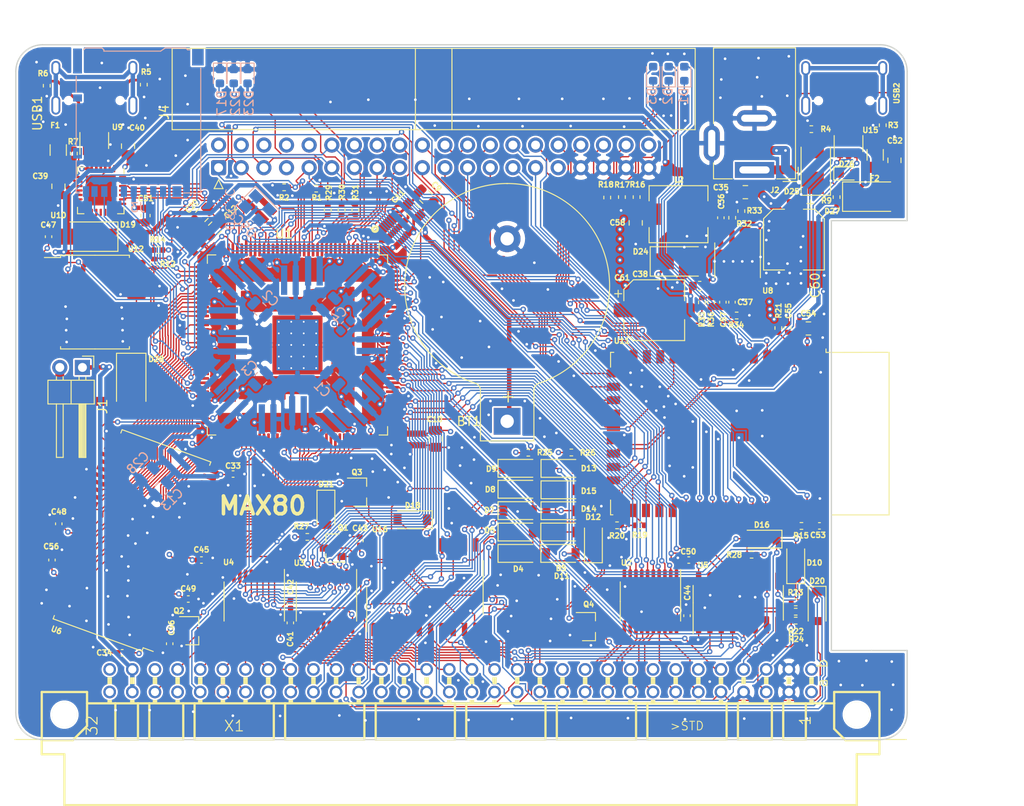
<source format=kicad_pcb>
(kicad_pcb (version 20171130) (host pcbnew 5.1.9-73d0e3b20d~88~ubuntu20.04.1)

  (general
    (thickness 1.6)
    (drawings 17)
    (tracks 4041)
    (zones 0)
    (modules 150)
    (nets 210)
  )

  (page A4)
  (title_block
    (title MAX80)
    (date 2021-01-31)
    (rev 0.01)
    (company "No name")
  )

  (layers
    (0 F.Cu signal)
    (1 In1.Cu signal)
    (2 In2.Cu signal)
    (31 B.Cu signal)
    (32 B.Adhes user)
    (33 F.Adhes user)
    (34 B.Paste user)
    (35 F.Paste user)
    (36 B.SilkS user)
    (37 F.SilkS user)
    (38 B.Mask user)
    (39 F.Mask user)
    (40 Dwgs.User user)
    (41 Cmts.User user)
    (42 Eco1.User user)
    (43 Eco2.User user)
    (44 Edge.Cuts user)
    (45 Margin user)
    (46 B.CrtYd user)
    (47 F.CrtYd user)
    (48 B.Fab user)
    (49 F.Fab user)
  )

  (setup
    (last_trace_width 0.15)
    (user_trace_width 0.3)
    (user_trace_width 0.5)
    (trace_clearance 0.15)
    (zone_clearance 0.2)
    (zone_45_only no)
    (trace_min 0.15)
    (via_size 0.6)
    (via_drill 0.3)
    (via_min_size 0.6)
    (via_min_drill 0.3)
    (uvia_size 0.3)
    (uvia_drill 0.1)
    (uvias_allowed no)
    (uvia_min_size 0.2)
    (uvia_min_drill 0.1)
    (edge_width 0.15)
    (segment_width 0.3)
    (pcb_text_width 0.3)
    (pcb_text_size 1.5 1.5)
    (mod_edge_width 0.15)
    (mod_text_size 1 1)
    (mod_text_width 0.15)
    (pad_size 2.6 1.6)
    (pad_drill 0)
    (pad_to_mask_clearance 0)
    (aux_axis_origin 0 0)
    (grid_origin 86.275 147.925)
    (visible_elements FFFFFF7F)
    (pcbplotparams
      (layerselection 0x010fc_ffffffff)
      (usegerberextensions false)
      (usegerberattributes true)
      (usegerberadvancedattributes true)
      (creategerberjobfile true)
      (excludeedgelayer true)
      (linewidth 0.100000)
      (plotframeref false)
      (viasonmask false)
      (mode 1)
      (useauxorigin false)
      (hpglpennumber 1)
      (hpglpenspeed 20)
      (hpglpendiameter 15.000000)
      (psnegative false)
      (psa4output false)
      (plotreference true)
      (plotvalue true)
      (plotinvisibletext false)
      (padsonsilk false)
      (subtractmaskfromsilk false)
      (outputformat 1)
      (mirror false)
      (drillshape 0)
      (scaleselection 1)
      (outputdirectory "abc80_gerber"))
  )

  (net 0 "")
  (net 1 VCC_ONE)
  (net 2 VCCA)
  (net 3 GND)
  (net 4 JTAGEN)
  (net 5 CLK0n)
  (net 6 +5V)
  (net 7 "Net-(R5-Pad2)")
  (net 8 "Net-(R6-Pad2)")
  (net 9 "Net-(R7-Pad1)")
  (net 10 "Net-(U10-Pad5)")
  (net 11 "Net-(U10-Pad4)")
  (net 12 "Net-(U9-Pad4)")
  (net 13 "Net-(U9-Pad6)")
  (net 14 "Net-(USB1-Pad13)")
  (net 15 "Net-(BT1-Pad1)")
  (net 16 /A4)
  (net 17 /A3)
  (net 18 /A2)
  (net 19 /A1)
  (net 20 /A0)
  (net 21 /IO0)
  (net 22 /IO3)
  (net 23 /IO4)
  (net 24 /IO5)
  (net 25 /IO6)
  (net 26 /IO7)
  (net 27 /WE)
  (net 28 /A11)
  (net 29 /IO9)
  (net 30 /A8)
  (net 31 /A7)
  (net 32 /A6)
  (net 33 /A5)
  (net 34 /A9)
  (net 35 /A10)
  (net 36 /A12)
  (net 37 /IO8)
  (net 38 /IO10)
  (net 39 /IO11)
  (net 40 /IO12)
  (net 41 /IO13)
  (net 42 /IO14)
  (net 43 /IO15)
  (net 44 /abc80bus/D7)
  (net 45 /abc80bus/D6)
  (net 46 /abc80bus/D5)
  (net 47 /abc80bus/D4)
  (net 48 /abc80bus/D3)
  (net 49 /abc80bus/D2)
  (net 50 /abc80bus/D1)
  (net 51 /abc80bus/D0)
  (net 52 /abc80bus/A8)
  (net 53 /abc80bus/A9)
  (net 54 /abc80bus/A10)
  (net 55 /abc80bus/A11)
  (net 56 /abc80bus/A12)
  (net 57 /abc80bus/A13)
  (net 58 /abc80bus/A14)
  (net 59 /abc80bus/A15)
  (net 60 /abc80bus/A7)
  (net 61 /abc80bus/A6)
  (net 62 /abc80bus/A5)
  (net 63 /abc80bus/A4)
  (net 64 /abc80bus/A3)
  (net 65 /abc80bus/A2)
  (net 66 /abc80bus/A1)
  (net 67 /abc80bus/A0)
  (net 68 /IO1)
  (net 69 /IO2)
  (net 70 /32KHZ)
  (net 71 /RTC_INT)
  (net 72 /abc80bus/ABC5V)
  (net 73 /SD_DAT1)
  (net 74 /SD_DAT2)
  (net 75 /SD_DAT3)
  (net 76 /SD_CMD)
  (net 77 /SD_CLK)
  (net 78 /SD_DAT0)
  (net 79 FPGA_TDI)
  (net 80 FPGA_TMS)
  (net 81 FPGA_TDO)
  (net 82 FPGA_TCK)
  (net 83 ABC_CLK_5)
  (net 84 /FPGA_SCL)
  (net 85 /FPGA_SDA)
  (net 86 FPGA_SPI_MISO)
  (net 87 FPGA_SPI_MOSI)
  (net 88 FPGA_SPI_CLK)
  (net 89 FGPA_SPI_CS_ESP32)
  (net 90 INT_ESP32)
  (net 91 "Net-(C53-Pad1)")
  (net 92 "Net-(F2-Pad2)")
  (net 93 ESP32_TDO)
  (net 94 ESP32_TCK)
  (net 95 ESP32_TMS)
  (net 96 ESP32_IO0)
  (net 97 ESP32_RXD)
  (net 98 ESP32_TXD)
  (net 99 ESP32_EN)
  (net 100 "Net-(R3-Pad2)")
  (net 101 "Net-(R4-Pad2)")
  (net 102 /ESP32/USB_D-)
  (net 103 /ESP32/USB_D+)
  (net 104 ESP32_TDI)
  (net 105 "Net-(U15-Pad6)")
  (net 106 "Net-(U15-Pad4)")
  (net 107 "Net-(USB2-Pad13)")
  (net 108 "Net-(D1-Pad2)")
  (net 109 "Net-(D1-Pad1)")
  (net 110 "Net-(D2-Pad2)")
  (net 111 "Net-(D2-Pad1)")
  (net 112 "Net-(D3-Pad2)")
  (net 113 "Net-(D3-Pad1)")
  (net 114 ESP32_SCL)
  (net 115 ESP32_SDA)
  (net 116 ESP32_CS2)
  (net 117 ESP32_CS0)
  (net 118 ESP32_MISO)
  (net 119 ESP32_SCK)
  (net 120 ESP32_MOSI)
  (net 121 ESP32_CS1)
  (net 122 /FPGA_USB_TXD)
  (net 123 /FPGA_USB_RXD)
  (net 124 /abc80bus/~XMEMW80)
  (net 125 /abc80bus/~CS)
  (net 126 /abc80bus/~C4)
  (net 127 /abc80bus/~C3)
  (net 128 /abc80bus/~C2)
  (net 129 /abc80bus/~C1)
  (net 130 /abc80bus/~OUT)
  (net 131 /abc80bus/~XOUT)
  (net 132 /abc80bus/~RST)
  (net 133 ~IORD)
  (net 134 /abc80bus/~XMEMFL)
  (net 135 /abc80bus/~XIN)
  (net 136 /abc80bus/~INP)
  (net 137 /abc80bus/~STATUS)
  (net 138 ~MEMRW)
  (net 139 "Net-(D18-Pad1)")
  (net 140 /abc80bus/~XINPSTB)
  (net 141 /abc80bus/~XOUTSTB)
  (net 142 /abc80bus/~XMEMW800)
  (net 143 ADSEL0)
  (net 144 ADSEL1)
  (net 145 "Net-(U3-Pad19)")
  (net 146 "Net-(U4-Pad19)")
  (net 147 /abc80bus/~INT)
  (net 148 ~IORW)
  (net 149 ~MEMRD)
  (net 150 AD0)
  (net 151 AD1)
  (net 152 AD2)
  (net 153 AD3)
  (net 154 AD4)
  (net 155 AD5)
  (net 156 AD6)
  (net 157 AD7)
  (net 158 O1)
  (net 159 O2)
  (net 160 /abc80bus/~RESIN)
  (net 161 /abc80bus/~XM)
  (net 162 /abc80bus/Y0)
  (net 163 /abc80bus/~Y0)
  (net 164 "Net-(D20-Pad1)")
  (net 165 "Net-(D21-Pad1)")
  (net 166 /FPGA_LED1)
  (net 167 /FPGA_LED2)
  (net 168 /FPGA_LED3)
  (net 169 "Net-(D17-Pad2)")
  (net 170 "Net-(D22-Pad2)")
  (net 171 "Net-(D23-Pad2)")
  (net 172 FPGA_GPIO3)
  (net 173 FPGA_GPIO2)
  (net 174 FPGA_GPIO1)
  (net 175 FPGA_GPIO0)
  (net 176 FPGA_GPIO5)
  (net 177 FPGA_GPIO4)
  (net 178 "Net-(C36-Pad1)")
  (net 179 "Net-(C37-Pad2)")
  (net 180 "Net-(C37-Pad1)")
  (net 181 "Net-(C38-Pad2)")
  (net 182 "Net-(R32-Pad2)")
  (net 183 "Net-(R35-Pad2)")
  (net 184 "Net-(C38-Pad1)")
  (net 185 /abc80bus/READY)
  (net 186 /abc80bus/~NMI)
  (net 187 ~FPGA_READY)
  (net 188 FPGA_NMI)
  (net 189 "Net-(U1-Pad88)")
  (net 190 "Net-(C39-Pad2)")
  (net 191 "Net-(C52-Pad2)")
  (net 192 "Net-(D26-Pad2)")
  (net 193 FPGA_RESIN)
  (net 194 ABC_CLK_3)
  (net 195 /DQMH)
  (net 196 /CLK)
  (net 197 /CKE)
  (net 198 /BA1)
  (net 199 /BA0)
  (net 200 /CS)
  (net 201 /RAS)
  (net 202 /CAS)
  (net 203 /DQML)
  (net 204 "Net-(D28-Pad2)")
  (net 205 "Net-(D25-Pad2)")
  (net 206 "Net-(F1-Pad2)")
  (net 207 /FPGA_USB_RTS)
  (net 208 /FPGA_USB_CTS)
  (net 209 /FPGA_USB_DTR)

  (net_class Default "This is the default net class."
    (clearance 0.15)
    (trace_width 0.15)
    (via_dia 0.6)
    (via_drill 0.3)
    (uvia_dia 0.3)
    (uvia_drill 0.1)
    (add_net +5V)
    (add_net /32KHZ)
    (add_net /A0)
    (add_net /A1)
    (add_net /A10)
    (add_net /A11)
    (add_net /A12)
    (add_net /A2)
    (add_net /A3)
    (add_net /A4)
    (add_net /A5)
    (add_net /A6)
    (add_net /A7)
    (add_net /A8)
    (add_net /A9)
    (add_net /BA0)
    (add_net /BA1)
    (add_net /CAS)
    (add_net /CKE)
    (add_net /CLK)
    (add_net /CS)
    (add_net /DQMH)
    (add_net /DQML)
    (add_net /ESP32/USB_D+)
    (add_net /ESP32/USB_D-)
    (add_net /FPGA_LED1)
    (add_net /FPGA_LED2)
    (add_net /FPGA_LED3)
    (add_net /FPGA_SCL)
    (add_net /FPGA_SDA)
    (add_net /FPGA_USB_CTS)
    (add_net /FPGA_USB_DTR)
    (add_net /FPGA_USB_RTS)
    (add_net /FPGA_USB_RXD)
    (add_net /FPGA_USB_TXD)
    (add_net /IO0)
    (add_net /IO1)
    (add_net /IO10)
    (add_net /IO11)
    (add_net /IO12)
    (add_net /IO13)
    (add_net /IO14)
    (add_net /IO15)
    (add_net /IO2)
    (add_net /IO3)
    (add_net /IO4)
    (add_net /IO5)
    (add_net /IO6)
    (add_net /IO7)
    (add_net /IO8)
    (add_net /IO9)
    (add_net /RAS)
    (add_net /RTC_INT)
    (add_net /SD_CLK)
    (add_net /SD_CMD)
    (add_net /SD_DAT0)
    (add_net /SD_DAT1)
    (add_net /SD_DAT2)
    (add_net /SD_DAT3)
    (add_net /WE)
    (add_net /abc80bus/A0)
    (add_net /abc80bus/A1)
    (add_net /abc80bus/A10)
    (add_net /abc80bus/A11)
    (add_net /abc80bus/A12)
    (add_net /abc80bus/A13)
    (add_net /abc80bus/A14)
    (add_net /abc80bus/A15)
    (add_net /abc80bus/A2)
    (add_net /abc80bus/A3)
    (add_net /abc80bus/A4)
    (add_net /abc80bus/A5)
    (add_net /abc80bus/A6)
    (add_net /abc80bus/A7)
    (add_net /abc80bus/A8)
    (add_net /abc80bus/A9)
    (add_net /abc80bus/ABC5V)
    (add_net /abc80bus/D0)
    (add_net /abc80bus/D1)
    (add_net /abc80bus/D2)
    (add_net /abc80bus/D3)
    (add_net /abc80bus/D4)
    (add_net /abc80bus/D5)
    (add_net /abc80bus/D6)
    (add_net /abc80bus/D7)
    (add_net /abc80bus/READY)
    (add_net /abc80bus/Y0)
    (add_net /abc80bus/~C1)
    (add_net /abc80bus/~C2)
    (add_net /abc80bus/~C3)
    (add_net /abc80bus/~C4)
    (add_net /abc80bus/~CS)
    (add_net /abc80bus/~INP)
    (add_net /abc80bus/~INT)
    (add_net /abc80bus/~NMI)
    (add_net /abc80bus/~OUT)
    (add_net /abc80bus/~RESIN)
    (add_net /abc80bus/~RST)
    (add_net /abc80bus/~STATUS)
    (add_net /abc80bus/~XIN)
    (add_net /abc80bus/~XINPSTB)
    (add_net /abc80bus/~XM)
    (add_net /abc80bus/~XMEMFL)
    (add_net /abc80bus/~XMEMW80)
    (add_net /abc80bus/~XMEMW800)
    (add_net /abc80bus/~XOUT)
    (add_net /abc80bus/~XOUTSTB)
    (add_net /abc80bus/~Y0)
    (add_net ABC_CLK_3)
    (add_net ABC_CLK_5)
    (add_net AD0)
    (add_net AD1)
    (add_net AD2)
    (add_net AD3)
    (add_net AD4)
    (add_net AD5)
    (add_net AD6)
    (add_net AD7)
    (add_net ADSEL0)
    (add_net ADSEL1)
    (add_net CLK0n)
    (add_net ESP32_CS0)
    (add_net ESP32_CS1)
    (add_net ESP32_CS2)
    (add_net ESP32_EN)
    (add_net ESP32_IO0)
    (add_net ESP32_MISO)
    (add_net ESP32_MOSI)
    (add_net ESP32_RXD)
    (add_net ESP32_SCK)
    (add_net ESP32_SCL)
    (add_net ESP32_SDA)
    (add_net ESP32_TCK)
    (add_net ESP32_TDI)
    (add_net ESP32_TDO)
    (add_net ESP32_TMS)
    (add_net ESP32_TXD)
    (add_net FGPA_SPI_CS_ESP32)
    (add_net FPGA_GPIO0)
    (add_net FPGA_GPIO1)
    (add_net FPGA_GPIO2)
    (add_net FPGA_GPIO3)
    (add_net FPGA_GPIO4)
    (add_net FPGA_GPIO5)
    (add_net FPGA_NMI)
    (add_net FPGA_RESIN)
    (add_net FPGA_SPI_CLK)
    (add_net FPGA_SPI_MISO)
    (add_net FPGA_SPI_MOSI)
    (add_net FPGA_TCK)
    (add_net FPGA_TDI)
    (add_net FPGA_TDO)
    (add_net FPGA_TMS)
    (add_net GND)
    (add_net INT_ESP32)
    (add_net JTAGEN)
    (add_net "Net-(BT1-Pad1)")
    (add_net "Net-(C36-Pad1)")
    (add_net "Net-(C37-Pad1)")
    (add_net "Net-(C37-Pad2)")
    (add_net "Net-(C38-Pad1)")
    (add_net "Net-(C38-Pad2)")
    (add_net "Net-(C39-Pad2)")
    (add_net "Net-(C52-Pad2)")
    (add_net "Net-(C53-Pad1)")
    (add_net "Net-(D1-Pad1)")
    (add_net "Net-(D1-Pad2)")
    (add_net "Net-(D17-Pad2)")
    (add_net "Net-(D18-Pad1)")
    (add_net "Net-(D2-Pad1)")
    (add_net "Net-(D2-Pad2)")
    (add_net "Net-(D20-Pad1)")
    (add_net "Net-(D21-Pad1)")
    (add_net "Net-(D22-Pad2)")
    (add_net "Net-(D23-Pad2)")
    (add_net "Net-(D25-Pad2)")
    (add_net "Net-(D26-Pad2)")
    (add_net "Net-(D28-Pad2)")
    (add_net "Net-(D3-Pad1)")
    (add_net "Net-(D3-Pad2)")
    (add_net "Net-(F1-Pad2)")
    (add_net "Net-(F2-Pad2)")
    (add_net "Net-(R3-Pad2)")
    (add_net "Net-(R32-Pad2)")
    (add_net "Net-(R35-Pad2)")
    (add_net "Net-(R4-Pad2)")
    (add_net "Net-(R5-Pad2)")
    (add_net "Net-(R6-Pad2)")
    (add_net "Net-(R7-Pad1)")
    (add_net "Net-(U1-Pad88)")
    (add_net "Net-(U10-Pad4)")
    (add_net "Net-(U10-Pad5)")
    (add_net "Net-(U15-Pad4)")
    (add_net "Net-(U15-Pad6)")
    (add_net "Net-(U3-Pad19)")
    (add_net "Net-(U4-Pad19)")
    (add_net "Net-(U9-Pad4)")
    (add_net "Net-(U9-Pad6)")
    (add_net "Net-(USB1-Pad13)")
    (add_net "Net-(USB2-Pad13)")
    (add_net O1)
    (add_net O2)
    (add_net VCCA)
    (add_net VCC_ONE)
    (add_net ~FPGA_READY)
    (add_net ~IORD)
    (add_net ~IORW)
    (add_net ~MEMRD)
    (add_net ~MEMRW)
  )

  (module Diode_SMD:D_SMA (layer F.Cu) (tedit 586432E5) (tstamp 6032CF27)
    (at 65.447 139.035 270)
    (descr "Diode SMA (DO-214AC)")
    (tags "Diode SMA (DO-214AC)")
    (path /6013B380/603612AB)
    (attr smd)
    (fp_text reference D28 (at -2.735 -2.803 180) (layer F.SilkS)
      (effects (font (size 0.6 0.6) (thickness 0.15)))
    )
    (fp_text value MBRA340T (at 0 2.6 90) (layer F.Fab)
      (effects (font (size 1 1) (thickness 0.15)))
    )
    (fp_line (start -3.4 -1.65) (end 2 -1.65) (layer F.SilkS) (width 0.12))
    (fp_line (start -3.4 1.65) (end 2 1.65) (layer F.SilkS) (width 0.12))
    (fp_line (start -0.64944 0.00102) (end 0.50118 -0.79908) (layer F.Fab) (width 0.1))
    (fp_line (start -0.64944 0.00102) (end 0.50118 0.75032) (layer F.Fab) (width 0.1))
    (fp_line (start 0.50118 0.75032) (end 0.50118 -0.79908) (layer F.Fab) (width 0.1))
    (fp_line (start -0.64944 -0.79908) (end -0.64944 0.80112) (layer F.Fab) (width 0.1))
    (fp_line (start 0.50118 0.00102) (end 1.4994 0.00102) (layer F.Fab) (width 0.1))
    (fp_line (start -0.64944 0.00102) (end -1.55114 0.00102) (layer F.Fab) (width 0.1))
    (fp_line (start -3.5 1.75) (end -3.5 -1.75) (layer F.CrtYd) (width 0.05))
    (fp_line (start 3.5 1.75) (end -3.5 1.75) (layer F.CrtYd) (width 0.05))
    (fp_line (start 3.5 -1.75) (end 3.5 1.75) (layer F.CrtYd) (width 0.05))
    (fp_line (start -3.5 -1.75) (end 3.5 -1.75) (layer F.CrtYd) (width 0.05))
    (fp_line (start 2.3 -1.5) (end -2.3 -1.5) (layer F.Fab) (width 0.1))
    (fp_line (start 2.3 -1.5) (end 2.3 1.5) (layer F.Fab) (width 0.1))
    (fp_line (start -2.3 1.5) (end -2.3 -1.5) (layer F.Fab) (width 0.1))
    (fp_line (start 2.3 1.5) (end -2.3 1.5) (layer F.Fab) (width 0.1))
    (fp_line (start -3.4 -1.65) (end -3.4 1.65) (layer F.SilkS) (width 0.12))
    (fp_text user %R (at 0 -2.5 90) (layer F.Fab)
      (effects (font (size 1 1) (thickness 0.15)))
    )
    (pad 2 smd rect (at 2 0 270) (size 2.5 1.8) (layers F.Cu F.Paste F.Mask)
      (net 204 "Net-(D28-Pad2)"))
    (pad 1 smd rect (at -2 0 270) (size 2.5 1.8) (layers F.Cu F.Paste F.Mask)
      (net 6 +5V))
    (model ${KISYS3DMOD}/Diode_SMD.3dshapes/D_SMA.wrl
      (at (xyz 0 0 0))
      (scale (xyz 1 1 1))
      (rotate (xyz 0 0 0))
    )
  )

  (module Capacitor_SMD:C_0402_1005Metric (layer F.Cu) (tedit 5F68FEEE) (tstamp 6039D96A)
    (at 56.557 158.847 90)
    (descr "Capacitor SMD 0402 (1005 Metric), square (rectangular) end terminal, IPC_7351 nominal, (Body size source: IPC-SM-782 page 76, https://www.pcb-3d.com/wordpress/wp-content/uploads/ipc-sm-782a_amendment_1_and_2.pdf), generated with kicad-footprint-generator")
    (tags capacitor)
    (path /6091A70C)
    (attr smd)
    (fp_text reference C56 (at 1.522 -0.082 180) (layer F.SilkS)
      (effects (font (size 0.6 0.6) (thickness 0.15)))
    )
    (fp_text value 100nF (at 0 1.16 90) (layer F.Fab)
      (effects (font (size 1 1) (thickness 0.15)))
    )
    (fp_line (start 0.91 0.46) (end -0.91 0.46) (layer F.CrtYd) (width 0.05))
    (fp_line (start 0.91 -0.46) (end 0.91 0.46) (layer F.CrtYd) (width 0.05))
    (fp_line (start -0.91 -0.46) (end 0.91 -0.46) (layer F.CrtYd) (width 0.05))
    (fp_line (start -0.91 0.46) (end -0.91 -0.46) (layer F.CrtYd) (width 0.05))
    (fp_line (start -0.107836 0.36) (end 0.107836 0.36) (layer F.SilkS) (width 0.12))
    (fp_line (start -0.107836 -0.36) (end 0.107836 -0.36) (layer F.SilkS) (width 0.12))
    (fp_line (start 0.5 0.25) (end -0.5 0.25) (layer F.Fab) (width 0.1))
    (fp_line (start 0.5 -0.25) (end 0.5 0.25) (layer F.Fab) (width 0.1))
    (fp_line (start -0.5 -0.25) (end 0.5 -0.25) (layer F.Fab) (width 0.1))
    (fp_line (start -0.5 0.25) (end -0.5 -0.25) (layer F.Fab) (width 0.1))
    (fp_text user %R (at 0 0 90) (layer F.Fab)
      (effects (font (size 0.25 0.25) (thickness 0.04)))
    )
    (pad 2 smd roundrect (at 0.48 0 90) (size 0.56 0.62) (layers F.Cu F.Paste F.Mask) (roundrect_rratio 0.25)
      (net 3 GND))
    (pad 1 smd roundrect (at -0.48 0 90) (size 0.56 0.62) (layers F.Cu F.Paste F.Mask) (roundrect_rratio 0.25)
      (net 1 VCC_ONE))
    (model ${KISYS3DMOD}/Capacitor_SMD.3dshapes/C_0402_1005Metric.wrl
      (at (xyz 0 0 0))
      (scale (xyz 1 1 1))
      (rotate (xyz 0 0 0))
    )
  )

  (module Capacitor_SMD:C_0402_1005Metric (layer F.Cu) (tedit 5F68FEEE) (tstamp 603AB1B9)
    (at 69.765 168.245 270)
    (descr "Capacitor SMD 0402 (1005 Metric), square (rectangular) end terminal, IPC_7351 nominal, (Body size source: IPC-SM-782 page 76, https://www.pcb-3d.com/wordpress/wp-content/uploads/ipc-sm-782a_amendment_1_and_2.pdf), generated with kicad-footprint-generator")
    (tags capacitor)
    (path /60932F0E)
    (attr smd)
    (fp_text reference C46 (at -1.795 -0.21 270) (layer F.SilkS)
      (effects (font (size 0.6 0.6) (thickness 0.15)))
    )
    (fp_text value 100nF (at 0 1.16 90) (layer F.Fab)
      (effects (font (size 1 1) (thickness 0.15)))
    )
    (fp_line (start 0.91 0.46) (end -0.91 0.46) (layer F.CrtYd) (width 0.05))
    (fp_line (start 0.91 -0.46) (end 0.91 0.46) (layer F.CrtYd) (width 0.05))
    (fp_line (start -0.91 -0.46) (end 0.91 -0.46) (layer F.CrtYd) (width 0.05))
    (fp_line (start -0.91 0.46) (end -0.91 -0.46) (layer F.CrtYd) (width 0.05))
    (fp_line (start -0.107836 0.36) (end 0.107836 0.36) (layer F.SilkS) (width 0.12))
    (fp_line (start -0.107836 -0.36) (end 0.107836 -0.36) (layer F.SilkS) (width 0.12))
    (fp_line (start 0.5 0.25) (end -0.5 0.25) (layer F.Fab) (width 0.1))
    (fp_line (start 0.5 -0.25) (end 0.5 0.25) (layer F.Fab) (width 0.1))
    (fp_line (start -0.5 -0.25) (end 0.5 -0.25) (layer F.Fab) (width 0.1))
    (fp_line (start -0.5 0.25) (end -0.5 -0.25) (layer F.Fab) (width 0.1))
    (fp_text user %R (at 0 0 90) (layer F.Fab)
      (effects (font (size 0.25 0.25) (thickness 0.04)))
    )
    (pad 2 smd roundrect (at 0.48 0 270) (size 0.56 0.62) (layers F.Cu F.Paste F.Mask) (roundrect_rratio 0.25)
      (net 3 GND))
    (pad 1 smd roundrect (at -0.48 0 270) (size 0.56 0.62) (layers F.Cu F.Paste F.Mask) (roundrect_rratio 0.25)
      (net 1 VCC_ONE))
    (model ${KISYS3DMOD}/Capacitor_SMD.3dshapes/C_0402_1005Metric.wrl
      (at (xyz 0 0 0))
      (scale (xyz 1 1 1))
      (rotate (xyz 0 0 0))
    )
  )

  (module Capacitor_SMD:C_0402_1005Metric (layer F.Cu) (tedit 5F68FEEE) (tstamp 603AB1A8)
    (at 73.321 158.847)
    (descr "Capacitor SMD 0402 (1005 Metric), square (rectangular) end terminal, IPC_7351 nominal, (Body size source: IPC-SM-782 page 76, https://www.pcb-3d.com/wordpress/wp-content/uploads/ipc-sm-782a_amendment_1_and_2.pdf), generated with kicad-footprint-generator")
    (tags capacitor)
    (path /6094CE83)
    (attr smd)
    (fp_text reference C45 (at 0 -1.16) (layer F.SilkS)
      (effects (font (size 0.6 0.6) (thickness 0.15)))
    )
    (fp_text value 100nF (at 0 1.16) (layer F.Fab)
      (effects (font (size 1 1) (thickness 0.15)))
    )
    (fp_line (start 0.91 0.46) (end -0.91 0.46) (layer F.CrtYd) (width 0.05))
    (fp_line (start 0.91 -0.46) (end 0.91 0.46) (layer F.CrtYd) (width 0.05))
    (fp_line (start -0.91 -0.46) (end 0.91 -0.46) (layer F.CrtYd) (width 0.05))
    (fp_line (start -0.91 0.46) (end -0.91 -0.46) (layer F.CrtYd) (width 0.05))
    (fp_line (start -0.107836 0.36) (end 0.107836 0.36) (layer F.SilkS) (width 0.12))
    (fp_line (start -0.107836 -0.36) (end 0.107836 -0.36) (layer F.SilkS) (width 0.12))
    (fp_line (start 0.5 0.25) (end -0.5 0.25) (layer F.Fab) (width 0.1))
    (fp_line (start 0.5 -0.25) (end 0.5 0.25) (layer F.Fab) (width 0.1))
    (fp_line (start -0.5 -0.25) (end 0.5 -0.25) (layer F.Fab) (width 0.1))
    (fp_line (start -0.5 0.25) (end -0.5 -0.25) (layer F.Fab) (width 0.1))
    (fp_text user %R (at 0 0) (layer F.Fab)
      (effects (font (size 0.25 0.25) (thickness 0.04)))
    )
    (pad 2 smd roundrect (at 0.48 0) (size 0.56 0.62) (layers F.Cu F.Paste F.Mask) (roundrect_rratio 0.25)
      (net 3 GND))
    (pad 1 smd roundrect (at -0.48 0) (size 0.56 0.62) (layers F.Cu F.Paste F.Mask) (roundrect_rratio 0.25)
      (net 1 VCC_ONE))
    (model ${KISYS3DMOD}/Capacitor_SMD.3dshapes/C_0402_1005Metric.wrl
      (at (xyz 0 0 0))
      (scale (xyz 1 1 1))
      (rotate (xyz 0 0 0))
    )
  )

  (module Capacitor_SMD:C_0402_1005Metric (layer F.Cu) (tedit 5F68FEEE) (tstamp 603AC9A5)
    (at 64.431 169.261 180)
    (descr "Capacitor SMD 0402 (1005 Metric), square (rectangular) end terminal, IPC_7351 nominal, (Body size source: IPC-SM-782 page 76, https://www.pcb-3d.com/wordpress/wp-content/uploads/ipc-sm-782a_amendment_1_and_2.pdf), generated with kicad-footprint-generator")
    (tags capacitor)
    (path /6097D4FE)
    (attr smd)
    (fp_text reference C34 (at 2.006 0) (layer F.SilkS)
      (effects (font (size 0.6 0.6) (thickness 0.15)))
    )
    (fp_text value 100nF (at 0 1.16) (layer F.Fab)
      (effects (font (size 1 1) (thickness 0.15)))
    )
    (fp_line (start 0.91 0.46) (end -0.91 0.46) (layer F.CrtYd) (width 0.05))
    (fp_line (start 0.91 -0.46) (end 0.91 0.46) (layer F.CrtYd) (width 0.05))
    (fp_line (start -0.91 -0.46) (end 0.91 -0.46) (layer F.CrtYd) (width 0.05))
    (fp_line (start -0.91 0.46) (end -0.91 -0.46) (layer F.CrtYd) (width 0.05))
    (fp_line (start -0.107836 0.36) (end 0.107836 0.36) (layer F.SilkS) (width 0.12))
    (fp_line (start -0.107836 -0.36) (end 0.107836 -0.36) (layer F.SilkS) (width 0.12))
    (fp_line (start 0.5 0.25) (end -0.5 0.25) (layer F.Fab) (width 0.1))
    (fp_line (start 0.5 -0.25) (end 0.5 0.25) (layer F.Fab) (width 0.1))
    (fp_line (start -0.5 -0.25) (end 0.5 -0.25) (layer F.Fab) (width 0.1))
    (fp_line (start -0.5 0.25) (end -0.5 -0.25) (layer F.Fab) (width 0.1))
    (fp_text user %R (at 0 0) (layer F.Fab)
      (effects (font (size 0.25 0.25) (thickness 0.04)))
    )
    (pad 2 smd roundrect (at 0.48 0 180) (size 0.56 0.62) (layers F.Cu F.Paste F.Mask) (roundrect_rratio 0.25)
      (net 3 GND))
    (pad 1 smd roundrect (at -0.48 0 180) (size 0.56 0.62) (layers F.Cu F.Paste F.Mask) (roundrect_rratio 0.25)
      (net 1 VCC_ONE))
    (model ${KISYS3DMOD}/Capacitor_SMD.3dshapes/C_0402_1005Metric.wrl
      (at (xyz 0 0 0))
      (scale (xyz 1 1 1))
      (rotate (xyz 0 0 0))
    )
  )

  (module Capacitor_SMD:C_0402_1005Metric (layer F.Cu) (tedit 5F68FEEE) (tstamp 603AB046)
    (at 76.877 149.195)
    (descr "Capacitor SMD 0402 (1005 Metric), square (rectangular) end terminal, IPC_7351 nominal, (Body size source: IPC-SM-782 page 76, https://www.pcb-3d.com/wordpress/wp-content/uploads/ipc-sm-782a_amendment_1_and_2.pdf), generated with kicad-footprint-generator")
    (tags capacitor)
    (path /60997E09)
    (attr smd)
    (fp_text reference C33 (at -0.002 -0.92) (layer F.SilkS)
      (effects (font (size 0.6 0.6) (thickness 0.15)))
    )
    (fp_text value 100nF (at 0 1.16) (layer F.Fab)
      (effects (font (size 1 1) (thickness 0.15)))
    )
    (fp_line (start 0.91 0.46) (end -0.91 0.46) (layer F.CrtYd) (width 0.05))
    (fp_line (start 0.91 -0.46) (end 0.91 0.46) (layer F.CrtYd) (width 0.05))
    (fp_line (start -0.91 -0.46) (end 0.91 -0.46) (layer F.CrtYd) (width 0.05))
    (fp_line (start -0.91 0.46) (end -0.91 -0.46) (layer F.CrtYd) (width 0.05))
    (fp_line (start -0.107836 0.36) (end 0.107836 0.36) (layer F.SilkS) (width 0.12))
    (fp_line (start -0.107836 -0.36) (end 0.107836 -0.36) (layer F.SilkS) (width 0.12))
    (fp_line (start 0.5 0.25) (end -0.5 0.25) (layer F.Fab) (width 0.1))
    (fp_line (start 0.5 -0.25) (end 0.5 0.25) (layer F.Fab) (width 0.1))
    (fp_line (start -0.5 -0.25) (end 0.5 -0.25) (layer F.Fab) (width 0.1))
    (fp_line (start -0.5 0.25) (end -0.5 -0.25) (layer F.Fab) (width 0.1))
    (fp_text user %R (at 0 0) (layer F.Fab)
      (effects (font (size 0.25 0.25) (thickness 0.04)))
    )
    (pad 2 smd roundrect (at 0.48 0) (size 0.56 0.62) (layers F.Cu F.Paste F.Mask) (roundrect_rratio 0.25)
      (net 3 GND))
    (pad 1 smd roundrect (at -0.48 0) (size 0.56 0.62) (layers F.Cu F.Paste F.Mask) (roundrect_rratio 0.25)
      (net 1 VCC_ONE))
    (model ${KISYS3DMOD}/Capacitor_SMD.3dshapes/C_0402_1005Metric.wrl
      (at (xyz 0 0 0))
      (scale (xyz 1 1 1))
      (rotate (xyz 0 0 0))
    )
  )

  (module Package_SO:TSOP-II-54_22.2x10.16mm_P0.8mm (layer F.Cu) (tedit 5B589EC7) (tstamp 60346482)
    (at 65.535 156.645 160)
    (descr "54-lead TSOP typ II package")
    (tags "TSOPII TSOP2")
    (path /604F9283)
    (attr smd)
    (fp_text reference U6 (at 4.513002 -12.365253 160) (layer F.SilkS)
      (effects (font (size 0.6 0.6) (thickness 0.15)))
    )
    (fp_text value MT48LC16M16A2P-6A (at 0 12.5 160) (layer F.Fab)
      (effects (font (size 0.85 0.85) (thickness 0.15)))
    )
    (fp_line (start -4.08 -11.11) (end 5.08 -11.11) (layer F.Fab) (width 0.1))
    (fp_line (start 5.08 -11.11) (end 5.08 11.11) (layer F.Fab) (width 0.1))
    (fp_line (start 5.08 11.11) (end -5.08 11.11) (layer F.Fab) (width 0.1))
    (fp_line (start -5.08 11.11) (end -5.08 -10.11) (layer F.Fab) (width 0.1))
    (fp_line (start -4.08 -11.11) (end -5.08 -10.11) (layer F.Fab) (width 0.1))
    (fp_line (start -6.5 -10.9) (end -5.3 -10.9) (layer F.SilkS) (width 0.12))
    (fp_line (start -5.3 -10.9) (end -5.3 -11.3) (layer F.SilkS) (width 0.12))
    (fp_line (start -5.3 -11.3) (end 5.3 -11.3) (layer F.SilkS) (width 0.12))
    (fp_line (start -5.3 11.3) (end 5.3 11.3) (layer F.SilkS) (width 0.12))
    (fp_line (start 5.3 -11.3) (end 5.3 -10.9) (layer F.SilkS) (width 0.12))
    (fp_line (start 5.3 10.9) (end 5.3 11.3) (layer F.SilkS) (width 0.12))
    (fp_line (start -5.3 10.9) (end -5.3 11.3) (layer F.SilkS) (width 0.12))
    (fp_line (start -6.76 -11.36) (end 6.76 -11.36) (layer F.CrtYd) (width 0.05))
    (fp_line (start 6.76 -11.36) (end 6.76 11.36) (layer F.CrtYd) (width 0.05))
    (fp_line (start 6.76 11.36) (end -6.76 11.36) (layer F.CrtYd) (width 0.05))
    (fp_line (start -6.76 -11.36) (end -6.76 11.36) (layer F.CrtYd) (width 0.05))
    (fp_text user %R (at 0 0 160) (layer F.Fab)
      (effects (font (size 1 1) (thickness 0.15)))
    )
    (pad 54 smd rect (at 5.75 -10.4 160) (size 1.51 0.458) (layers F.Cu F.Paste F.Mask)
      (net 3 GND))
    (pad 53 smd rect (at 5.75 -9.6 160) (size 1.51 0.458) (layers F.Cu F.Paste F.Mask)
      (net 43 /IO15))
    (pad 52 smd rect (at 5.75 -8.8 160) (size 1.51 0.458) (layers F.Cu F.Paste F.Mask)
      (net 3 GND))
    (pad 51 smd rect (at 5.75 -8 160) (size 1.51 0.458) (layers F.Cu F.Paste F.Mask)
      (net 42 /IO14))
    (pad 50 smd rect (at 5.75 -7.2 160) (size 1.51 0.458) (layers F.Cu F.Paste F.Mask)
      (net 41 /IO13))
    (pad 49 smd rect (at 5.75 -6.4 160) (size 1.51 0.458) (layers F.Cu F.Paste F.Mask)
      (net 1 VCC_ONE))
    (pad 48 smd rect (at 5.75 -5.6 160) (size 1.51 0.458) (layers F.Cu F.Paste F.Mask)
      (net 40 /IO12))
    (pad 47 smd rect (at 5.75 -4.8 160) (size 1.51 0.458) (layers F.Cu F.Paste F.Mask)
      (net 39 /IO11))
    (pad 46 smd rect (at 5.75 -4 160) (size 1.51 0.458) (layers F.Cu F.Paste F.Mask)
      (net 3 GND))
    (pad 45 smd rect (at 5.75 -3.2 160) (size 1.51 0.458) (layers F.Cu F.Paste F.Mask)
      (net 38 /IO10))
    (pad 44 smd rect (at 5.75 -2.4 160) (size 1.51 0.458) (layers F.Cu F.Paste F.Mask)
      (net 29 /IO9))
    (pad 43 smd rect (at 5.75 -1.6 160) (size 1.51 0.458) (layers F.Cu F.Paste F.Mask)
      (net 1 VCC_ONE))
    (pad 42 smd rect (at 5.75 -0.8 160) (size 1.51 0.458) (layers F.Cu F.Paste F.Mask)
      (net 37 /IO8))
    (pad 41 smd rect (at 5.75 0 160) (size 1.51 0.458) (layers F.Cu F.Paste F.Mask)
      (net 3 GND))
    (pad 40 smd rect (at 5.75 0.8 160) (size 1.51 0.458) (layers F.Cu F.Paste F.Mask))
    (pad 39 smd rect (at 5.75 1.6 160) (size 1.51 0.458) (layers F.Cu F.Paste F.Mask)
      (net 195 /DQMH))
    (pad 38 smd rect (at 5.75 2.4 160) (size 1.51 0.458) (layers F.Cu F.Paste F.Mask)
      (net 196 /CLK))
    (pad 37 smd rect (at 5.75 3.2 160) (size 1.51 0.458) (layers F.Cu F.Paste F.Mask)
      (net 197 /CKE))
    (pad 36 smd rect (at 5.75 4 160) (size 1.51 0.458) (layers F.Cu F.Paste F.Mask)
      (net 36 /A12))
    (pad 35 smd rect (at 5.75 4.8 160) (size 1.51 0.458) (layers F.Cu F.Paste F.Mask)
      (net 28 /A11))
    (pad 34 smd rect (at 5.75 5.6 160) (size 1.51 0.458) (layers F.Cu F.Paste F.Mask)
      (net 34 /A9))
    (pad 33 smd rect (at 5.75 6.4 160) (size 1.51 0.458) (layers F.Cu F.Paste F.Mask)
      (net 30 /A8))
    (pad 32 smd rect (at 5.75 7.2 160) (size 1.51 0.458) (layers F.Cu F.Paste F.Mask)
      (net 31 /A7))
    (pad 31 smd rect (at 5.75 8 160) (size 1.51 0.458) (layers F.Cu F.Paste F.Mask)
      (net 32 /A6))
    (pad 30 smd rect (at 5.75 8.8 160) (size 1.51 0.458) (layers F.Cu F.Paste F.Mask)
      (net 33 /A5))
    (pad 29 smd rect (at 5.75 9.6 160) (size 1.51 0.458) (layers F.Cu F.Paste F.Mask)
      (net 16 /A4))
    (pad 28 smd rect (at 5.75 10.4 160) (size 1.51 0.458) (layers F.Cu F.Paste F.Mask)
      (net 3 GND))
    (pad 27 smd rect (at -5.75 10.4 160) (size 1.51 0.458) (layers F.Cu F.Paste F.Mask)
      (net 1 VCC_ONE))
    (pad 26 smd rect (at -5.75 9.6 160) (size 1.51 0.458) (layers F.Cu F.Paste F.Mask)
      (net 17 /A3))
    (pad 25 smd rect (at -5.75 8.8 160) (size 1.51 0.458) (layers F.Cu F.Paste F.Mask)
      (net 18 /A2))
    (pad 24 smd rect (at -5.75 8 160) (size 1.51 0.458) (layers F.Cu F.Paste F.Mask)
      (net 19 /A1))
    (pad 23 smd rect (at -5.75 7.2 160) (size 1.51 0.458) (layers F.Cu F.Paste F.Mask)
      (net 20 /A0))
    (pad 22 smd rect (at -5.75 6.4 160) (size 1.51 0.458) (layers F.Cu F.Paste F.Mask)
      (net 35 /A10))
    (pad 21 smd rect (at -5.75 5.6 160) (size 1.51 0.458) (layers F.Cu F.Paste F.Mask)
      (net 198 /BA1))
    (pad 20 smd rect (at -5.75 4.8 160) (size 1.51 0.458) (layers F.Cu F.Paste F.Mask)
      (net 199 /BA0))
    (pad 19 smd rect (at -5.75 4 160) (size 1.51 0.458) (layers F.Cu F.Paste F.Mask)
      (net 200 /CS))
    (pad 18 smd rect (at -5.75 3.2 160) (size 1.51 0.458) (layers F.Cu F.Paste F.Mask)
      (net 201 /RAS))
    (pad 17 smd rect (at -5.75 2.4 160) (size 1.51 0.458) (layers F.Cu F.Paste F.Mask)
      (net 202 /CAS))
    (pad 16 smd rect (at -5.75 1.6 160) (size 1.51 0.458) (layers F.Cu F.Paste F.Mask)
      (net 27 /WE))
    (pad 15 smd rect (at -5.75 0.8 160) (size 1.51 0.458) (layers F.Cu F.Paste F.Mask)
      (net 203 /DQML))
    (pad 14 smd rect (at -5.75 0 160) (size 1.51 0.458) (layers F.Cu F.Paste F.Mask)
      (net 1 VCC_ONE))
    (pad 13 smd rect (at -5.75 -0.8 160) (size 1.51 0.458) (layers F.Cu F.Paste F.Mask)
      (net 26 /IO7))
    (pad 12 smd rect (at -5.75 -1.6 160) (size 1.51 0.458) (layers F.Cu F.Paste F.Mask)
      (net 3 GND))
    (pad 11 smd rect (at -5.75 -2.4 160) (size 1.51 0.458) (layers F.Cu F.Paste F.Mask)
      (net 25 /IO6))
    (pad 10 smd rect (at -5.75 -3.2 160) (size 1.51 0.458) (layers F.Cu F.Paste F.Mask)
      (net 24 /IO5))
    (pad 9 smd rect (at -5.75 -4 160) (size 1.51 0.458) (layers F.Cu F.Paste F.Mask)
      (net 1 VCC_ONE))
    (pad 8 smd rect (at -5.75 -4.8 160) (size 1.51 0.458) (layers F.Cu F.Paste F.Mask)
      (net 23 /IO4))
    (pad 7 smd rect (at -5.75 -5.6 160) (size 1.51 0.458) (layers F.Cu F.Paste F.Mask)
      (net 22 /IO3))
    (pad 6 smd rect (at -5.75 -6.4 160) (size 1.51 0.458) (layers F.Cu F.Paste F.Mask)
      (net 3 GND))
    (pad 5 smd rect (at -5.75 -7.2 160) (size 1.51 0.458) (layers F.Cu F.Paste F.Mask)
      (net 69 /IO2))
    (pad 4 smd rect (at -5.75 -8 160) (size 1.51 0.458) (layers F.Cu F.Paste F.Mask)
      (net 68 /IO1))
    (pad 3 smd rect (at -5.75 -8.8 160) (size 1.51 0.458) (layers F.Cu F.Paste F.Mask)
      (net 1 VCC_ONE))
    (pad 2 smd rect (at -5.75 -9.6 160) (size 1.51 0.458) (layers F.Cu F.Paste F.Mask)
      (net 21 /IO0))
    (pad 1 smd rect (at -5.75 -10.4 160) (size 1.51 0.458) (layers F.Cu F.Paste F.Mask)
      (net 1 VCC_ONE))
    (model ${KISYS3DMOD}/Package_SO.3dshapes/TSOP-II-54_22.2x10.16mm_P0.8mm.wrl
      (at (xyz 0 0 0))
      (scale (xyz 1 1 1))
      (rotate (xyz 0 0 0))
    )
  )

  (module Connector_PinHeader_2.54mm:PinHeader_1x02_P2.54mm_Horizontal (layer F.Cu) (tedit 59FED5CB) (tstamp 6032D4AA)
    (at 59.975 137.225 270)
    (descr "Through hole angled pin header, 1x02, 2.54mm pitch, 6mm pin length, single row")
    (tags "Through hole angled pin header THT 1x02 2.54mm single row")
    (path /6013B380/603FB6A3)
    (fp_text reference J1 (at 4.385 -2.27 90) (layer F.SilkS)
      (effects (font (size 1 1) (thickness 0.15)))
    )
    (fp_text value Conn_01x02_Male (at 4.385 4.81 90) (layer F.Fab)
      (effects (font (size 1 1) (thickness 0.15)))
    )
    (fp_line (start 10.55 -1.8) (end -1.8 -1.8) (layer F.CrtYd) (width 0.05))
    (fp_line (start 10.55 4.35) (end 10.55 -1.8) (layer F.CrtYd) (width 0.05))
    (fp_line (start -1.8 4.35) (end 10.55 4.35) (layer F.CrtYd) (width 0.05))
    (fp_line (start -1.8 -1.8) (end -1.8 4.35) (layer F.CrtYd) (width 0.05))
    (fp_line (start -1.27 -1.27) (end 0 -1.27) (layer F.SilkS) (width 0.12))
    (fp_line (start -1.27 0) (end -1.27 -1.27) (layer F.SilkS) (width 0.12))
    (fp_line (start 1.042929 2.92) (end 1.44 2.92) (layer F.SilkS) (width 0.12))
    (fp_line (start 1.042929 2.16) (end 1.44 2.16) (layer F.SilkS) (width 0.12))
    (fp_line (start 10.1 2.92) (end 4.1 2.92) (layer F.SilkS) (width 0.12))
    (fp_line (start 10.1 2.16) (end 10.1 2.92) (layer F.SilkS) (width 0.12))
    (fp_line (start 4.1 2.16) (end 10.1 2.16) (layer F.SilkS) (width 0.12))
    (fp_line (start 1.44 1.27) (end 4.1 1.27) (layer F.SilkS) (width 0.12))
    (fp_line (start 1.11 0.38) (end 1.44 0.38) (layer F.SilkS) (width 0.12))
    (fp_line (start 1.11 -0.38) (end 1.44 -0.38) (layer F.SilkS) (width 0.12))
    (fp_line (start 4.1 0.28) (end 10.1 0.28) (layer F.SilkS) (width 0.12))
    (fp_line (start 4.1 0.16) (end 10.1 0.16) (layer F.SilkS) (width 0.12))
    (fp_line (start 4.1 0.04) (end 10.1 0.04) (layer F.SilkS) (width 0.12))
    (fp_line (start 4.1 -0.08) (end 10.1 -0.08) (layer F.SilkS) (width 0.12))
    (fp_line (start 4.1 -0.2) (end 10.1 -0.2) (layer F.SilkS) (width 0.12))
    (fp_line (start 4.1 -0.32) (end 10.1 -0.32) (layer F.SilkS) (width 0.12))
    (fp_line (start 10.1 0.38) (end 4.1 0.38) (layer F.SilkS) (width 0.12))
    (fp_line (start 10.1 -0.38) (end 10.1 0.38) (layer F.SilkS) (width 0.12))
    (fp_line (start 4.1 -0.38) (end 10.1 -0.38) (layer F.SilkS) (width 0.12))
    (fp_line (start 4.1 -1.33) (end 1.44 -1.33) (layer F.SilkS) (width 0.12))
    (fp_line (start 4.1 3.87) (end 4.1 -1.33) (layer F.SilkS) (width 0.12))
    (fp_line (start 1.44 3.87) (end 4.1 3.87) (layer F.SilkS) (width 0.12))
    (fp_line (start 1.44 -1.33) (end 1.44 3.87) (layer F.SilkS) (width 0.12))
    (fp_line (start 4.04 2.86) (end 10.04 2.86) (layer F.Fab) (width 0.1))
    (fp_line (start 10.04 2.22) (end 10.04 2.86) (layer F.Fab) (width 0.1))
    (fp_line (start 4.04 2.22) (end 10.04 2.22) (layer F.Fab) (width 0.1))
    (fp_line (start -0.32 2.86) (end 1.5 2.86) (layer F.Fab) (width 0.1))
    (fp_line (start -0.32 2.22) (end -0.32 2.86) (layer F.Fab) (width 0.1))
    (fp_line (start -0.32 2.22) (end 1.5 2.22) (layer F.Fab) (width 0.1))
    (fp_line (start 4.04 0.32) (end 10.04 0.32) (layer F.Fab) (width 0.1))
    (fp_line (start 10.04 -0.32) (end 10.04 0.32) (layer F.Fab) (width 0.1))
    (fp_line (start 4.04 -0.32) (end 10.04 -0.32) (layer F.Fab) (width 0.1))
    (fp_line (start -0.32 0.32) (end 1.5 0.32) (layer F.Fab) (width 0.1))
    (fp_line (start -0.32 -0.32) (end -0.32 0.32) (layer F.Fab) (width 0.1))
    (fp_line (start -0.32 -0.32) (end 1.5 -0.32) (layer F.Fab) (width 0.1))
    (fp_line (start 1.5 -0.635) (end 2.135 -1.27) (layer F.Fab) (width 0.1))
    (fp_line (start 1.5 3.81) (end 1.5 -0.635) (layer F.Fab) (width 0.1))
    (fp_line (start 4.04 3.81) (end 1.5 3.81) (layer F.Fab) (width 0.1))
    (fp_line (start 4.04 -1.27) (end 4.04 3.81) (layer F.Fab) (width 0.1))
    (fp_line (start 2.135 -1.27) (end 4.04 -1.27) (layer F.Fab) (width 0.1))
    (fp_text user %R (at 2.77 1.27) (layer F.Fab)
      (effects (font (size 1 1) (thickness 0.15)))
    )
    (pad 2 thru_hole oval (at 0 2.54 270) (size 1.7 1.7) (drill 1) (layers *.Cu *.Mask)
      (net 204 "Net-(D28-Pad2)"))
    (pad 1 thru_hole rect (at 0 0 270) (size 1.7 1.7) (drill 1) (layers *.Cu *.Mask)
      (net 72 /abc80bus/ABC5V))
    (model ${KISYS3DMOD}/Connector_PinHeader_2.54mm.3dshapes/PinHeader_1x02_P2.54mm_Horizontal.wrl
      (at (xyz 0 0 0))
      (scale (xyz 1 1 1))
      (rotate (xyz 0 0 0))
    )
  )

  (module Diode_SMD:D_SMA (layer F.Cu) (tedit 586432E5) (tstamp 60323018)
    (at 148.655 118.055)
    (descr "Diode SMA (DO-214AC)")
    (tags "Diode SMA (DO-214AC)")
    (path /602159BB/6032D6A5)
    (attr smd)
    (fp_text reference D27 (at -4.555 1.645) (layer F.SilkS)
      (effects (font (size 0.6 0.6) (thickness 0.15)))
    )
    (fp_text value MBRA340T (at 0 2.6) (layer F.Fab)
      (effects (font (size 1 1) (thickness 0.15)))
    )
    (fp_line (start -3.4 -1.65) (end -3.4 1.65) (layer F.SilkS) (width 0.12))
    (fp_line (start 2.3 1.5) (end -2.3 1.5) (layer F.Fab) (width 0.1))
    (fp_line (start -2.3 1.5) (end -2.3 -1.5) (layer F.Fab) (width 0.1))
    (fp_line (start 2.3 -1.5) (end 2.3 1.5) (layer F.Fab) (width 0.1))
    (fp_line (start 2.3 -1.5) (end -2.3 -1.5) (layer F.Fab) (width 0.1))
    (fp_line (start -3.5 -1.75) (end 3.5 -1.75) (layer F.CrtYd) (width 0.05))
    (fp_line (start 3.5 -1.75) (end 3.5 1.75) (layer F.CrtYd) (width 0.05))
    (fp_line (start 3.5 1.75) (end -3.5 1.75) (layer F.CrtYd) (width 0.05))
    (fp_line (start -3.5 1.75) (end -3.5 -1.75) (layer F.CrtYd) (width 0.05))
    (fp_line (start -0.64944 0.00102) (end -1.55114 0.00102) (layer F.Fab) (width 0.1))
    (fp_line (start 0.50118 0.00102) (end 1.4994 0.00102) (layer F.Fab) (width 0.1))
    (fp_line (start -0.64944 -0.79908) (end -0.64944 0.80112) (layer F.Fab) (width 0.1))
    (fp_line (start 0.50118 0.75032) (end 0.50118 -0.79908) (layer F.Fab) (width 0.1))
    (fp_line (start -0.64944 0.00102) (end 0.50118 0.75032) (layer F.Fab) (width 0.1))
    (fp_line (start -0.64944 0.00102) (end 0.50118 -0.79908) (layer F.Fab) (width 0.1))
    (fp_line (start -3.4 1.65) (end 2 1.65) (layer F.SilkS) (width 0.12))
    (fp_line (start -3.4 -1.65) (end 2 -1.65) (layer F.SilkS) (width 0.12))
    (fp_text user %R (at 0 -2.5) (layer F.Fab)
      (effects (font (size 1 1) (thickness 0.15)))
    )
    (pad 2 smd rect (at 2 0) (size 2.5 1.8) (layers F.Cu F.Paste F.Mask)
      (net 191 "Net-(C52-Pad2)"))
    (pad 1 smd rect (at -2 0) (size 2.5 1.8) (layers F.Cu F.Paste F.Mask)
      (net 6 +5V))
    (model ${KISYS3DMOD}/Diode_SMD.3dshapes/D_SMA.wrl
      (at (xyz 0 0 0))
      (scale (xyz 1 1 1))
      (rotate (xyz 0 0 0))
    )
  )

  (module Diode_SMD:D_SMA (layer F.Cu) (tedit 586432E5) (tstamp 60322ED8)
    (at 60.555 122.545 180)
    (descr "Diode SMA (DO-214AC)")
    (tags "Diode SMA (DO-214AC)")
    (path /601569F0/60325B03)
    (attr smd)
    (fp_text reference D19 (at -4.52 1.345) (layer F.SilkS)
      (effects (font (size 0.6 0.6) (thickness 0.15)))
    )
    (fp_text value MBRA340T (at 0 2.6) (layer F.Fab)
      (effects (font (size 1 1) (thickness 0.15)))
    )
    (fp_line (start -3.4 -1.65) (end -3.4 1.65) (layer F.SilkS) (width 0.12))
    (fp_line (start 2.3 1.5) (end -2.3 1.5) (layer F.Fab) (width 0.1))
    (fp_line (start -2.3 1.5) (end -2.3 -1.5) (layer F.Fab) (width 0.1))
    (fp_line (start 2.3 -1.5) (end 2.3 1.5) (layer F.Fab) (width 0.1))
    (fp_line (start 2.3 -1.5) (end -2.3 -1.5) (layer F.Fab) (width 0.1))
    (fp_line (start -3.5 -1.75) (end 3.5 -1.75) (layer F.CrtYd) (width 0.05))
    (fp_line (start 3.5 -1.75) (end 3.5 1.75) (layer F.CrtYd) (width 0.05))
    (fp_line (start 3.5 1.75) (end -3.5 1.75) (layer F.CrtYd) (width 0.05))
    (fp_line (start -3.5 1.75) (end -3.5 -1.75) (layer F.CrtYd) (width 0.05))
    (fp_line (start -0.64944 0.00102) (end -1.55114 0.00102) (layer F.Fab) (width 0.1))
    (fp_line (start 0.50118 0.00102) (end 1.4994 0.00102) (layer F.Fab) (width 0.1))
    (fp_line (start -0.64944 -0.79908) (end -0.64944 0.80112) (layer F.Fab) (width 0.1))
    (fp_line (start 0.50118 0.75032) (end 0.50118 -0.79908) (layer F.Fab) (width 0.1))
    (fp_line (start -0.64944 0.00102) (end 0.50118 0.75032) (layer F.Fab) (width 0.1))
    (fp_line (start -0.64944 0.00102) (end 0.50118 -0.79908) (layer F.Fab) (width 0.1))
    (fp_line (start -3.4 1.65) (end 2 1.65) (layer F.SilkS) (width 0.12))
    (fp_line (start -3.4 -1.65) (end 2 -1.65) (layer F.SilkS) (width 0.12))
    (pad 2 smd rect (at 2 0 180) (size 2.5 1.8) (layers F.Cu F.Paste F.Mask)
      (net 190 "Net-(C39-Pad2)"))
    (pad 1 smd rect (at -2 0 180) (size 2.5 1.8) (layers F.Cu F.Paste F.Mask)
      (net 6 +5V))
    (model ${KISYS3DMOD}/Diode_SMD.3dshapes/D_SMA.wrl
      (at (xyz 0 0 0))
      (scale (xyz 1 1 1))
      (rotate (xyz 0 0 0))
    )
  )

  (module Package_TO_SOT_SMD:SOT-23 (layer F.Cu) (tedit 5A02FF57) (tstamp 6021E332)
    (at 116.775 166.325)
    (descr "SOT-23, Standard")
    (tags SOT-23)
    (path /6013B380/60285B62)
    (attr smd)
    (fp_text reference Q4 (at 0 -2.5) (layer F.SilkS)
      (effects (font (size 0.6 0.6) (thickness 0.15)))
    )
    (fp_text value AO3400A (at 0 2.5) (layer F.Fab)
      (effects (font (size 1 1) (thickness 0.15)))
    )
    (fp_line (start -0.7 -0.95) (end -0.7 1.5) (layer F.Fab) (width 0.1))
    (fp_line (start -0.15 -1.52) (end 0.7 -1.52) (layer F.Fab) (width 0.1))
    (fp_line (start -0.7 -0.95) (end -0.15 -1.52) (layer F.Fab) (width 0.1))
    (fp_line (start 0.7 -1.52) (end 0.7 1.52) (layer F.Fab) (width 0.1))
    (fp_line (start -0.7 1.52) (end 0.7 1.52) (layer F.Fab) (width 0.1))
    (fp_line (start 0.76 1.58) (end 0.76 0.65) (layer F.SilkS) (width 0.12))
    (fp_line (start 0.76 -1.58) (end 0.76 -0.65) (layer F.SilkS) (width 0.12))
    (fp_line (start -1.7 -1.75) (end 1.7 -1.75) (layer F.CrtYd) (width 0.05))
    (fp_line (start 1.7 -1.75) (end 1.7 1.75) (layer F.CrtYd) (width 0.05))
    (fp_line (start 1.7 1.75) (end -1.7 1.75) (layer F.CrtYd) (width 0.05))
    (fp_line (start -1.7 1.75) (end -1.7 -1.75) (layer F.CrtYd) (width 0.05))
    (fp_line (start 0.76 -1.58) (end -1.4 -1.58) (layer F.SilkS) (width 0.12))
    (fp_line (start 0.76 1.58) (end -0.7 1.58) (layer F.SilkS) (width 0.12))
    (fp_text user %R (at 0 0 90) (layer F.Fab)
      (effects (font (size 0.5 0.5) (thickness 0.075)))
    )
    (pad 3 smd rect (at 1 0) (size 0.9 0.8) (layers F.Cu F.Paste F.Mask)
      (net 160 /abc80bus/~RESIN))
    (pad 2 smd rect (at -1 0.95) (size 0.9 0.8) (layers F.Cu F.Paste F.Mask)
      (net 3 GND))
    (pad 1 smd rect (at -1 -0.95) (size 0.9 0.8) (layers F.Cu F.Paste F.Mask)
      (net 193 FPGA_RESIN))
    (model ${KISYS3DMOD}/Package_TO_SOT_SMD.3dshapes/SOT-23.wrl
      (at (xyz 0 0 0))
      (scale (xyz 1 1 1))
      (rotate (xyz 0 0 0))
    )
  )

  (module Resistor_SMD:R_0402_1005Metric (layer F.Cu) (tedit 5F68FEEE) (tstamp 6020EA01)
    (at 144.585 118.105 90)
    (descr "Resistor SMD 0402 (1005 Metric), square (rectangular) end terminal, IPC_7351 nominal, (Body size source: IPC-SM-782 page 72, https://www.pcb-3d.com/wordpress/wp-content/uploads/ipc-sm-782a_amendment_1_and_2.pdf), generated with kicad-footprint-generator")
    (tags resistor)
    (path /6013A59C/6024D9C9)
    (attr smd)
    (fp_text reference R9 (at -0.395 -1.135 180) (layer F.SilkS)
      (effects (font (size 0.6 0.6) (thickness 0.15)))
    )
    (fp_text value 1k (at 0 1.17 90) (layer F.Fab)
      (effects (font (size 1 1) (thickness 0.15)))
    )
    (fp_line (start 0.93 0.47) (end -0.93 0.47) (layer F.CrtYd) (width 0.05))
    (fp_line (start 0.93 -0.47) (end 0.93 0.47) (layer F.CrtYd) (width 0.05))
    (fp_line (start -0.93 -0.47) (end 0.93 -0.47) (layer F.CrtYd) (width 0.05))
    (fp_line (start -0.93 0.47) (end -0.93 -0.47) (layer F.CrtYd) (width 0.05))
    (fp_line (start -0.153641 0.38) (end 0.153641 0.38) (layer F.SilkS) (width 0.12))
    (fp_line (start -0.153641 -0.38) (end 0.153641 -0.38) (layer F.SilkS) (width 0.12))
    (fp_line (start 0.525 0.27) (end -0.525 0.27) (layer F.Fab) (width 0.1))
    (fp_line (start 0.525 -0.27) (end 0.525 0.27) (layer F.Fab) (width 0.1))
    (fp_line (start -0.525 -0.27) (end 0.525 -0.27) (layer F.Fab) (width 0.1))
    (fp_line (start -0.525 0.27) (end -0.525 -0.27) (layer F.Fab) (width 0.1))
    (fp_text user %R (at 0 0 90) (layer F.Fab)
      (effects (font (size 0.26 0.26) (thickness 0.04)))
    )
    (pad 2 smd roundrect (at 0.51 0 90) (size 0.54 0.64) (layers F.Cu F.Paste F.Mask) (roundrect_rratio 0.25)
      (net 192 "Net-(D26-Pad2)"))
    (pad 1 smd roundrect (at -0.51 0 90) (size 0.54 0.64) (layers F.Cu F.Paste F.Mask) (roundrect_rratio 0.25)
      (net 1 VCC_ONE))
    (model ${KISYS3DMOD}/Resistor_SMD.3dshapes/R_0402_1005Metric.wrl
      (at (xyz 0 0 0))
      (scale (xyz 1 1 1))
      (rotate (xyz 0 0 0))
    )
  )

  (module LED_SMD:LED_0603_1608Metric (layer F.Cu) (tedit 5F68FEF1) (tstamp 6020FB48)
    (at 145.755 115.455)
    (descr "LED SMD 0603 (1608 Metric), square (rectangular) end terminal, IPC_7351 nominal, (Body size source: http://www.tortai-tech.com/upload/download/2011102023233369053.pdf), generated with kicad-footprint-generator")
    (tags LED)
    (path /6013A59C/6024C492)
    (attr smd)
    (fp_text reference D26 (at -0.04 -1.07) (layer F.SilkS)
      (effects (font (size 0.6 0.6) (thickness 0.15)))
    )
    (fp_text value LED-B (at 0 1.43) (layer F.Fab)
      (effects (font (size 1 1) (thickness 0.15)))
    )
    (fp_line (start 1.48 0.73) (end -1.48 0.73) (layer F.CrtYd) (width 0.05))
    (fp_line (start 1.48 -0.73) (end 1.48 0.73) (layer F.CrtYd) (width 0.05))
    (fp_line (start -1.48 -0.73) (end 1.48 -0.73) (layer F.CrtYd) (width 0.05))
    (fp_line (start -1.48 0.73) (end -1.48 -0.73) (layer F.CrtYd) (width 0.05))
    (fp_line (start -1.485 0.735) (end 0.8 0.735) (layer F.SilkS) (width 0.12))
    (fp_line (start -1.485 -0.735) (end -1.485 0.735) (layer F.SilkS) (width 0.12))
    (fp_line (start 0.8 -0.735) (end -1.485 -0.735) (layer F.SilkS) (width 0.12))
    (fp_line (start 0.8 0.4) (end 0.8 -0.4) (layer F.Fab) (width 0.1))
    (fp_line (start -0.8 0.4) (end 0.8 0.4) (layer F.Fab) (width 0.1))
    (fp_line (start -0.8 -0.1) (end -0.8 0.4) (layer F.Fab) (width 0.1))
    (fp_line (start -0.5 -0.4) (end -0.8 -0.1) (layer F.Fab) (width 0.1))
    (fp_line (start 0.8 -0.4) (end -0.5 -0.4) (layer F.Fab) (width 0.1))
    (fp_text user %R (at 0 0) (layer F.Fab)
      (effects (font (size 0.4 0.4) (thickness 0.06)))
    )
    (pad 2 smd roundrect (at 0.7875 0) (size 0.875 0.95) (layers F.Cu F.Paste F.Mask) (roundrect_rratio 0.25)
      (net 192 "Net-(D26-Pad2)"))
    (pad 1 smd roundrect (at -0.7875 0) (size 0.875 0.95) (layers F.Cu F.Paste F.Mask) (roundrect_rratio 0.25)
      (net 3 GND))
    (model ${KISYS3DMOD}/LED_SMD.3dshapes/LED_0603_1608Metric.wrl
      (at (xyz 0 0 0))
      (scale (xyz 1 1 1))
      (rotate (xyz 0 0 0))
    )
  )

  (module Capacitor_SMD:CP_Elec_6.3x5.4 (layer F.Cu) (tedit 5BCA39D0) (tstamp 60206C2E)
    (at 124.125 130.8)
    (descr "SMD capacitor, aluminum electrolytic, Panasonic C55, 6.3x5.4mm")
    (tags "capacitor electrolytic")
    (path /6013A59C/602A7E22)
    (attr smd)
    (fp_text reference C61 (at -3.6 -3.65) (layer F.SilkS)
      (effects (font (size 0.6 0.6) (thickness 0.15)))
    )
    (fp_text value 220uF (at 0 4.35) (layer F.Fab)
      (effects (font (size 1 1) (thickness 0.15)))
    )
    (fp_circle (center 0 0) (end 3.15 0) (layer F.Fab) (width 0.1))
    (fp_line (start 3.3 -3.3) (end 3.3 3.3) (layer F.Fab) (width 0.1))
    (fp_line (start -2.3 -3.3) (end 3.3 -3.3) (layer F.Fab) (width 0.1))
    (fp_line (start -2.3 3.3) (end 3.3 3.3) (layer F.Fab) (width 0.1))
    (fp_line (start -3.3 -2.3) (end -3.3 2.3) (layer F.Fab) (width 0.1))
    (fp_line (start -3.3 -2.3) (end -2.3 -3.3) (layer F.Fab) (width 0.1))
    (fp_line (start -3.3 2.3) (end -2.3 3.3) (layer F.Fab) (width 0.1))
    (fp_line (start -2.704838 -1.33) (end -2.074838 -1.33) (layer F.Fab) (width 0.1))
    (fp_line (start -2.389838 -1.645) (end -2.389838 -1.015) (layer F.Fab) (width 0.1))
    (fp_line (start 3.41 3.41) (end 3.41 1.06) (layer F.SilkS) (width 0.12))
    (fp_line (start 3.41 -3.41) (end 3.41 -1.06) (layer F.SilkS) (width 0.12))
    (fp_line (start -2.345563 -3.41) (end 3.41 -3.41) (layer F.SilkS) (width 0.12))
    (fp_line (start -2.345563 3.41) (end 3.41 3.41) (layer F.SilkS) (width 0.12))
    (fp_line (start -3.41 2.345563) (end -3.41 1.06) (layer F.SilkS) (width 0.12))
    (fp_line (start -3.41 -2.345563) (end -3.41 -1.06) (layer F.SilkS) (width 0.12))
    (fp_line (start -3.41 -2.345563) (end -2.345563 -3.41) (layer F.SilkS) (width 0.12))
    (fp_line (start -3.41 2.345563) (end -2.345563 3.41) (layer F.SilkS) (width 0.12))
    (fp_line (start -4.4375 -1.8475) (end -3.65 -1.8475) (layer F.SilkS) (width 0.12))
    (fp_line (start -4.04375 -2.24125) (end -4.04375 -1.45375) (layer F.SilkS) (width 0.12))
    (fp_line (start 3.55 -3.55) (end 3.55 -1.05) (layer F.CrtYd) (width 0.05))
    (fp_line (start 3.55 -1.05) (end 4.8 -1.05) (layer F.CrtYd) (width 0.05))
    (fp_line (start 4.8 -1.05) (end 4.8 1.05) (layer F.CrtYd) (width 0.05))
    (fp_line (start 4.8 1.05) (end 3.55 1.05) (layer F.CrtYd) (width 0.05))
    (fp_line (start 3.55 1.05) (end 3.55 3.55) (layer F.CrtYd) (width 0.05))
    (fp_line (start -2.4 3.55) (end 3.55 3.55) (layer F.CrtYd) (width 0.05))
    (fp_line (start -2.4 -3.55) (end 3.55 -3.55) (layer F.CrtYd) (width 0.05))
    (fp_line (start -3.55 2.4) (end -2.4 3.55) (layer F.CrtYd) (width 0.05))
    (fp_line (start -3.55 -2.4) (end -2.4 -3.55) (layer F.CrtYd) (width 0.05))
    (fp_line (start -3.55 -2.4) (end -3.55 -1.05) (layer F.CrtYd) (width 0.05))
    (fp_line (start -3.55 1.05) (end -3.55 2.4) (layer F.CrtYd) (width 0.05))
    (fp_line (start -3.55 -1.05) (end -4.8 -1.05) (layer F.CrtYd) (width 0.05))
    (fp_line (start -4.8 -1.05) (end -4.8 1.05) (layer F.CrtYd) (width 0.05))
    (fp_line (start -4.8 1.05) (end -3.55 1.05) (layer F.CrtYd) (width 0.05))
    (fp_text user %R (at 0 0) (layer F.Fab)
      (effects (font (size 1 1) (thickness 0.15)))
    )
    (pad 2 smd roundrect (at 2.8 0) (size 3.5 1.6) (layers F.Cu F.Paste F.Mask) (roundrect_rratio 0.15625)
      (net 3 GND))
    (pad 1 smd roundrect (at -2.8 0) (size 3.5 1.6) (layers F.Cu F.Paste F.Mask) (roundrect_rratio 0.15625)
      (net 1 VCC_ONE))
    (model ${KISYS3DMOD}/Capacitor_SMD.3dshapes/CP_Elec_6.3x5.4.wrl
      (at (xyz 0 0 0))
      (scale (xyz 1 1 1))
      (rotate (xyz 0 0 0))
    )
  )

  (module Capacitor_SMD:CP_Elec_6.3x5.4 (layer F.Cu) (tedit 5BCA39D0) (tstamp 601FE47A)
    (at 139.8 122.875 270)
    (descr "SMD capacitor, aluminum electrolytic, Panasonic C55, 6.3x5.4mm")
    (tags "capacitor electrolytic")
    (path /6013A59C/602A83A7)
    (attr smd)
    (fp_text reference C60 (at 5.15 -2.375 90) (layer F.SilkS)
      (effects (font (size 1 1) (thickness 0.15)))
    )
    (fp_text value 220uF (at 0 4.35 90) (layer F.Fab)
      (effects (font (size 1 1) (thickness 0.15)))
    )
    (fp_circle (center 0 0) (end 3.15 0) (layer F.Fab) (width 0.1))
    (fp_line (start 3.3 -3.3) (end 3.3 3.3) (layer F.Fab) (width 0.1))
    (fp_line (start -2.3 -3.3) (end 3.3 -3.3) (layer F.Fab) (width 0.1))
    (fp_line (start -2.3 3.3) (end 3.3 3.3) (layer F.Fab) (width 0.1))
    (fp_line (start -3.3 -2.3) (end -3.3 2.3) (layer F.Fab) (width 0.1))
    (fp_line (start -3.3 -2.3) (end -2.3 -3.3) (layer F.Fab) (width 0.1))
    (fp_line (start -3.3 2.3) (end -2.3 3.3) (layer F.Fab) (width 0.1))
    (fp_line (start -2.704838 -1.33) (end -2.074838 -1.33) (layer F.Fab) (width 0.1))
    (fp_line (start -2.389838 -1.645) (end -2.389838 -1.015) (layer F.Fab) (width 0.1))
    (fp_line (start 3.41 3.41) (end 3.41 1.06) (layer F.SilkS) (width 0.12))
    (fp_line (start 3.41 -3.41) (end 3.41 -1.06) (layer F.SilkS) (width 0.12))
    (fp_line (start -2.345563 -3.41) (end 3.41 -3.41) (layer F.SilkS) (width 0.12))
    (fp_line (start -2.345563 3.41) (end 3.41 3.41) (layer F.SilkS) (width 0.12))
    (fp_line (start -3.41 2.345563) (end -3.41 1.06) (layer F.SilkS) (width 0.12))
    (fp_line (start -3.41 -2.345563) (end -3.41 -1.06) (layer F.SilkS) (width 0.12))
    (fp_line (start -3.41 -2.345563) (end -2.345563 -3.41) (layer F.SilkS) (width 0.12))
    (fp_line (start -3.41 2.345563) (end -2.345563 3.41) (layer F.SilkS) (width 0.12))
    (fp_line (start -4.4375 -1.8475) (end -3.65 -1.8475) (layer F.SilkS) (width 0.12))
    (fp_line (start -4.04375 -2.24125) (end -4.04375 -1.45375) (layer F.SilkS) (width 0.12))
    (fp_line (start 3.55 -3.55) (end 3.55 -1.05) (layer F.CrtYd) (width 0.05))
    (fp_line (start 3.55 -1.05) (end 4.8 -1.05) (layer F.CrtYd) (width 0.05))
    (fp_line (start 4.8 -1.05) (end 4.8 1.05) (layer F.CrtYd) (width 0.05))
    (fp_line (start 4.8 1.05) (end 3.55 1.05) (layer F.CrtYd) (width 0.05))
    (fp_line (start 3.55 1.05) (end 3.55 3.55) (layer F.CrtYd) (width 0.05))
    (fp_line (start -2.4 3.55) (end 3.55 3.55) (layer F.CrtYd) (width 0.05))
    (fp_line (start -2.4 -3.55) (end 3.55 -3.55) (layer F.CrtYd) (width 0.05))
    (fp_line (start -3.55 2.4) (end -2.4 3.55) (layer F.CrtYd) (width 0.05))
    (fp_line (start -3.55 -2.4) (end -2.4 -3.55) (layer F.CrtYd) (width 0.05))
    (fp_line (start -3.55 -2.4) (end -3.55 -1.05) (layer F.CrtYd) (width 0.05))
    (fp_line (start -3.55 1.05) (end -3.55 2.4) (layer F.CrtYd) (width 0.05))
    (fp_line (start -3.55 -1.05) (end -4.8 -1.05) (layer F.CrtYd) (width 0.05))
    (fp_line (start -4.8 -1.05) (end -4.8 1.05) (layer F.CrtYd) (width 0.05))
    (fp_line (start -4.8 1.05) (end -3.55 1.05) (layer F.CrtYd) (width 0.05))
    (fp_text user %R (at 0 0 90) (layer F.Fab)
      (effects (font (size 1 1) (thickness 0.15)))
    )
    (pad 2 smd roundrect (at 2.8 0 270) (size 3.5 1.6) (layers F.Cu F.Paste F.Mask) (roundrect_rratio 0.15625)
      (net 3 GND))
    (pad 1 smd roundrect (at -2.8 0 270) (size 3.5 1.6) (layers F.Cu F.Paste F.Mask) (roundrect_rratio 0.15625)
      (net 6 +5V))
    (model ${KISYS3DMOD}/Capacitor_SMD.3dshapes/CP_Elec_6.3x5.4.wrl
      (at (xyz 0 0 0))
      (scale (xyz 1 1 1))
      (rotate (xyz 0 0 0))
    )
  )

  (module Capacitor_SMD:C_0805_2012Metric (layer F.Cu) (tedit 5F68FEEE) (tstamp 60240E0A)
    (at 73.375 120.15 225)
    (descr "Capacitor SMD 0805 (2012 Metric), square (rectangular) end terminal, IPC_7351 nominal, (Body size source: IPC-SM-782 page 76, https://www.pcb-3d.com/wordpress/wp-content/uploads/ipc-sm-782a_amendment_1_and_2.pdf, https://docs.google.com/spreadsheets/d/1BsfQQcO9C6DZCsRaXUlFlo91Tg2WpOkGARC1WS5S8t0/edit?usp=sharing), generated with kicad-footprint-generator")
    (tags capacitor)
    (path /57BBEF6F)
    (attr smd)
    (fp_text reference C29 (at 0.070711 1.484924 45) (layer F.SilkS)
      (effects (font (size 0.6 0.6) (thickness 0.15)))
    )
    (fp_text value 47uF (at 0 1.68 45) (layer F.Fab)
      (effects (font (size 1 1) (thickness 0.15)))
    )
    (fp_line (start -1 0.625) (end -1 -0.625) (layer F.Fab) (width 0.1))
    (fp_line (start -1 -0.625) (end 1 -0.625) (layer F.Fab) (width 0.1))
    (fp_line (start 1 -0.625) (end 1 0.625) (layer F.Fab) (width 0.1))
    (fp_line (start 1 0.625) (end -1 0.625) (layer F.Fab) (width 0.1))
    (fp_line (start -0.261252 -0.735) (end 0.261252 -0.735) (layer F.SilkS) (width 0.12))
    (fp_line (start -0.261252 0.735) (end 0.261252 0.735) (layer F.SilkS) (width 0.12))
    (fp_line (start -1.7 0.98) (end -1.7 -0.98) (layer F.CrtYd) (width 0.05))
    (fp_line (start -1.7 -0.98) (end 1.7 -0.98) (layer F.CrtYd) (width 0.05))
    (fp_line (start 1.7 -0.98) (end 1.7 0.98) (layer F.CrtYd) (width 0.05))
    (fp_line (start 1.7 0.98) (end -1.7 0.98) (layer F.CrtYd) (width 0.05))
    (fp_text user %R (at 0 0 45) (layer F.Fab)
      (effects (font (size 0.5 0.5) (thickness 0.08)))
    )
    (pad 2 smd roundrect (at 0.95 0 225) (size 1 1.45) (layers F.Cu F.Paste F.Mask) (roundrect_rratio 0.25)
      (net 1 VCC_ONE))
    (pad 1 smd roundrect (at -0.95 0 225) (size 1 1.45) (layers F.Cu F.Paste F.Mask) (roundrect_rratio 0.25)
      (net 3 GND))
    (model ${KISYS3DMOD}/Capacitor_SMD.3dshapes/C_0805_2012Metric.wrl
      (at (xyz 0 0 0))
      (scale (xyz 1 1 1))
      (rotate (xyz 0 0 0))
    )
  )

  (module Capacitor_SMD:C_0805_2012Metric (layer B.Cu) (tedit 5F68FEEE) (tstamp 6012B32A)
    (at 67.225 149.195 45)
    (descr "Capacitor SMD 0805 (2012 Metric), square (rectangular) end terminal, IPC_7351 nominal, (Body size source: IPC-SM-782 page 76, https://www.pcb-3d.com/wordpress/wp-content/uploads/ipc-sm-782a_amendment_1_and_2.pdf, https://docs.google.com/spreadsheets/d/1BsfQQcO9C6DZCsRaXUlFlo91Tg2WpOkGARC1WS5S8t0/edit?usp=sharing), generated with kicad-footprint-generator")
    (tags capacitor)
    (path /57BBEDBF)
    (attr smd)
    (fp_text reference C28 (at 0.179605 -1.616446 225) (layer B.SilkS)
      (effects (font (size 1 1) (thickness 0.15)) (justify mirror))
    )
    (fp_text value 47uF (at 0 -1.679999 225) (layer B.Fab)
      (effects (font (size 1 1) (thickness 0.15)) (justify mirror))
    )
    (fp_line (start -1 -0.625) (end -1 0.625) (layer B.Fab) (width 0.1))
    (fp_line (start -1 0.625) (end 1 0.625) (layer B.Fab) (width 0.1))
    (fp_line (start 1 0.625) (end 1 -0.625) (layer B.Fab) (width 0.1))
    (fp_line (start 1 -0.625) (end -1 -0.625) (layer B.Fab) (width 0.1))
    (fp_line (start -0.261252 0.735) (end 0.261252 0.735) (layer B.SilkS) (width 0.12))
    (fp_line (start -0.261252 -0.735) (end 0.261252 -0.735) (layer B.SilkS) (width 0.12))
    (fp_line (start -1.7 -0.98) (end -1.7 0.98) (layer B.CrtYd) (width 0.05))
    (fp_line (start -1.7 0.98) (end 1.7 0.98) (layer B.CrtYd) (width 0.05))
    (fp_line (start 1.7 0.98) (end 1.7 -0.98) (layer B.CrtYd) (width 0.05))
    (fp_line (start 1.7 -0.98) (end -1.7 -0.98) (layer B.CrtYd) (width 0.05))
    (fp_text user %R (at 0 0 225) (layer B.Fab)
      (effects (font (size 0.5 0.5) (thickness 0.08)) (justify mirror))
    )
    (pad 2 smd roundrect (at 0.95 0 45) (size 1 1.45) (layers B.Cu B.Paste B.Mask) (roundrect_rratio 0.25)
      (net 1 VCC_ONE))
    (pad 1 smd roundrect (at -0.95 0 45) (size 1 1.45) (layers B.Cu B.Paste B.Mask) (roundrect_rratio 0.25)
      (net 3 GND))
    (model ${KISYS3DMOD}/Capacitor_SMD.3dshapes/C_0805_2012Metric.wrl
      (at (xyz 0 0 0))
      (scale (xyz 1 1 1))
      (rotate (xyz 0 0 0))
    )
  )

  (module Capacitor_SMD:C_0805_2012Metric (layer B.Cu) (tedit 5F68FEEE) (tstamp 6039244F)
    (at 68.839249 150.882751 45)
    (descr "Capacitor SMD 0805 (2012 Metric), square (rectangular) end terminal, IPC_7351 nominal, (Body size source: IPC-SM-782 page 76, https://www.pcb-3d.com/wordpress/wp-content/uploads/ipc-sm-782a_amendment_1_and_2.pdf, https://docs.google.com/spreadsheets/d/1BsfQQcO9C6DZCsRaXUlFlo91Tg2WpOkGARC1WS5S8t0/edit?usp=sharing), generated with kicad-footprint-generator")
    (tags capacitor)
    (path /57BB0661)
    (attr smd)
    (fp_text reference C13 (at 0 1.679999 225) (layer B.SilkS)
      (effects (font (size 1 1) (thickness 0.15)) (justify mirror))
    )
    (fp_text value 47uF (at 0 -1.679999 225) (layer B.Fab)
      (effects (font (size 1 1) (thickness 0.15)) (justify mirror))
    )
    (fp_line (start -1 -0.625) (end -1 0.625) (layer B.Fab) (width 0.1))
    (fp_line (start -1 0.625) (end 1 0.625) (layer B.Fab) (width 0.1))
    (fp_line (start 1 0.625) (end 1 -0.625) (layer B.Fab) (width 0.1))
    (fp_line (start 1 -0.625) (end -1 -0.625) (layer B.Fab) (width 0.1))
    (fp_line (start -0.261252 0.735) (end 0.261252 0.735) (layer B.SilkS) (width 0.12))
    (fp_line (start -0.261252 -0.735) (end 0.261252 -0.735) (layer B.SilkS) (width 0.12))
    (fp_line (start -1.7 -0.98) (end -1.7 0.98) (layer B.CrtYd) (width 0.05))
    (fp_line (start -1.7 0.98) (end 1.7 0.98) (layer B.CrtYd) (width 0.05))
    (fp_line (start 1.7 0.98) (end 1.7 -0.98) (layer B.CrtYd) (width 0.05))
    (fp_line (start 1.7 -0.98) (end -1.7 -0.98) (layer B.CrtYd) (width 0.05))
    (fp_text user %R (at 0 0 225) (layer B.Fab)
      (effects (font (size 0.5 0.5) (thickness 0.08)) (justify mirror))
    )
    (pad 2 smd roundrect (at 0.95 0 45) (size 1 1.45) (layers B.Cu B.Paste B.Mask) (roundrect_rratio 0.25)
      (net 1 VCC_ONE))
    (pad 1 smd roundrect (at -0.95 0 45) (size 1 1.45) (layers B.Cu B.Paste B.Mask) (roundrect_rratio 0.25)
      (net 3 GND))
    (model ${KISYS3DMOD}/Capacitor_SMD.3dshapes/C_0805_2012Metric.wrl
      (at (xyz 0 0 0))
      (scale (xyz 1 1 1))
      (rotate (xyz 0 0 0))
    )
  )

  (module Capacitor_SMD:C_0805_2012Metric (layer F.Cu) (tedit 5F68FEEE) (tstamp 6012B05D)
    (at 74.825 121.6 225)
    (descr "Capacitor SMD 0805 (2012 Metric), square (rectangular) end terminal, IPC_7351 nominal, (Body size source: IPC-SM-782 page 76, https://www.pcb-3d.com/wordpress/wp-content/uploads/ipc-sm-782a_amendment_1_and_2.pdf, https://docs.google.com/spreadsheets/d/1BsfQQcO9C6DZCsRaXUlFlo91Tg2WpOkGARC1WS5S8t0/edit?usp=sharing), generated with kicad-footprint-generator")
    (tags capacitor)
    (path /57BB0614)
    (attr smd)
    (fp_text reference C12 (at -2.563262 0.017678 45) (layer F.SilkS)
      (effects (font (size 0.6 0.6) (thickness 0.15)))
    )
    (fp_text value 47uF (at 0 1.68 45) (layer F.Fab)
      (effects (font (size 1 1) (thickness 0.15)))
    )
    (fp_line (start -1 0.625) (end -1 -0.625) (layer F.Fab) (width 0.1))
    (fp_line (start -1 -0.625) (end 1 -0.625) (layer F.Fab) (width 0.1))
    (fp_line (start 1 -0.625) (end 1 0.625) (layer F.Fab) (width 0.1))
    (fp_line (start 1 0.625) (end -1 0.625) (layer F.Fab) (width 0.1))
    (fp_line (start -0.261252 -0.735) (end 0.261252 -0.735) (layer F.SilkS) (width 0.12))
    (fp_line (start -0.261252 0.735) (end 0.261252 0.735) (layer F.SilkS) (width 0.12))
    (fp_line (start -1.7 0.98) (end -1.7 -0.98) (layer F.CrtYd) (width 0.05))
    (fp_line (start -1.7 -0.98) (end 1.7 -0.98) (layer F.CrtYd) (width 0.05))
    (fp_line (start 1.7 -0.98) (end 1.7 0.98) (layer F.CrtYd) (width 0.05))
    (fp_line (start 1.7 0.98) (end -1.7 0.98) (layer F.CrtYd) (width 0.05))
    (fp_text user %R (at 0 0 45) (layer F.Fab)
      (effects (font (size 0.5 0.5) (thickness 0.08)))
    )
    (pad 2 smd roundrect (at 0.95 0 225) (size 1 1.45) (layers F.Cu F.Paste F.Mask) (roundrect_rratio 0.25)
      (net 1 VCC_ONE))
    (pad 1 smd roundrect (at -0.95 0 225) (size 1 1.45) (layers F.Cu F.Paste F.Mask) (roundrect_rratio 0.25)
      (net 3 GND))
    (model ${KISYS3DMOD}/Capacitor_SMD.3dshapes/C_0805_2012Metric.wrl
      (at (xyz 0 0 0))
      (scale (xyz 1 1 1))
      (rotate (xyz 0 0 0))
    )
  )

  (module Capacitor_SMD:C_0805_2012Metric (layer F.Cu) (tedit 5F68FEEE) (tstamp 6012B0C3)
    (at 97.0511 119.6036 315)
    (descr "Capacitor SMD 0805 (2012 Metric), square (rectangular) end terminal, IPC_7351 nominal, (Body size source: IPC-SM-782 page 76, https://www.pcb-3d.com/wordpress/wp-content/uploads/ipc-sm-782a_amendment_1_and_2.pdf, https://docs.google.com/spreadsheets/d/1BsfQQcO9C6DZCsRaXUlFlo91Tg2WpOkGARC1WS5S8t0/edit?usp=sharing), generated with kicad-footprint-generator")
    (tags capacitor)
    (path /57BB05CE)
    (attr smd)
    (fp_text reference C11 (at -2.283743 0.051265 225) (layer F.SilkS)
      (effects (font (size 0.6 0.6) (thickness 0.15)))
    )
    (fp_text value 47uF (at 0 1.68 135) (layer F.Fab)
      (effects (font (size 1 1) (thickness 0.15)))
    )
    (fp_line (start -1 0.625) (end -1 -0.625) (layer F.Fab) (width 0.1))
    (fp_line (start -1 -0.625) (end 1 -0.625) (layer F.Fab) (width 0.1))
    (fp_line (start 1 -0.625) (end 1 0.625) (layer F.Fab) (width 0.1))
    (fp_line (start 1 0.625) (end -1 0.625) (layer F.Fab) (width 0.1))
    (fp_line (start -0.261252 -0.735) (end 0.261252 -0.735) (layer F.SilkS) (width 0.12))
    (fp_line (start -0.261252 0.735) (end 0.261252 0.735) (layer F.SilkS) (width 0.12))
    (fp_line (start -1.7 0.98) (end -1.7 -0.98) (layer F.CrtYd) (width 0.05))
    (fp_line (start -1.7 -0.98) (end 1.7 -0.98) (layer F.CrtYd) (width 0.05))
    (fp_line (start 1.7 -0.98) (end 1.7 0.98) (layer F.CrtYd) (width 0.05))
    (fp_line (start 1.7 0.98) (end -1.7 0.98) (layer F.CrtYd) (width 0.05))
    (fp_text user %R (at 0 0 135) (layer F.Fab)
      (effects (font (size 0.5 0.5) (thickness 0.08)))
    )
    (pad 2 smd roundrect (at 0.95 0 315) (size 1 1.45) (layers F.Cu F.Paste F.Mask) (roundrect_rratio 0.25)
      (net 1 VCC_ONE))
    (pad 1 smd roundrect (at -0.95 0 315) (size 1 1.45) (layers F.Cu F.Paste F.Mask) (roundrect_rratio 0.25)
      (net 3 GND))
    (model ${KISYS3DMOD}/Capacitor_SMD.3dshapes/C_0805_2012Metric.wrl
      (at (xyz 0 0 0))
      (scale (xyz 1 1 1))
      (rotate (xyz 0 0 0))
    )
  )

  (module Capacitor_SMD:C_0805_2012Metric (layer F.Cu) (tedit 5F68FEEE) (tstamp 6012AA42)
    (at 99.5951 145.2446 90)
    (descr "Capacitor SMD 0805 (2012 Metric), square (rectangular) end terminal, IPC_7351 nominal, (Body size source: IPC-SM-782 page 76, https://www.pcb-3d.com/wordpress/wp-content/uploads/ipc-sm-782a_amendment_1_and_2.pdf, https://docs.google.com/spreadsheets/d/1BsfQQcO9C6DZCsRaXUlFlo91Tg2WpOkGARC1WS5S8t0/edit?usp=sharing), generated with kicad-footprint-generator")
    (tags capacitor)
    (path /57BB0565)
    (attr smd)
    (fp_text reference C10 (at 2.1946 -0.0951 180) (layer F.SilkS)
      (effects (font (size 0.6 0.6) (thickness 0.15)))
    )
    (fp_text value 47uF (at 0 1.68 90) (layer F.Fab)
      (effects (font (size 1 1) (thickness 0.15)))
    )
    (fp_line (start -1 0.625) (end -1 -0.625) (layer F.Fab) (width 0.1))
    (fp_line (start -1 -0.625) (end 1 -0.625) (layer F.Fab) (width 0.1))
    (fp_line (start 1 -0.625) (end 1 0.625) (layer F.Fab) (width 0.1))
    (fp_line (start 1 0.625) (end -1 0.625) (layer F.Fab) (width 0.1))
    (fp_line (start -0.261252 -0.735) (end 0.261252 -0.735) (layer F.SilkS) (width 0.12))
    (fp_line (start -0.261252 0.735) (end 0.261252 0.735) (layer F.SilkS) (width 0.12))
    (fp_line (start -1.7 0.98) (end -1.7 -0.98) (layer F.CrtYd) (width 0.05))
    (fp_line (start -1.7 -0.98) (end 1.7 -0.98) (layer F.CrtYd) (width 0.05))
    (fp_line (start 1.7 -0.98) (end 1.7 0.98) (layer F.CrtYd) (width 0.05))
    (fp_line (start 1.7 0.98) (end -1.7 0.98) (layer F.CrtYd) (width 0.05))
    (fp_text user %R (at 0 0 90) (layer F.Fab)
      (effects (font (size 0.5 0.5) (thickness 0.08)))
    )
    (pad 2 smd roundrect (at 0.95 0 90) (size 1 1.45) (layers F.Cu F.Paste F.Mask) (roundrect_rratio 0.25)
      (net 1 VCC_ONE))
    (pad 1 smd roundrect (at -0.95 0 90) (size 1 1.45) (layers F.Cu F.Paste F.Mask) (roundrect_rratio 0.25)
      (net 3 GND))
    (model ${KISYS3DMOD}/Capacitor_SMD.3dshapes/C_0805_2012Metric.wrl
      (at (xyz 0 0 0))
      (scale (xyz 1 1 1))
      (rotate (xyz 0 0 0))
    )
  )

  (module Capacitor_SMD:C_0805_2012Metric (layer F.Cu) (tedit 5F68FEEE) (tstamp 60285B71)
    (at 98.5011 118.1036 315)
    (descr "Capacitor SMD 0805 (2012 Metric), square (rectangular) end terminal, IPC_7351 nominal, (Body size source: IPC-SM-782 page 76, https://www.pcb-3d.com/wordpress/wp-content/uploads/ipc-sm-782a_amendment_1_and_2.pdf, https://docs.google.com/spreadsheets/d/1BsfQQcO9C6DZCsRaXUlFlo91Tg2WpOkGARC1WS5S8t0/edit?usp=sharing), generated with kicad-footprint-generator")
    (tags capacitor)
    (path /57BB0507)
    (attr smd)
    (fp_text reference C9 (at 0 -1.679999 135) (layer F.SilkS)
      (effects (font (size 0.6 0.6) (thickness 0.15)))
    )
    (fp_text value 47uF (at 0 1.68 135) (layer F.Fab)
      (effects (font (size 1 1) (thickness 0.15)))
    )
    (fp_line (start -1 0.625) (end -1 -0.625) (layer F.Fab) (width 0.1))
    (fp_line (start -1 -0.625) (end 1 -0.625) (layer F.Fab) (width 0.1))
    (fp_line (start 1 -0.625) (end 1 0.625) (layer F.Fab) (width 0.1))
    (fp_line (start 1 0.625) (end -1 0.625) (layer F.Fab) (width 0.1))
    (fp_line (start -0.261252 -0.735) (end 0.261252 -0.735) (layer F.SilkS) (width 0.12))
    (fp_line (start -0.261252 0.735) (end 0.261252 0.735) (layer F.SilkS) (width 0.12))
    (fp_line (start -1.7 0.98) (end -1.7 -0.98) (layer F.CrtYd) (width 0.05))
    (fp_line (start -1.7 -0.98) (end 1.7 -0.98) (layer F.CrtYd) (width 0.05))
    (fp_line (start 1.7 -0.98) (end 1.7 0.98) (layer F.CrtYd) (width 0.05))
    (fp_line (start 1.7 0.98) (end -1.7 0.98) (layer F.CrtYd) (width 0.05))
    (fp_text user %R (at 0 0 135) (layer F.Fab)
      (effects (font (size 0.5 0.5) (thickness 0.08)))
    )
    (pad 2 smd roundrect (at 0.95 0 315) (size 1 1.45) (layers F.Cu F.Paste F.Mask) (roundrect_rratio 0.25)
      (net 1 VCC_ONE))
    (pad 1 smd roundrect (at -0.95 0 315) (size 1 1.45) (layers F.Cu F.Paste F.Mask) (roundrect_rratio 0.25)
      (net 3 GND))
    (model ${KISYS3DMOD}/Capacitor_SMD.3dshapes/C_0805_2012Metric.wrl
      (at (xyz 0 0 0))
      (scale (xyz 1 1 1))
      (rotate (xyz 0 0 0))
    )
  )

  (module Capacitor_SMD:C_0805_2012Metric (layer B.Cu) (tedit 5F68FEEE) (tstamp 6012B2FA)
    (at 87.5936 130.1316 45)
    (descr "Capacitor SMD 0805 (2012 Metric), square (rectangular) end terminal, IPC_7351 nominal, (Body size source: IPC-SM-782 page 76, https://www.pcb-3d.com/wordpress/wp-content/uploads/ipc-sm-782a_amendment_1_and_2.pdf, https://docs.google.com/spreadsheets/d/1BsfQQcO9C6DZCsRaXUlFlo91Tg2WpOkGARC1WS5S8t0/edit?usp=sharing), generated with kicad-footprint-generator")
    (tags capacitor)
    (path /57BAFE7E)
    (attr smd)
    (fp_text reference C4 (at 0 1.68 45) (layer B.SilkS)
      (effects (font (size 1 1) (thickness 0.15)) (justify mirror))
    )
    (fp_text value 47uF (at 0 -1.68 45) (layer B.Fab)
      (effects (font (size 1 1) (thickness 0.15)) (justify mirror))
    )
    (fp_line (start -1 -0.625) (end -1 0.625) (layer B.Fab) (width 0.1))
    (fp_line (start -1 0.625) (end 1 0.625) (layer B.Fab) (width 0.1))
    (fp_line (start 1 0.625) (end 1 -0.625) (layer B.Fab) (width 0.1))
    (fp_line (start 1 -0.625) (end -1 -0.625) (layer B.Fab) (width 0.1))
    (fp_line (start -0.261252 0.735) (end 0.261252 0.735) (layer B.SilkS) (width 0.12))
    (fp_line (start -0.261252 -0.735) (end 0.261252 -0.735) (layer B.SilkS) (width 0.12))
    (fp_line (start -1.7 -0.98) (end -1.7 0.98) (layer B.CrtYd) (width 0.05))
    (fp_line (start -1.7 0.98) (end 1.7 0.98) (layer B.CrtYd) (width 0.05))
    (fp_line (start 1.7 0.98) (end 1.7 -0.98) (layer B.CrtYd) (width 0.05))
    (fp_line (start 1.7 -0.98) (end -1.7 -0.98) (layer B.CrtYd) (width 0.05))
    (fp_text user %R (at 0 0 45) (layer B.Fab)
      (effects (font (size 0.5 0.5) (thickness 0.08)) (justify mirror))
    )
    (pad 2 smd roundrect (at 0.95 0 45) (size 1 1.45) (layers B.Cu B.Paste B.Mask) (roundrect_rratio 0.25)
      (net 2 VCCA))
    (pad 1 smd roundrect (at -0.95 0 45) (size 1 1.45) (layers B.Cu B.Paste B.Mask) (roundrect_rratio 0.25)
      (net 3 GND))
    (model ${KISYS3DMOD}/Capacitor_SMD.3dshapes/C_0805_2012Metric.wrl
      (at (xyz 0 0 0))
      (scale (xyz 1 1 1))
      (rotate (xyz 0 0 0))
    )
  )

  (module Capacitor_SMD:C_0805_2012Metric (layer B.Cu) (tedit 5F68FEEE) (tstamp 6012B261)
    (at 79.9511 138.5036 225)
    (descr "Capacitor SMD 0805 (2012 Metric), square (rectangular) end terminal, IPC_7351 nominal, (Body size source: IPC-SM-782 page 76, https://www.pcb-3d.com/wordpress/wp-content/uploads/ipc-sm-782a_amendment_1_and_2.pdf, https://docs.google.com/spreadsheets/d/1BsfQQcO9C6DZCsRaXUlFlo91Tg2WpOkGARC1WS5S8t0/edit?usp=sharing), generated with kicad-footprint-generator")
    (tags capacitor)
    (path /57BAFE3C)
    (attr smd)
    (fp_text reference C3 (at 0 1.68 45) (layer B.SilkS)
      (effects (font (size 1 1) (thickness 0.15)) (justify mirror))
    )
    (fp_text value 47uF (at 0 -1.68 45) (layer B.Fab)
      (effects (font (size 1 1) (thickness 0.15)) (justify mirror))
    )
    (fp_line (start -1 -0.625) (end -1 0.625) (layer B.Fab) (width 0.1))
    (fp_line (start -1 0.625) (end 1 0.625) (layer B.Fab) (width 0.1))
    (fp_line (start 1 0.625) (end 1 -0.625) (layer B.Fab) (width 0.1))
    (fp_line (start 1 -0.625) (end -1 -0.625) (layer B.Fab) (width 0.1))
    (fp_line (start -0.261252 0.735) (end 0.261252 0.735) (layer B.SilkS) (width 0.12))
    (fp_line (start -0.261252 -0.735) (end 0.261252 -0.735) (layer B.SilkS) (width 0.12))
    (fp_line (start -1.7 -0.98) (end -1.7 0.98) (layer B.CrtYd) (width 0.05))
    (fp_line (start -1.7 0.98) (end 1.7 0.98) (layer B.CrtYd) (width 0.05))
    (fp_line (start 1.7 0.98) (end 1.7 -0.98) (layer B.CrtYd) (width 0.05))
    (fp_line (start 1.7 -0.98) (end -1.7 -0.98) (layer B.CrtYd) (width 0.05))
    (fp_text user %R (at 0 0 45) (layer B.Fab)
      (effects (font (size 0.5 0.5) (thickness 0.08)) (justify mirror))
    )
    (pad 2 smd roundrect (at 0.95 0 225) (size 1 1.45) (layers B.Cu B.Paste B.Mask) (roundrect_rratio 0.25)
      (net 2 VCCA))
    (pad 1 smd roundrect (at -0.95 0 225) (size 1 1.45) (layers B.Cu B.Paste B.Mask) (roundrect_rratio 0.25)
      (net 3 GND))
    (model ${KISYS3DMOD}/Capacitor_SMD.3dshapes/C_0805_2012Metric.wrl
      (at (xyz 0 0 0))
      (scale (xyz 1 1 1))
      (rotate (xyz 0 0 0))
    )
  )

  (module Capacitor_SMD:C_0805_2012Metric (layer B.Cu) (tedit 5F68FEEE) (tstamp 6012B228)
    (at 79.874866 130.667866 135)
    (descr "Capacitor SMD 0805 (2012 Metric), square (rectangular) end terminal, IPC_7351 nominal, (Body size source: IPC-SM-782 page 76, https://www.pcb-3d.com/wordpress/wp-content/uploads/ipc-sm-782a_amendment_1_and_2.pdf, https://docs.google.com/spreadsheets/d/1BsfQQcO9C6DZCsRaXUlFlo91Tg2WpOkGARC1WS5S8t0/edit?usp=sharing), generated with kicad-footprint-generator")
    (tags capacitor)
    (path /57BAFDFF)
    (attr smd)
    (fp_text reference C2 (at 0 1.68 135) (layer B.SilkS)
      (effects (font (size 1 1) (thickness 0.15)) (justify mirror))
    )
    (fp_text value 47uF (at 0 -1.68 135) (layer B.Fab)
      (effects (font (size 1 1) (thickness 0.15)) (justify mirror))
    )
    (fp_line (start -1 -0.625) (end -1 0.625) (layer B.Fab) (width 0.1))
    (fp_line (start -1 0.625) (end 1 0.625) (layer B.Fab) (width 0.1))
    (fp_line (start 1 0.625) (end 1 -0.625) (layer B.Fab) (width 0.1))
    (fp_line (start 1 -0.625) (end -1 -0.625) (layer B.Fab) (width 0.1))
    (fp_line (start -0.261252 0.735) (end 0.261252 0.735) (layer B.SilkS) (width 0.12))
    (fp_line (start -0.261252 -0.735) (end 0.261252 -0.735) (layer B.SilkS) (width 0.12))
    (fp_line (start -1.7 -0.98) (end -1.7 0.98) (layer B.CrtYd) (width 0.05))
    (fp_line (start -1.7 0.98) (end 1.7 0.98) (layer B.CrtYd) (width 0.05))
    (fp_line (start 1.7 0.98) (end 1.7 -0.98) (layer B.CrtYd) (width 0.05))
    (fp_line (start 1.7 -0.98) (end -1.7 -0.98) (layer B.CrtYd) (width 0.05))
    (fp_text user %R (at 0 0 135) (layer B.Fab)
      (effects (font (size 0.5 0.5) (thickness 0.08)) (justify mirror))
    )
    (pad 2 smd roundrect (at 0.95 0 135) (size 1 1.45) (layers B.Cu B.Paste B.Mask) (roundrect_rratio 0.25)
      (net 2 VCCA))
    (pad 1 smd roundrect (at -0.95 0 135) (size 1 1.45) (layers B.Cu B.Paste B.Mask) (roundrect_rratio 0.25)
      (net 3 GND))
    (model ${KISYS3DMOD}/Capacitor_SMD.3dshapes/C_0805_2012Metric.wrl
      (at (xyz 0 0 0))
      (scale (xyz 1 1 1))
      (rotate (xyz 0 0 0))
    )
  )

  (module Capacitor_SMD:C_0805_2012Metric (layer B.Cu) (tedit 5F68FEEE) (tstamp 6012B291)
    (at 88.0511 138.4786 315)
    (descr "Capacitor SMD 0805 (2012 Metric), square (rectangular) end terminal, IPC_7351 nominal, (Body size source: IPC-SM-782 page 76, https://www.pcb-3d.com/wordpress/wp-content/uploads/ipc-sm-782a_amendment_1_and_2.pdf, https://docs.google.com/spreadsheets/d/1BsfQQcO9C6DZCsRaXUlFlo91Tg2WpOkGARC1WS5S8t0/edit?usp=sharing), generated with kicad-footprint-generator")
    (tags capacitor)
    (path /57BAFAFD)
    (attr smd)
    (fp_text reference C1 (at 0 1.68 135) (layer B.SilkS)
      (effects (font (size 1 1) (thickness 0.15)) (justify mirror))
    )
    (fp_text value 47uF (at 0 -1.68 135) (layer B.Fab)
      (effects (font (size 1 1) (thickness 0.15)) (justify mirror))
    )
    (fp_line (start -1 -0.625) (end -1 0.625) (layer B.Fab) (width 0.1))
    (fp_line (start -1 0.625) (end 1 0.625) (layer B.Fab) (width 0.1))
    (fp_line (start 1 0.625) (end 1 -0.625) (layer B.Fab) (width 0.1))
    (fp_line (start 1 -0.625) (end -1 -0.625) (layer B.Fab) (width 0.1))
    (fp_line (start -0.261252 0.735) (end 0.261252 0.735) (layer B.SilkS) (width 0.12))
    (fp_line (start -0.261252 -0.735) (end 0.261252 -0.735) (layer B.SilkS) (width 0.12))
    (fp_line (start -1.7 -0.98) (end -1.7 0.98) (layer B.CrtYd) (width 0.05))
    (fp_line (start -1.7 0.98) (end 1.7 0.98) (layer B.CrtYd) (width 0.05))
    (fp_line (start 1.7 0.98) (end 1.7 -0.98) (layer B.CrtYd) (width 0.05))
    (fp_line (start 1.7 -0.98) (end -1.7 -0.98) (layer B.CrtYd) (width 0.05))
    (fp_text user %R (at 0 0 135) (layer B.Fab)
      (effects (font (size 0.5 0.5) (thickness 0.08)) (justify mirror))
    )
    (pad 2 smd roundrect (at 0.95 0 315) (size 1 1.45) (layers B.Cu B.Paste B.Mask) (roundrect_rratio 0.25)
      (net 2 VCCA))
    (pad 1 smd roundrect (at -0.95 0 315) (size 1 1.45) (layers B.Cu B.Paste B.Mask) (roundrect_rratio 0.25)
      (net 3 GND))
    (model ${KISYS3DMOD}/Capacitor_SMD.3dshapes/C_0805_2012Metric.wrl
      (at (xyz 0 0 0))
      (scale (xyz 1 1 1))
      (rotate (xyz 0 0 0))
    )
  )

  (module max80:BatteryHolder_Keystone_103_1x20mm (layer F.Cu) (tedit 601E5DE3) (tstamp 60206633)
    (at 107.625 143.275 90)
    (descr http://www.keyelco.com/product-pdf.cfm?p=719)
    (tags "Keystone type 103 battery holder")
    (path /6023577B/6023A838)
    (fp_text reference BT1 (at 0 -4.3 180) (layer F.SilkS)
      (effects (font (size 1 1) (thickness 0.15)))
    )
    (fp_text value Battery_Cell (at 15 13 90) (layer F.Fab)
      (effects (font (size 1 1) (thickness 0.15)))
    )
    (fp_line (start -2.45 -3.25) (end 3.5 -3.25) (layer F.CrtYd) (width 0.05))
    (fp_line (start -2.45 3.25) (end 3.5 3.25) (layer F.CrtYd) (width 0.05))
    (fp_line (start -2.45 3.25) (end -2.45 -3.25) (layer F.CrtYd) (width 0.05))
    (fp_line (start -2.2 -3) (end 3.5 -3) (layer F.SilkS) (width 0.12))
    (fp_line (start -2.2 3) (end -2.2 -3) (layer F.SilkS) (width 0.12))
    (fp_line (start -2.2 3) (end 3.5 3) (layer F.SilkS) (width 0.12))
    (fp_line (start 23.5712 7.7216) (end 22.6568 6.8834) (layer F.Fab) (width 0.1))
    (fp_line (start 23.5712 -7.7216) (end 22.6314 -6.858) (layer F.Fab) (width 0.1))
    (fp_line (start 3.5306 -2.9) (end -1.7 -2.9) (layer F.Fab) (width 0.1))
    (fp_line (start -1.7 2.9) (end 3.5306 2.9) (layer F.Fab) (width 0.1))
    (fp_line (start -2.1 -2.5) (end -2.1 2.5) (layer F.Fab) (width 0.1))
    (fp_line (start 0 1.3) (end 16.2 1.3) (layer F.Fab) (width 0.1))
    (fp_line (start 16.2 -1.3) (end 0 -1.3) (layer F.Fab) (width 0.1))
    (fp_line (start 0 -1.3) (end 0 1.3) (layer F.Fab) (width 0.1))
    (fp_arc (start -1.7 -2.5) (end -2.1 -2.5) (angle 90) (layer F.Fab) (width 0.1))
    (fp_arc (start -1.7 2.5) (end -2.1 2.5) (angle -90) (layer F.Fab) (width 0.1))
    (fp_arc (start 16.2 0) (end 16.2 -1.3) (angle 180) (layer F.Fab) (width 0.1))
    (fp_arc (start 3.5 -3.8) (end 3.5 -2.9) (angle -70) (layer F.Fab) (width 0.1))
    (fp_arc (start 15.2 0) (end 5.2 -1.3) (angle 180) (layer F.Fab) (width 0.1))
    (fp_arc (start 15.2 0) (end 9 -1.3) (angle 170) (layer F.Fab) (width 0.1))
    (fp_arc (start 15.2 0) (end 13.3 -1.3) (angle 150) (layer F.Fab) (width 0.1))
    (fp_arc (start 15.2 0) (end 13.3 1.3) (angle -150) (layer F.Fab) (width 0.1))
    (fp_arc (start 15.2 0) (end 9 1.3) (angle -170) (layer F.Fab) (width 0.1))
    (fp_arc (start 15.2 0) (end 5.2 1.3) (angle -180) (layer F.Fab) (width 0.1))
    (fp_arc (start 15.2 0) (end 4.35 -3.5) (angle 162.5) (layer F.Fab) (width 0.1))
    (fp_arc (start 15.2 0) (end 4.35 3.5) (angle -162.5) (layer F.Fab) (width 0.1))
    (fp_arc (start 3.5 3.8) (end 3.5 2.9) (angle 70) (layer F.Fab) (width 0.1))
    (fp_arc (start 3.5 -3.8) (end 3.5 -3) (angle -70) (layer F.SilkS) (width 0.12))
    (fp_arc (start 15.2 0) (end 4.25 -3.5) (angle 162.5) (layer F.SilkS) (width 0.12))
    (fp_arc (start 3.5 3.8) (end 3.5 3) (angle 70) (layer F.SilkS) (width 0.12))
    (fp_arc (start 15.2 0) (end 4.25 3.5) (angle -162.5) (layer F.SilkS) (width 0.12))
    (fp_arc (start 3.5 -3.8) (end 3.5 -3.25) (angle -68.58703433) (layer F.CrtYd) (width 0.05))
    (fp_arc (start 3.5 3.8) (end 3.5 3.25) (angle 70) (layer F.CrtYd) (width 0.05))
    (fp_arc (start 15.2 0) (end 4.01 -3.6) (angle 162.1661955) (layer F.CrtYd) (width 0.05))
    (fp_arc (start 15.2 0) (end 4.016831 3.611889) (angle -162.1008173) (layer F.CrtYd) (width 0.05))
    (fp_text user %R (at 0 0 90) (layer F.Fab)
      (effects (font (size 1 1) (thickness 0.15)))
    )
    (fp_text user + (at 2.75 0 90) (layer F.SilkS)
      (effects (font (size 1.5 1.5) (thickness 0.15)))
    )
    (pad 1 thru_hole rect (at 0 0 90) (size 3 3) (drill 1.5) (layers *.Cu *.Mask)
      (net 15 "Net-(BT1-Pad1)"))
    (pad 2 thru_hole circle (at 20.49 0 90) (size 3 3) (drill 1.5) (layers *.Cu *.Mask)
      (net 3 GND))
    (model ${KISYS3DMOD}/Battery.3dshapes/BatteryHolder_Keystone_103_1x20mm.wrl
      (at (xyz 0 0 0))
      (scale (xyz 1 1 1))
      (rotate (xyz 0 0 0))
    )
  )

  (module Capacitor_SMD:C_0603_1608Metric (layer F.Cu) (tedit 5F68FEEE) (tstamp 601F0A81)
    (at 129.225 128.075)
    (descr "Capacitor SMD 0603 (1608 Metric), square (rectangular) end terminal, IPC_7351 nominal, (Body size source: IPC-SM-782 page 76, https://www.pcb-3d.com/wordpress/wp-content/uploads/ipc-sm-782a_amendment_1_and_2.pdf), generated with kicad-footprint-generator")
    (tags capacitor)
    (path /6013A59C/6025CAC8)
    (attr smd)
    (fp_text reference C38 (at -6.675 -1.325) (layer F.SilkS)
      (effects (font (size 0.6 0.6) (thickness 0.15)))
    )
    (fp_text value 100nF (at 0 1.43) (layer F.Fab)
      (effects (font (size 1 1) (thickness 0.15)))
    )
    (fp_line (start -0.8 0.4) (end -0.8 -0.4) (layer F.Fab) (width 0.1))
    (fp_line (start -0.8 -0.4) (end 0.8 -0.4) (layer F.Fab) (width 0.1))
    (fp_line (start 0.8 -0.4) (end 0.8 0.4) (layer F.Fab) (width 0.1))
    (fp_line (start 0.8 0.4) (end -0.8 0.4) (layer F.Fab) (width 0.1))
    (fp_line (start -0.14058 -0.51) (end 0.14058 -0.51) (layer F.SilkS) (width 0.12))
    (fp_line (start -0.14058 0.51) (end 0.14058 0.51) (layer F.SilkS) (width 0.12))
    (fp_line (start -1.48 0.73) (end -1.48 -0.73) (layer F.CrtYd) (width 0.05))
    (fp_line (start -1.48 -0.73) (end 1.48 -0.73) (layer F.CrtYd) (width 0.05))
    (fp_line (start 1.48 -0.73) (end 1.48 0.73) (layer F.CrtYd) (width 0.05))
    (fp_line (start 1.48 0.73) (end -1.48 0.73) (layer F.CrtYd) (width 0.05))
    (fp_text user %R (at 0 0) (layer F.Fab)
      (effects (font (size 0.4 0.4) (thickness 0.06)))
    )
    (pad 2 smd roundrect (at 0.775 0) (size 0.9 0.95) (layers F.Cu F.Paste F.Mask) (roundrect_rratio 0.25)
      (net 181 "Net-(C38-Pad2)"))
    (pad 1 smd roundrect (at -0.775 0) (size 0.9 0.95) (layers F.Cu F.Paste F.Mask) (roundrect_rratio 0.25)
      (net 184 "Net-(C38-Pad1)"))
    (model ${KISYS3DMOD}/Capacitor_SMD.3dshapes/C_0603_1608Metric.wrl
      (at (xyz 0 0 0))
      (scale (xyz 1 1 1))
      (rotate (xyz 0 0 0))
    )
  )

  (module Capacitor_SMD:C_0402_1005Metric (layer F.Cu) (tedit 5F68FEEE) (tstamp 601EBEC1)
    (at 131.6 120.425 90)
    (descr "Capacitor SMD 0402 (1005 Metric), square (rectangular) end terminal, IPC_7351 nominal, (Body size source: IPC-SM-782 page 76, https://www.pcb-3d.com/wordpress/wp-content/uploads/ipc-sm-782a_amendment_1_and_2.pdf), generated with kicad-footprint-generator")
    (tags capacitor)
    (path /6013A59C/60276365)
    (attr smd)
    (fp_text reference C36 (at 1.825 0.05 90) (layer F.SilkS)
      (effects (font (size 0.6 0.6) (thickness 0.15)))
    )
    (fp_text value 15nF (at 0 1.16 90) (layer F.Fab)
      (effects (font (size 1 1) (thickness 0.15)))
    )
    (fp_line (start 0.91 0.46) (end -0.91 0.46) (layer F.CrtYd) (width 0.05))
    (fp_line (start 0.91 -0.46) (end 0.91 0.46) (layer F.CrtYd) (width 0.05))
    (fp_line (start -0.91 -0.46) (end 0.91 -0.46) (layer F.CrtYd) (width 0.05))
    (fp_line (start -0.91 0.46) (end -0.91 -0.46) (layer F.CrtYd) (width 0.05))
    (fp_line (start -0.107836 0.36) (end 0.107836 0.36) (layer F.SilkS) (width 0.12))
    (fp_line (start -0.107836 -0.36) (end 0.107836 -0.36) (layer F.SilkS) (width 0.12))
    (fp_line (start 0.5 0.25) (end -0.5 0.25) (layer F.Fab) (width 0.1))
    (fp_line (start 0.5 -0.25) (end 0.5 0.25) (layer F.Fab) (width 0.1))
    (fp_line (start -0.5 -0.25) (end 0.5 -0.25) (layer F.Fab) (width 0.1))
    (fp_line (start -0.5 0.25) (end -0.5 -0.25) (layer F.Fab) (width 0.1))
    (fp_text user %R (at 0 0 90) (layer F.Fab)
      (effects (font (size 0.25 0.25) (thickness 0.04)))
    )
    (pad 2 smd roundrect (at 0.48 0 90) (size 0.56 0.62) (layers F.Cu F.Paste F.Mask) (roundrect_rratio 0.25)
      (net 3 GND))
    (pad 1 smd roundrect (at -0.48 0 90) (size 0.56 0.62) (layers F.Cu F.Paste F.Mask) (roundrect_rratio 0.25)
      (net 178 "Net-(C36-Pad1)"))
    (model ${KISYS3DMOD}/Capacitor_SMD.3dshapes/C_0402_1005Metric.wrl
      (at (xyz 0 0 0))
      (scale (xyz 1 1 1))
      (rotate (xyz 0 0 0))
    )
  )

  (module Resistor_SMD:R_0402_1005Metric (layer F.Cu) (tedit 5F68FEEE) (tstamp 601FB77F)
    (at 133.375 131.4)
    (descr "Resistor SMD 0402 (1005 Metric), square (rectangular) end terminal, IPC_7351 nominal, (Body size source: IPC-SM-782 page 72, https://www.pcb-3d.com/wordpress/wp-content/uploads/ipc-sm-782a_amendment_1_and_2.pdf), generated with kicad-footprint-generator")
    (tags resistor)
    (path /6013A59C/6026DD71)
    (attr smd)
    (fp_text reference R34 (at -0.04 1.055) (layer F.SilkS)
      (effects (font (size 0.6 0.6) (thickness 0.15)))
    )
    (fp_text value 12.7k (at 0 1.17) (layer F.Fab)
      (effects (font (size 1 1) (thickness 0.15)))
    )
    (fp_line (start 0.93 0.47) (end -0.93 0.47) (layer F.CrtYd) (width 0.05))
    (fp_line (start 0.93 -0.47) (end 0.93 0.47) (layer F.CrtYd) (width 0.05))
    (fp_line (start -0.93 -0.47) (end 0.93 -0.47) (layer F.CrtYd) (width 0.05))
    (fp_line (start -0.93 0.47) (end -0.93 -0.47) (layer F.CrtYd) (width 0.05))
    (fp_line (start -0.153641 0.38) (end 0.153641 0.38) (layer F.SilkS) (width 0.12))
    (fp_line (start -0.153641 -0.38) (end 0.153641 -0.38) (layer F.SilkS) (width 0.12))
    (fp_line (start 0.525 0.27) (end -0.525 0.27) (layer F.Fab) (width 0.1))
    (fp_line (start 0.525 -0.27) (end 0.525 0.27) (layer F.Fab) (width 0.1))
    (fp_line (start -0.525 -0.27) (end 0.525 -0.27) (layer F.Fab) (width 0.1))
    (fp_line (start -0.525 0.27) (end -0.525 -0.27) (layer F.Fab) (width 0.1))
    (fp_text user %R (at 0 0) (layer F.Fab)
      (effects (font (size 0.26 0.26) (thickness 0.04)))
    )
    (pad 2 smd roundrect (at 0.51 0) (size 0.54 0.64) (layers F.Cu F.Paste F.Mask) (roundrect_rratio 0.25)
      (net 3 GND))
    (pad 1 smd roundrect (at -0.51 0) (size 0.54 0.64) (layers F.Cu F.Paste F.Mask) (roundrect_rratio 0.25)
      (net 179 "Net-(C37-Pad2)"))
    (model ${KISYS3DMOD}/Resistor_SMD.3dshapes/R_0402_1005Metric.wrl
      (at (xyz 0 0 0))
      (scale (xyz 1 1 1))
      (rotate (xyz 0 0 0))
    )
  )

  (module Resistor_SMD:R_0402_1005Metric (layer F.Cu) (tedit 5F68FEEE) (tstamp 601FB76E)
    (at 133.9 119.675 90)
    (descr "Resistor SMD 0402 (1005 Metric), square (rectangular) end terminal, IPC_7351 nominal, (Body size source: IPC-SM-782 page 72, https://www.pcb-3d.com/wordpress/wp-content/uploads/ipc-sm-782a_amendment_1_and_2.pdf), generated with kicad-footprint-generator")
    (tags resistor)
    (path /6013A59C/60287738)
    (attr smd)
    (fp_text reference R33 (at 0.05 1.475 180) (layer F.SilkS)
      (effects (font (size 0.6 0.6) (thickness 0.15)))
    )
    (fp_text value 120k (at 0 1.17 90) (layer F.Fab)
      (effects (font (size 1 1) (thickness 0.15)))
    )
    (fp_line (start 0.93 0.47) (end -0.93 0.47) (layer F.CrtYd) (width 0.05))
    (fp_line (start 0.93 -0.47) (end 0.93 0.47) (layer F.CrtYd) (width 0.05))
    (fp_line (start -0.93 -0.47) (end 0.93 -0.47) (layer F.CrtYd) (width 0.05))
    (fp_line (start -0.93 0.47) (end -0.93 -0.47) (layer F.CrtYd) (width 0.05))
    (fp_line (start -0.153641 0.38) (end 0.153641 0.38) (layer F.SilkS) (width 0.12))
    (fp_line (start -0.153641 -0.38) (end 0.153641 -0.38) (layer F.SilkS) (width 0.12))
    (fp_line (start 0.525 0.27) (end -0.525 0.27) (layer F.Fab) (width 0.1))
    (fp_line (start 0.525 -0.27) (end 0.525 0.27) (layer F.Fab) (width 0.1))
    (fp_line (start -0.525 -0.27) (end 0.525 -0.27) (layer F.Fab) (width 0.1))
    (fp_line (start -0.525 0.27) (end -0.525 -0.27) (layer F.Fab) (width 0.1))
    (fp_text user %R (at 0 0 90) (layer F.Fab)
      (effects (font (size 0.26 0.26) (thickness 0.04)))
    )
    (pad 2 smd roundrect (at 0.51 0 90) (size 0.54 0.64) (layers F.Cu F.Paste F.Mask) (roundrect_rratio 0.25)
      (net 3 GND))
    (pad 1 smd roundrect (at -0.51 0 90) (size 0.54 0.64) (layers F.Cu F.Paste F.Mask) (roundrect_rratio 0.25)
      (net 182 "Net-(R32-Pad2)"))
    (model ${KISYS3DMOD}/Resistor_SMD.3dshapes/R_0402_1005Metric.wrl
      (at (xyz 0 0 0))
      (scale (xyz 1 1 1))
      (rotate (xyz 0 0 0))
    )
  )

  (module Resistor_SMD:R_0402_1005Metric (layer F.Cu) (tedit 5F68FEEE) (tstamp 601FB75D)
    (at 132.875 120.425 270)
    (descr "Resistor SMD 0402 (1005 Metric), square (rectangular) end terminal, IPC_7351 nominal, (Body size source: IPC-SM-782 page 72, https://www.pcb-3d.com/wordpress/wp-content/uploads/ipc-sm-782a_amendment_1_and_2.pdf), generated with kicad-footprint-generator")
    (tags resistor)
    (path /6013A59C/602875D0)
    (attr smd)
    (fp_text reference R32 (at 0.675 -1.35 180) (layer F.SilkS)
      (effects (font (size 0.6 0.6) (thickness 0.15)))
    )
    (fp_text value 330k (at 0 1.17 90) (layer F.Fab)
      (effects (font (size 1 1) (thickness 0.15)))
    )
    (fp_line (start 0.93 0.47) (end -0.93 0.47) (layer F.CrtYd) (width 0.05))
    (fp_line (start 0.93 -0.47) (end 0.93 0.47) (layer F.CrtYd) (width 0.05))
    (fp_line (start -0.93 -0.47) (end 0.93 -0.47) (layer F.CrtYd) (width 0.05))
    (fp_line (start -0.93 0.47) (end -0.93 -0.47) (layer F.CrtYd) (width 0.05))
    (fp_line (start -0.153641 0.38) (end 0.153641 0.38) (layer F.SilkS) (width 0.12))
    (fp_line (start -0.153641 -0.38) (end 0.153641 -0.38) (layer F.SilkS) (width 0.12))
    (fp_line (start 0.525 0.27) (end -0.525 0.27) (layer F.Fab) (width 0.1))
    (fp_line (start 0.525 -0.27) (end 0.525 0.27) (layer F.Fab) (width 0.1))
    (fp_line (start -0.525 -0.27) (end 0.525 -0.27) (layer F.Fab) (width 0.1))
    (fp_line (start -0.525 0.27) (end -0.525 -0.27) (layer F.Fab) (width 0.1))
    (fp_text user %R (at 0 0 90) (layer F.Fab)
      (effects (font (size 0.26 0.26) (thickness 0.04)))
    )
    (pad 2 smd roundrect (at 0.51 0 270) (size 0.54 0.64) (layers F.Cu F.Paste F.Mask) (roundrect_rratio 0.25)
      (net 182 "Net-(R32-Pad2)"))
    (pad 1 smd roundrect (at -0.51 0 270) (size 0.54 0.64) (layers F.Cu F.Paste F.Mask) (roundrect_rratio 0.25)
      (net 6 +5V))
    (model ${KISYS3DMOD}/Resistor_SMD.3dshapes/R_0402_1005Metric.wrl
      (at (xyz 0 0 0))
      (scale (xyz 1 1 1))
      (rotate (xyz 0 0 0))
    )
  )

  (module Capacitor_SMD:C_0805_2012Metric (layer F.Cu) (tedit 5F68FEEE) (tstamp 60211466)
    (at 134.35 117.55 180)
    (descr "Capacitor SMD 0805 (2012 Metric), square (rectangular) end terminal, IPC_7351 nominal, (Body size source: IPC-SM-782 page 76, https://www.pcb-3d.com/wordpress/wp-content/uploads/ipc-sm-782a_amendment_1_and_2.pdf, https://docs.google.com/spreadsheets/d/1BsfQQcO9C6DZCsRaXUlFlo91Tg2WpOkGARC1WS5S8t0/edit?usp=sharing), generated with kicad-footprint-generator")
    (tags capacitor)
    (path /6013A59C/60299F43)
    (attr smd)
    (fp_text reference C35 (at 2.75 0.525 180) (layer F.SilkS)
      (effects (font (size 0.6 0.6) (thickness 0.15)))
    )
    (fp_text value 47uF (at 0 1.68) (layer F.Fab)
      (effects (font (size 1 1) (thickness 0.15)))
    )
    (fp_line (start 1.7 0.98) (end -1.7 0.98) (layer F.CrtYd) (width 0.05))
    (fp_line (start 1.7 -0.98) (end 1.7 0.98) (layer F.CrtYd) (width 0.05))
    (fp_line (start -1.7 -0.98) (end 1.7 -0.98) (layer F.CrtYd) (width 0.05))
    (fp_line (start -1.7 0.98) (end -1.7 -0.98) (layer F.CrtYd) (width 0.05))
    (fp_line (start -0.261252 0.735) (end 0.261252 0.735) (layer F.SilkS) (width 0.12))
    (fp_line (start -0.261252 -0.735) (end 0.261252 -0.735) (layer F.SilkS) (width 0.12))
    (fp_line (start 1 0.625) (end -1 0.625) (layer F.Fab) (width 0.1))
    (fp_line (start 1 -0.625) (end 1 0.625) (layer F.Fab) (width 0.1))
    (fp_line (start -1 -0.625) (end 1 -0.625) (layer F.Fab) (width 0.1))
    (fp_line (start -1 0.625) (end -1 -0.625) (layer F.Fab) (width 0.1))
    (fp_text user %R (at 0 0) (layer F.Fab)
      (effects (font (size 0.5 0.5) (thickness 0.08)))
    )
    (pad 2 smd roundrect (at 0.95 0 180) (size 1 1.45) (layers F.Cu F.Paste F.Mask) (roundrect_rratio 0.25)
      (net 3 GND))
    (pad 1 smd roundrect (at -0.95 0 180) (size 1 1.45) (layers F.Cu F.Paste F.Mask) (roundrect_rratio 0.25)
      (net 6 +5V))
    (model ${KISYS3DMOD}/Capacitor_SMD.3dshapes/C_0805_2012Metric.wrl
      (at (xyz 0 0 0))
      (scale (xyz 1 1 1))
      (rotate (xyz 0 0 0))
    )
  )

  (module Connector_IDC:IDC-Header_2x20_P2.54mm_Horizontal (layer F.Cu) (tedit 5EAC9A08) (tstamp 6023ED55)
    (at 75.2511 114.8036 90)
    (descr "Through hole IDC box header, 2x20, 2.54mm pitch, DIN 41651 / IEC 60603-13, double rows, https://docs.google.com/spreadsheets/d/16SsEcesNF15N3Lb4niX7dcUr-NY5_MFPQhobNuNppn4/edit#gid=0")
    (tags "Through hole horizontal IDC box header THT 2x20 2.54mm double row")
    (path /60B94961/60B95FED)
    (fp_text reference J4 (at 6.215 -6.1 90) (layer F.SilkS)
      (effects (font (size 1 1) (thickness 0.15)))
    )
    (fp_text value Conn_02x20_Odd_Even (at 6.215 54.36 90) (layer F.Fab)
      (effects (font (size 1 1) (thickness 0.15)))
    )
    (fp_line (start 4.38 -4.1) (end 5.38 -5.1) (layer F.Fab) (width 0.1))
    (fp_line (start 4.38 22.08) (end 13.28 22.08) (layer F.Fab) (width 0.1))
    (fp_line (start 4.38 26.18) (end 13.28 26.18) (layer F.Fab) (width 0.1))
    (fp_line (start 4.27 22.08) (end 13.39 22.08) (layer F.SilkS) (width 0.12))
    (fp_line (start 4.27 26.18) (end 13.39 26.18) (layer F.SilkS) (width 0.12))
    (fp_line (start 4.38 -0.32) (end -0.32 -0.32) (layer F.Fab) (width 0.1))
    (fp_line (start -0.32 -0.32) (end -0.32 0.32) (layer F.Fab) (width 0.1))
    (fp_line (start -0.32 0.32) (end 4.38 0.32) (layer F.Fab) (width 0.1))
    (fp_line (start 4.38 2.22) (end -0.32 2.22) (layer F.Fab) (width 0.1))
    (fp_line (start -0.32 2.22) (end -0.32 2.86) (layer F.Fab) (width 0.1))
    (fp_line (start -0.32 2.86) (end 4.38 2.86) (layer F.Fab) (width 0.1))
    (fp_line (start 4.38 4.76) (end -0.32 4.76) (layer F.Fab) (width 0.1))
    (fp_line (start -0.32 4.76) (end -0.32 5.4) (layer F.Fab) (width 0.1))
    (fp_line (start -0.32 5.4) (end 4.38 5.4) (layer F.Fab) (width 0.1))
    (fp_line (start 4.38 7.3) (end -0.32 7.3) (layer F.Fab) (width 0.1))
    (fp_line (start -0.32 7.3) (end -0.32 7.94) (layer F.Fab) (width 0.1))
    (fp_line (start -0.32 7.94) (end 4.38 7.94) (layer F.Fab) (width 0.1))
    (fp_line (start 4.38 9.84) (end -0.32 9.84) (layer F.Fab) (width 0.1))
    (fp_line (start -0.32 9.84) (end -0.32 10.48) (layer F.Fab) (width 0.1))
    (fp_line (start -0.32 10.48) (end 4.38 10.48) (layer F.Fab) (width 0.1))
    (fp_line (start 4.38 12.38) (end -0.32 12.38) (layer F.Fab) (width 0.1))
    (fp_line (start -0.32 12.38) (end -0.32 13.02) (layer F.Fab) (width 0.1))
    (fp_line (start -0.32 13.02) (end 4.38 13.02) (layer F.Fab) (width 0.1))
    (fp_line (start 4.38 14.92) (end -0.32 14.92) (layer F.Fab) (width 0.1))
    (fp_line (start -0.32 14.92) (end -0.32 15.56) (layer F.Fab) (width 0.1))
    (fp_line (start -0.32 15.56) (end 4.38 15.56) (layer F.Fab) (width 0.1))
    (fp_line (start 4.38 17.46) (end -0.32 17.46) (layer F.Fab) (width 0.1))
    (fp_line (start -0.32 17.46) (end -0.32 18.1) (layer F.Fab) (width 0.1))
    (fp_line (start -0.32 18.1) (end 4.38 18.1) (layer F.Fab) (width 0.1))
    (fp_line (start 4.38 20) (end -0.32 20) (layer F.Fab) (width 0.1))
    (fp_line (start -0.32 20) (end -0.32 20.64) (layer F.Fab) (width 0.1))
    (fp_line (start -0.32 20.64) (end 4.38 20.64) (layer F.Fab) (width 0.1))
    (fp_line (start 4.38 22.54) (end -0.32 22.54) (layer F.Fab) (width 0.1))
    (fp_line (start -0.32 22.54) (end -0.32 23.18) (layer F.Fab) (width 0.1))
    (fp_line (start -0.32 23.18) (end 4.38 23.18) (layer F.Fab) (width 0.1))
    (fp_line (start 4.38 25.08) (end -0.32 25.08) (layer F.Fab) (width 0.1))
    (fp_line (start -0.32 25.08) (end -0.32 25.72) (layer F.Fab) (width 0.1))
    (fp_line (start -0.32 25.72) (end 4.38 25.72) (layer F.Fab) (width 0.1))
    (fp_line (start 4.38 27.62) (end -0.32 27.62) (layer F.Fab) (width 0.1))
    (fp_line (start -0.32 27.62) (end -0.32 28.26) (layer F.Fab) (width 0.1))
    (fp_line (start -0.32 28.26) (end 4.38 28.26) (layer F.Fab) (width 0.1))
    (fp_line (start 4.38 30.16) (end -0.32 30.16) (layer F.Fab) (width 0.1))
    (fp_line (start -0.32 30.16) (end -0.32 30.8) (layer F.Fab) (width 0.1))
    (fp_line (start -0.32 30.8) (end 4.38 30.8) (layer F.Fab) (width 0.1))
    (fp_line (start 4.38 32.7) (end -0.32 32.7) (layer F.Fab) (width 0.1))
    (fp_line (start -0.32 32.7) (end -0.32 33.34) (layer F.Fab) (width 0.1))
    (fp_line (start -0.32 33.34) (end 4.38 33.34) (layer F.Fab) (width 0.1))
    (fp_line (start 4.38 35.24) (end -0.32 35.24) (layer F.Fab) (width 0.1))
    (fp_line (start -0.32 35.24) (end -0.32 35.88) (layer F.Fab) (width 0.1))
    (fp_line (start -0.32 35.88) (end 4.38 35.88) (layer F.Fab) (width 0.1))
    (fp_line (start 4.38 37.78) (end -0.32 37.78) (layer F.Fab) (width 0.1))
    (fp_line (start -0.32 37.78) (end -0.32 38.42) (layer F.Fab) (width 0.1))
    (fp_line (start -0.32 38.42) (end 4.38 38.42) (layer F.Fab) (width 0.1))
    (fp_line (start 4.38 40.32) (end -0.32 40.32) (layer F.Fab) (width 0.1))
    (fp_line (start -0.32 40.32) (end -0.32 40.96) (layer F.Fab) (width 0.1))
    (fp_line (start -0.32 40.96) (end 4.38 40.96) (layer F.Fab) (width 0.1))
    (fp_line (start 4.38 42.86) (end -0.32 42.86) (layer F.Fab) (width 0.1))
    (fp_line (start -0.32 42.86) (end -0.32 43.5) (layer F.Fab) (width 0.1))
    (fp_line (start -0.32 43.5) (end 4.38 43.5) (layer F.Fab) (width 0.1))
    (fp_line (start 4.38 45.4) (end -0.32 45.4) (layer F.Fab) (width 0.1))
    (fp_line (start -0.32 45.4) (end -0.32 46.04) (layer F.Fab) (width 0.1))
    (fp_line (start -0.32 46.04) (end 4.38 46.04) (layer F.Fab) (width 0.1))
    (fp_line (start 4.38 47.94) (end -0.32 47.94) (layer F.Fab) (width 0.1))
    (fp_line (start -0.32 47.94) (end -0.32 48.58) (layer F.Fab) (width 0.1))
    (fp_line (start -0.32 48.58) (end 4.38 48.58) (layer F.Fab) (width 0.1))
    (fp_line (start 5.38 -5.1) (end 13.28 -5.1) (layer F.Fab) (width 0.1))
    (fp_line (start 13.28 -5.1) (end 13.28 53.36) (layer F.Fab) (width 0.1))
    (fp_line (start 13.28 53.36) (end 4.38 53.36) (layer F.Fab) (width 0.1))
    (fp_line (start 4.38 53.36) (end 4.38 -4.1) (layer F.Fab) (width 0.1))
    (fp_line (start 4.27 -5.21) (end 13.39 -5.21) (layer F.SilkS) (width 0.12))
    (fp_line (start 13.39 -5.21) (end 13.39 53.47) (layer F.SilkS) (width 0.12))
    (fp_line (start 13.39 53.47) (end 4.27 53.47) (layer F.SilkS) (width 0.12))
    (fp_line (start 4.27 53.47) (end 4.27 -5.21) (layer F.SilkS) (width 0.12))
    (fp_line (start -1.35 0) (end -2.35 -0.5) (layer F.SilkS) (width 0.12))
    (fp_line (start -2.35 -0.5) (end -2.35 0.5) (layer F.SilkS) (width 0.12))
    (fp_line (start -2.35 0.5) (end -1.35 0) (layer F.SilkS) (width 0.12))
    (fp_line (start -1.35 -5.6) (end -1.35 53.86) (layer F.CrtYd) (width 0.05))
    (fp_line (start -1.35 53.86) (end 13.78 53.86) (layer F.CrtYd) (width 0.05))
    (fp_line (start 13.78 53.86) (end 13.78 -5.6) (layer F.CrtYd) (width 0.05))
    (fp_line (start 13.78 -5.6) (end -1.35 -5.6) (layer F.CrtYd) (width 0.05))
    (fp_text user %R (at 8.83 24.13) (layer F.Fab)
      (effects (font (size 1 1) (thickness 0.15)))
    )
    (pad 40 thru_hole circle (at 2.54 48.26 90) (size 1.7 1.7) (drill 1) (layers *.Cu *.Mask))
    (pad 38 thru_hole circle (at 2.54 45.72 90) (size 1.7 1.7) (drill 1) (layers *.Cu *.Mask)
      (net 104 ESP32_TDI))
    (pad 36 thru_hole circle (at 2.54 43.18 90) (size 1.7 1.7) (drill 1) (layers *.Cu *.Mask)
      (net 93 ESP32_TDO))
    (pad 34 thru_hole circle (at 2.54 40.64 90) (size 1.7 1.7) (drill 1) (layers *.Cu *.Mask)
      (net 94 ESP32_TCK))
    (pad 32 thru_hole circle (at 2.54 38.1 90) (size 1.7 1.7) (drill 1) (layers *.Cu *.Mask)
      (net 95 ESP32_TMS))
    (pad 30 thru_hole circle (at 2.54 35.56 90) (size 1.7 1.7) (drill 1) (layers *.Cu *.Mask)
      (net 96 ESP32_IO0))
    (pad 28 thru_hole circle (at 2.54 33.02 90) (size 1.7 1.7) (drill 1) (layers *.Cu *.Mask)
      (net 99 ESP32_EN))
    (pad 26 thru_hole circle (at 2.54 30.48 90) (size 1.7 1.7) (drill 1) (layers *.Cu *.Mask)
      (net 118 ESP32_MISO))
    (pad 24 thru_hole circle (at 2.54 27.94 90) (size 1.7 1.7) (drill 1) (layers *.Cu *.Mask)
      (net 119 ESP32_SCK))
    (pad 22 thru_hole circle (at 2.54 25.4 90) (size 1.7 1.7) (drill 1) (layers *.Cu *.Mask)
      (net 120 ESP32_MOSI))
    (pad 20 thru_hole circle (at 2.54 22.86 90) (size 1.7 1.7) (drill 1) (layers *.Cu *.Mask)
      (net 115 ESP32_SDA))
    (pad 18 thru_hole circle (at 2.54 20.32 90) (size 1.7 1.7) (drill 1) (layers *.Cu *.Mask)
      (net 176 FPGA_GPIO5))
    (pad 16 thru_hole circle (at 2.54 17.78 90) (size 1.7 1.7) (drill 1) (layers *.Cu *.Mask)
      (net 172 FPGA_GPIO3))
    (pad 14 thru_hole circle (at 2.54 15.24 90) (size 1.7 1.7) (drill 1) (layers *.Cu *.Mask)
      (net 174 FPGA_GPIO1))
    (pad 12 thru_hole circle (at 2.54 12.7 90) (size 1.7 1.7) (drill 1) (layers *.Cu *.Mask)
      (net 85 /FPGA_SDA))
    (pad 10 thru_hole circle (at 2.54 10.16 90) (size 1.7 1.7) (drill 1) (layers *.Cu *.Mask)
      (net 3 GND))
    (pad 8 thru_hole circle (at 2.54 7.62 90) (size 1.7 1.7) (drill 1) (layers *.Cu *.Mask))
    (pad 6 thru_hole circle (at 2.54 5.08 90) (size 1.7 1.7) (drill 1) (layers *.Cu *.Mask))
    (pad 4 thru_hole circle (at 2.54 2.54 90) (size 1.7 1.7) (drill 1) (layers *.Cu *.Mask)
      (net 1 VCC_ONE))
    (pad 2 thru_hole circle (at 2.54 0 90) (size 1.7 1.7) (drill 1) (layers *.Cu *.Mask)
      (net 3 GND))
    (pad 39 thru_hole circle (at 0 48.26 90) (size 1.7 1.7) (drill 1) (layers *.Cu *.Mask)
      (net 3 GND))
    (pad 37 thru_hole circle (at 0 45.72 90) (size 1.7 1.7) (drill 1) (layers *.Cu *.Mask)
      (net 3 GND))
    (pad 35 thru_hole circle (at 0 43.18 90) (size 1.7 1.7) (drill 1) (layers *.Cu *.Mask)
      (net 3 GND))
    (pad 33 thru_hole circle (at 0 40.64 90) (size 1.7 1.7) (drill 1) (layers *.Cu *.Mask)
      (net 3 GND))
    (pad 31 thru_hole circle (at 0 38.1 90) (size 1.7 1.7) (drill 1) (layers *.Cu *.Mask)
      (net 1 VCC_ONE))
    (pad 29 thru_hole circle (at 0 35.56 90) (size 1.7 1.7) (drill 1) (layers *.Cu *.Mask)
      (net 97 ESP32_RXD))
    (pad 27 thru_hole circle (at 0 33.02 90) (size 1.7 1.7) (drill 1) (layers *.Cu *.Mask)
      (net 98 ESP32_TXD))
    (pad 25 thru_hole circle (at 0 30.48 90) (size 1.7 1.7) (drill 1) (layers *.Cu *.Mask)
      (net 117 ESP32_CS0))
    (pad 23 thru_hole circle (at 0 27.94 90) (size 1.7 1.7) (drill 1) (layers *.Cu *.Mask)
      (net 121 ESP32_CS1))
    (pad 21 thru_hole circle (at 0 25.4 90) (size 1.7 1.7) (drill 1) (layers *.Cu *.Mask)
      (net 114 ESP32_SCL))
    (pad 19 thru_hole circle (at 0 22.86 90) (size 1.7 1.7) (drill 1) (layers *.Cu *.Mask)
      (net 116 ESP32_CS2))
    (pad 17 thru_hole circle (at 0 20.32 90) (size 1.7 1.7) (drill 1) (layers *.Cu *.Mask)
      (net 177 FPGA_GPIO4))
    (pad 15 thru_hole circle (at 0 17.78 90) (size 1.7 1.7) (drill 1) (layers *.Cu *.Mask)
      (net 173 FPGA_GPIO2))
    (pad 13 thru_hole circle (at 0 15.24 90) (size 1.7 1.7) (drill 1) (layers *.Cu *.Mask)
      (net 175 FPGA_GPIO0))
    (pad 11 thru_hole circle (at 0 12.7 90) (size 1.7 1.7) (drill 1) (layers *.Cu *.Mask)
      (net 84 /FPGA_SCL))
    (pad 9 thru_hole circle (at 0 10.16 90) (size 1.7 1.7) (drill 1) (layers *.Cu *.Mask)
      (net 79 FPGA_TDI))
    (pad 7 thru_hole circle (at 0 7.62 90) (size 1.7 1.7) (drill 1) (layers *.Cu *.Mask))
    (pad 5 thru_hole circle (at 0 5.08 90) (size 1.7 1.7) (drill 1) (layers *.Cu *.Mask)
      (net 80 FPGA_TMS))
    (pad 3 thru_hole circle (at 0 2.54 90) (size 1.7 1.7) (drill 1) (layers *.Cu *.Mask)
      (net 81 FPGA_TDO))
    (pad 1 thru_hole roundrect (at 0 0 90) (size 1.7 1.7) (drill 1) (layers *.Cu *.Mask) (roundrect_rratio 0.1470588235294118)
      (net 82 FPGA_TCK))
    (model ${KISYS3DMOD}/Connector_IDC.3dshapes/IDC-Header_2x20_P2.54mm_Horizontal.wrl
      (at (xyz 0 0 0))
      (scale (xyz 1 1 1))
      (rotate (xyz 0 0 0))
    )
  )

  (module max80:MAB64B-FAB64Q (layer F.Cu) (tedit 0) (tstamp 6025F71F)
    (at 102.4011 176.2036 270)
    (descr "<b>DIN 41612 CONNECTOR</b>\n<p>\nMale, 64 pins, type B, rows ab, grid 2.54 mm<br />\nFemale, 64 bits, type Q, rows ab, grid 2.54 mm<br />\nB mates with Q, but pin numbers reversed\n</p>")
    (path /6013B380/6011F2D2)
    (fp_text reference X1 (at 1.27 25.4) (layer F.SilkS)
      (effects (font (size 1.2065 1.2065) (thickness 0.12065)))
    )
    (fp_text value ABC-Bus (at 1.27 5.1054) (layer F.Fab)
      (effects (font (size 1.2065 1.2065) (thickness 0.12065)))
    )
    (fp_line (start 4.445 46.99) (end 4.445 44.45) (layer F.SilkS) (width 0.254))
    (fp_line (start 4.445 44.45) (end 10.16 44.45) (layer F.SilkS) (width 0.254))
    (fp_line (start 10.16 44.45) (end 10.16 -44.45) (layer F.SilkS) (width 0.254))
    (fp_line (start 10.16 -44.45) (end 4.445 -44.45) (layer F.SilkS) (width 0.254))
    (fp_line (start 4.445 -44.45) (end 4.445 -46.99) (layer F.SilkS) (width 0.254))
    (fp_line (start -2.54 -46.99) (end -2.54 -41.91) (layer F.SilkS) (width 0.254))
    (fp_line (start -2.54 -41.91) (end -1.27 -41.91) (layer F.SilkS) (width 0.254))
    (fp_line (start -1.27 -41.91) (end 1.6002 -41.91) (layer F.SilkS) (width 0.254))
    (fp_line (start 4.445 -46.99) (end 2.8702 -46.99) (layer F.SilkS) (width 0.254))
    (fp_line (start 2.8702 -46.99) (end -2.54 -46.99) (layer F.SilkS) (width 0.254))
    (fp_line (start 1.6002 -41.91) (end 2.8702 -43.18) (layer F.SilkS) (width 0.254))
    (fp_line (start 2.8702 -43.18) (end 2.8702 -46.99) (layer F.SilkS) (width 0.254))
    (fp_line (start -2.54 46.99) (end 2.8702 46.99) (layer F.SilkS) (width 0.254))
    (fp_line (start 2.8702 46.99) (end 4.445 46.99) (layer F.SilkS) (width 0.254))
    (fp_line (start 2.8702 43.5102) (end 1.27 41.91) (layer F.SilkS) (width 0.254))
    (fp_line (start 2.8702 43.5102) (end 2.8702 46.99) (layer F.SilkS) (width 0.254))
    (fp_line (start -2.54 41.91) (end -2.54 46.99) (layer F.SilkS) (width 0.254))
    (fp_line (start -2.54 41.91) (end -1.27 41.91) (layer F.SilkS) (width 0.254))
    (fp_line (start -1.27 41.91) (end 1.27 41.91) (layer F.SilkS) (width 0.254))
    (fp_line (start -1.27 -41.91) (end -1.27 -38.735) (layer F.SilkS) (width 0.254))
    (fp_line (start 2.794 -38.735) (end 2.794 -36.195) (layer F.SilkS) (width 0.254))
    (fp_line (start 2.794 -38.735) (end -1.27 -38.735) (layer F.SilkS) (width 0.254))
    (fp_line (start -1.27 -38.735) (end -1.27 -36.195) (layer F.SilkS) (width 0.254))
    (fp_line (start 2.794 -36.195) (end -1.27 -36.195) (layer F.SilkS) (width 0.254))
    (fp_line (start -1.27 -36.195) (end -1.27 -34.925) (layer F.SilkS) (width 0.254))
    (fp_line (start 2.794 -34.925) (end -1.27 -34.925) (layer F.SilkS) (width 0.254))
    (fp_line (start 2.794 -34.925) (end 2.794 -31.115) (layer F.SilkS) (width 0.254))
    (fp_line (start -1.27 -34.925) (end -1.27 -31.115) (layer F.SilkS) (width 0.254))
    (fp_line (start 2.794 -31.115) (end -1.27 -31.115) (layer F.SilkS) (width 0.254))
    (fp_line (start -1.27 -31.115) (end -1.27 -29.845) (layer F.SilkS) (width 0.254))
    (fp_line (start 2.794 -29.845) (end -1.27 -29.845) (layer F.SilkS) (width 0.254))
    (fp_line (start 2.794 -29.845) (end 2.794 -20.955) (layer F.SilkS) (width 0.254))
    (fp_line (start -1.27 -29.845) (end -1.27 -20.955) (layer F.SilkS) (width 0.254))
    (fp_line (start 2.794 -20.955) (end -1.27 -20.955) (layer F.SilkS) (width 0.254))
    (fp_line (start -1.27 -20.955) (end -1.27 -19.685) (layer F.SilkS) (width 0.254))
    (fp_line (start 2.794 -19.685) (end -1.27 -19.685) (layer F.SilkS) (width 0.254))
    (fp_line (start 2.794 -19.685) (end 2.794 -10.795) (layer F.SilkS) (width 0.254))
    (fp_line (start -1.27 -19.685) (end -1.27 -10.795) (layer F.SilkS) (width 0.254))
    (fp_line (start 2.794 -10.795) (end -1.27 -10.795) (layer F.SilkS) (width 0.254))
    (fp_line (start -1.27 -10.795) (end -1.27 -9.525) (layer F.SilkS) (width 0.254))
    (fp_line (start 2.794 -9.525) (end -1.27 -9.525) (layer F.SilkS) (width 0.254))
    (fp_line (start 2.794 -9.525) (end 2.794 -0.635) (layer F.SilkS) (width 0.254))
    (fp_line (start -1.27 -9.525) (end -1.27 -0.635) (layer F.SilkS) (width 0.254))
    (fp_line (start 2.794 -0.635) (end -1.27 -0.635) (layer F.SilkS) (width 0.254))
    (fp_line (start -1.27 -0.635) (end -1.27 0.635) (layer F.SilkS) (width 0.254))
    (fp_line (start 2.794 0.635) (end -1.27 0.635) (layer F.SilkS) (width 0.254))
    (fp_line (start 2.794 0.635) (end 2.794 9.525) (layer F.SilkS) (width 0.254))
    (fp_line (start -1.27 0.635) (end -1.27 9.525) (layer F.SilkS) (width 0.254))
    (fp_line (start 2.794 9.525) (end -1.27 9.525) (layer F.SilkS) (width 0.254))
    (fp_line (start -1.27 9.525) (end -1.27 10.795) (layer F.SilkS) (width 0.254))
    (fp_line (start 2.794 10.795) (end -1.27 10.795) (layer F.SilkS) (width 0.254))
    (fp_line (start 2.794 10.795) (end 2.794 19.685) (layer F.SilkS) (width 0.254))
    (fp_line (start -1.27 10.795) (end -1.27 19.685) (layer F.SilkS) (width 0.254))
    (fp_line (start 2.794 19.685) (end -1.27 19.685) (layer F.SilkS) (width 0.254))
    (fp_line (start -1.27 19.685) (end -1.27 20.955) (layer F.SilkS) (width 0.254))
    (fp_line (start 2.794 20.955) (end -1.27 20.955) (layer F.SilkS) (width 0.254))
    (fp_line (start 2.794 20.955) (end 2.794 29.845) (layer F.SilkS) (width 0.254))
    (fp_line (start -1.27 20.955) (end -1.27 29.845) (layer F.SilkS) (width 0.254))
    (fp_line (start 2.794 29.845) (end -1.27 29.845) (layer F.SilkS) (width 0.254))
    (fp_line (start -1.27 29.845) (end -1.27 31.115) (layer F.SilkS) (width 0.254))
    (fp_line (start 2.794 31.115) (end -1.27 31.115) (layer F.SilkS) (width 0.254))
    (fp_line (start 2.794 31.115) (end 2.794 34.925) (layer F.SilkS) (width 0.254))
    (fp_line (start -1.27 31.115) (end -1.27 34.925) (layer F.SilkS) (width 0.254))
    (fp_line (start 2.794 34.925) (end -1.27 34.925) (layer F.SilkS) (width 0.254))
    (fp_line (start -1.27 34.925) (end -1.27 36.195) (layer F.SilkS) (width 0.254))
    (fp_line (start 2.794 36.195) (end -1.27 36.195) (layer F.SilkS) (width 0.254))
    (fp_line (start 2.794 36.195) (end 2.794 38.735) (layer F.SilkS) (width 0.254))
    (fp_line (start -1.27 36.195) (end -1.27 38.735) (layer F.SilkS) (width 0.254))
    (fp_line (start 2.794 38.735) (end -1.27 38.735) (layer F.SilkS) (width 0.254))
    (fp_line (start -1.27 38.735) (end -1.27 41.91) (layer F.SilkS) (width 0.254))
    (fp_line (start 2.794 50.0126) (end 2.794 -50.0126) (layer F.SilkS) (width 0.12))
    (fp_circle (center 0 -44.45) (end 1.27 -44.45) (layer F.SilkS) (width 0.254))
    (fp_circle (center 0 44.45) (end 1.27 44.45) (layer F.SilkS) (width 0.254))
    (fp_poly (pts (xy -1.651 -39.116) (xy -1.27 -39.116) (xy -1.27 -39.624) (xy -1.651 -39.624)) (layer F.SilkS) (width 0))
    (fp_poly (pts (xy -3.429 -39.116) (xy -1.651 -39.116) (xy -1.651 -39.624) (xy -3.429 -39.624)) (layer F.Fab) (width 0))
    (fp_poly (pts (xy -5.334 -39.116) (xy -4.191 -39.116) (xy -4.191 -39.624) (xy -5.334 -39.624)) (layer F.Fab) (width 0))
    (fp_poly (pts (xy -1.651 -36.576) (xy -1.27 -36.576) (xy -1.27 -37.084) (xy -1.651 -37.084)) (layer F.SilkS) (width 0))
    (fp_poly (pts (xy -3.429 -36.576) (xy -1.651 -36.576) (xy -1.651 -37.084) (xy -3.429 -37.084)) (layer F.Fab) (width 0))
    (fp_poly (pts (xy -5.334 -36.576) (xy -4.191 -36.576) (xy -4.191 -37.084) (xy -5.334 -37.084)) (layer F.Fab) (width 0))
    (fp_poly (pts (xy -5.334 -34.036) (xy -4.191 -34.036) (xy -4.191 -34.544) (xy -5.334 -34.544)) (layer F.Fab) (width 0))
    (fp_poly (pts (xy -1.651 -34.036) (xy -1.27 -34.036) (xy -1.27 -34.544) (xy -1.651 -34.544)) (layer F.SilkS) (width 0))
    (fp_poly (pts (xy -3.429 -34.036) (xy -1.651 -34.036) (xy -1.651 -34.544) (xy -3.429 -34.544)) (layer F.Fab) (width 0))
    (fp_poly (pts (xy -1.651 -31.496) (xy -1.27 -31.496) (xy -1.27 -32.004) (xy -1.651 -32.004)) (layer F.SilkS) (width 0))
    (fp_poly (pts (xy -3.429 -31.496) (xy -1.651 -31.496) (xy -1.651 -32.004) (xy -3.429 -32.004)) (layer F.Fab) (width 0))
    (fp_poly (pts (xy -5.334 -31.496) (xy -4.191 -31.496) (xy -4.191 -32.004) (xy -5.334 -32.004)) (layer F.Fab) (width 0))
    (fp_poly (pts (xy -1.651 -28.956) (xy -1.27 -28.956) (xy -1.27 -29.464) (xy -1.651 -29.464)) (layer F.SilkS) (width 0))
    (fp_poly (pts (xy -1.651 -26.416) (xy -1.27 -26.416) (xy -1.27 -26.924) (xy -1.651 -26.924)) (layer F.SilkS) (width 0))
    (fp_poly (pts (xy -3.429 -28.956) (xy -1.651 -28.956) (xy -1.651 -29.464) (xy -3.429 -29.464)) (layer F.Fab) (width 0))
    (fp_poly (pts (xy -3.429 -26.416) (xy -1.651 -26.416) (xy -1.651 -26.924) (xy -3.429 -26.924)) (layer F.Fab) (width 0))
    (fp_poly (pts (xy -5.334 -28.956) (xy -4.191 -28.956) (xy -4.191 -29.464) (xy -5.334 -29.464)) (layer F.Fab) (width 0))
    (fp_poly (pts (xy -5.334 -26.416) (xy -4.191 -26.416) (xy -4.191 -26.924) (xy -5.334 -26.924)) (layer F.Fab) (width 0))
    (fp_poly (pts (xy -5.334 -23.876) (xy -4.191 -23.876) (xy -4.191 -24.384) (xy -5.334 -24.384)) (layer F.Fab) (width 0))
    (fp_poly (pts (xy -1.651 -23.876) (xy -1.27 -23.876) (xy -1.27 -24.384) (xy -1.651 -24.384)) (layer F.SilkS) (width 0))
    (fp_poly (pts (xy -3.429 -23.876) (xy -1.651 -23.876) (xy -1.651 -24.384) (xy -3.429 -24.384)) (layer F.Fab) (width 0))
    (fp_poly (pts (xy -3.429 -21.336) (xy -1.651 -21.336) (xy -1.651 -21.844) (xy -3.429 -21.844)) (layer F.Fab) (width 0))
    (fp_poly (pts (xy -1.651 -21.336) (xy -1.27 -21.336) (xy -1.27 -21.844) (xy -1.651 -21.844)) (layer F.SilkS) (width 0))
    (fp_poly (pts (xy -5.334 -21.336) (xy -4.191 -21.336) (xy -4.191 -21.844) (xy -5.334 -21.844)) (layer F.Fab) (width 0))
    (fp_poly (pts (xy -3.429 -18.796) (xy -1.651 -18.796) (xy -1.651 -19.304) (xy -3.429 -19.304)) (layer F.Fab) (width 0))
    (fp_poly (pts (xy -1.651 -18.796) (xy -1.27 -18.796) (xy -1.27 -19.304) (xy -1.651 -19.304)) (layer F.SilkS) (width 0))
    (fp_poly (pts (xy -5.334 -18.796) (xy -4.191 -18.796) (xy -4.191 -19.304) (xy -5.334 -19.304)) (layer F.Fab) (width 0))
    (fp_poly (pts (xy -1.651 -16.256) (xy -1.27 -16.256) (xy -1.27 -16.764) (xy -1.651 -16.764)) (layer F.SilkS) (width 0))
    (fp_poly (pts (xy -3.429 -16.256) (xy -1.651 -16.256) (xy -1.651 -16.764) (xy -3.429 -16.764)) (layer F.Fab) (width 0))
    (fp_poly (pts (xy -5.334 -16.256) (xy -4.191 -16.256) (xy -4.191 -16.764) (xy -5.334 -16.764)) (layer F.Fab) (width 0))
    (fp_poly (pts (xy -5.334 -13.716) (xy -4.191 -13.716) (xy -4.191 -14.224) (xy -5.334 -14.224)) (layer F.Fab) (width 0))
    (fp_poly (pts (xy -3.429 -13.716) (xy -1.651 -13.716) (xy -1.651 -14.224) (xy -3.429 -14.224)) (layer F.Fab) (width 0))
    (fp_poly (pts (xy -1.651 -13.716) (xy -1.27 -13.716) (xy -1.27 -14.224) (xy -1.651 -14.224)) (layer F.SilkS) (width 0))
    (fp_poly (pts (xy -3.429 -11.176) (xy -1.651 -11.176) (xy -1.651 -11.684) (xy -3.429 -11.684)) (layer F.Fab) (width 0))
    (fp_poly (pts (xy -3.429 -8.636) (xy -1.651 -8.636) (xy -1.651 -9.144) (xy -3.429 -9.144)) (layer F.Fab) (width 0))
    (fp_poly (pts (xy -1.651 -11.176) (xy -1.27 -11.176) (xy -1.27 -11.684) (xy -1.651 -11.684)) (layer F.SilkS) (width 0))
    (fp_poly (pts (xy -1.651 -8.636) (xy -1.27 -8.636) (xy -1.27 -9.144) (xy -1.651 -9.144)) (layer F.SilkS) (width 0))
    (fp_poly (pts (xy -5.334 -11.176) (xy -4.191 -11.176) (xy -4.191 -11.684) (xy -5.334 -11.684)) (layer F.Fab) (width 0))
    (fp_poly (pts (xy -5.334 -8.636) (xy -4.191 -8.636) (xy -4.191 -9.144) (xy -5.334 -9.144)) (layer F.Fab) (width 0))
    (fp_poly (pts (xy -5.334 -6.096) (xy -4.191 -6.096) (xy -4.191 -6.604) (xy -5.334 -6.604)) (layer F.Fab) (width 0))
    (fp_poly (pts (xy -3.429 -6.096) (xy -1.651 -6.096) (xy -1.651 -6.604) (xy -3.429 -6.604)) (layer F.Fab) (width 0))
    (fp_poly (pts (xy -3.429 -3.556) (xy -1.651 -3.556) (xy -1.651 -4.064) (xy -3.429 -4.064)) (layer F.Fab) (width 0))
    (fp_poly (pts (xy -1.651 -6.096) (xy -1.27 -6.096) (xy -1.27 -6.604) (xy -1.651 -6.604)) (layer F.SilkS) (width 0))
    (fp_poly (pts (xy -1.651 -3.556) (xy -1.27 -3.556) (xy -1.27 -4.064) (xy -1.651 -4.064)) (layer F.SilkS) (width 0))
    (fp_poly (pts (xy -5.334 -3.556) (xy -4.191 -3.556) (xy -4.191 -4.064) (xy -5.334 -4.064)) (layer F.Fab) (width 0))
    (fp_poly (pts (xy -5.334 -1.016) (xy -4.191 -1.016) (xy -4.191 -1.524) (xy -5.334 -1.524)) (layer F.Fab) (width 0))
    (fp_poly (pts (xy -3.429 -1.016) (xy -1.651 -1.016) (xy -1.651 -1.524) (xy -3.429 -1.524)) (layer F.Fab) (width 0))
    (fp_poly (pts (xy -1.651 -1.016) (xy -1.27 -1.016) (xy -1.27 -1.524) (xy -1.651 -1.524)) (layer F.SilkS) (width 0))
    (fp_poly (pts (xy -1.651 1.524) (xy -1.27 1.524) (xy -1.27 1.016) (xy -1.651 1.016)) (layer F.SilkS) (width 0))
    (fp_poly (pts (xy -3.429 1.524) (xy -1.651 1.524) (xy -1.651 1.016) (xy -3.429 1.016)) (layer F.Fab) (width 0))
    (fp_poly (pts (xy -5.334 1.524) (xy -4.191 1.524) (xy -4.191 1.016) (xy -5.334 1.016)) (layer F.Fab) (width 0))
    (fp_poly (pts (xy -1.651 4.064) (xy -1.27 4.064) (xy -1.27 3.556) (xy -1.651 3.556)) (layer F.SilkS) (width 0))
    (fp_poly (pts (xy -3.429 4.064) (xy -1.651 4.064) (xy -1.651 3.556) (xy -3.429 3.556)) (layer F.Fab) (width 0))
    (fp_poly (pts (xy -5.334 4.064) (xy -4.191 4.064) (xy -4.191 3.556) (xy -5.334 3.556)) (layer F.Fab) (width 0))
    (fp_poly (pts (xy -3.429 6.604) (xy -1.651 6.604) (xy -1.651 6.096) (xy -3.429 6.096)) (layer F.Fab) (width 0))
    (fp_poly (pts (xy -1.651 6.604) (xy -1.27 6.604) (xy -1.27 6.096) (xy -1.651 6.096)) (layer F.SilkS) (width 0))
    (fp_poly (pts (xy -5.334 6.604) (xy -4.191 6.604) (xy -4.191 6.096) (xy -5.334 6.096)) (layer F.Fab) (width 0))
    (fp_poly (pts (xy -5.334 9.144) (xy -4.191 9.144) (xy -4.191 8.636) (xy -5.334 8.636)) (layer F.Fab) (width 0))
    (fp_poly (pts (xy -3.429 9.144) (xy -1.651 9.144) (xy -1.651 8.636) (xy -3.429 8.636)) (layer F.Fab) (width 0))
    (fp_poly (pts (xy -1.651 9.144) (xy -1.27 9.144) (xy -1.27 8.636) (xy -1.651 8.636)) (layer F.SilkS) (width 0))
    (fp_poly (pts (xy -1.651 11.684) (xy -1.27 11.684) (xy -1.27 11.176) (xy -1.651 11.176)) (layer F.SilkS) (width 0))
    (fp_poly (pts (xy -1.651 14.224) (xy -1.27 14.224) (xy -1.27 13.716) (xy -1.651 13.716)) (layer F.SilkS) (width 0))
    (fp_poly (pts (xy -3.429 11.684) (xy -1.651 11.684) (xy -1.651 11.176) (xy -3.429 11.176)) (layer F.Fab) (width 0))
    (fp_poly (pts (xy -5.334 11.684) (xy -4.191 11.684) (xy -4.191 11.176) (xy -5.334 11.176)) (layer F.Fab) (width 0))
    (fp_poly (pts (xy -3.429 16.764) (xy -1.651 16.764) (xy -1.651 16.256) (xy -3.429 16.256)) (layer F.Fab) (width 0))
    (fp_poly (pts (xy -1.651 16.764) (xy -1.27 16.764) (xy -1.27 16.256) (xy -1.651 16.256)) (layer F.SilkS) (width 0))
    (fp_poly (pts (xy -5.334 16.764) (xy -4.191 16.764) (xy -4.191 16.256) (xy -5.334 16.256)) (layer F.Fab) (width 0))
    (fp_poly (pts (xy -3.429 14.224) (xy -1.651 14.224) (xy -1.651 13.716) (xy -3.429 13.716)) (layer F.Fab) (width 0))
    (fp_poly (pts (xy -5.334 14.224) (xy -4.191 14.224) (xy -4.191 13.716) (xy -5.334 13.716)) (layer F.Fab) (width 0))
    (fp_poly (pts (xy -3.429 19.304) (xy -1.651 19.304) (xy -1.651 18.796) (xy -3.429 18.796)) (layer F.Fab) (width 0))
    (fp_poly (pts (xy -1.651 19.304) (xy -1.27 19.304) (xy -1.27 18.796) (xy -1.651 18.796)) (layer F.SilkS) (width 0))
    (fp_poly (pts (xy -5.334 19.304) (xy -4.191 19.304) (xy -4.191 18.796) (xy -5.334 18.796)) (layer F.Fab) (width 0))
    (fp_poly (pts (xy -5.334 21.844) (xy -4.191 21.844) (xy -4.191 21.336) (xy -5.334 21.336)) (layer F.Fab) (width 0))
    (fp_poly (pts (xy -3.429 21.844) (xy -1.651 21.844) (xy -1.651 21.336) (xy -3.429 21.336)) (layer F.Fab) (width 0))
    (fp_poly (pts (xy -1.651 21.844) (xy -1.27 21.844) (xy -1.27 21.336) (xy -1.651 21.336)) (layer F.SilkS) (width 0))
    (fp_poly (pts (xy -3.429 24.384) (xy -1.651 24.384) (xy -1.651 23.876) (xy -3.429 23.876)) (layer F.Fab) (width 0))
    (fp_poly (pts (xy -1.651 24.384) (xy -1.27 24.384) (xy -1.27 23.876) (xy -1.651 23.876)) (layer F.SilkS) (width 0))
    (fp_poly (pts (xy -5.334 24.384) (xy -4.191 24.384) (xy -4.191 23.876) (xy -5.334 23.876)) (layer F.Fab) (width 0))
    (fp_poly (pts (xy -3.429 26.924) (xy -1.651 26.924) (xy -1.651 26.416) (xy -3.429 26.416)) (layer F.Fab) (width 0))
    (fp_poly (pts (xy -1.651 26.924) (xy -1.27 26.924) (xy -1.27 26.416) (xy -1.651 26.416)) (layer F.SilkS) (width 0))
    (fp_poly (pts (xy -5.334 26.924) (xy -4.191 26.924) (xy -4.191 26.416) (xy -5.334 26.416)) (layer F.Fab) (width 0))
    (fp_poly (pts (xy -3.429 29.464) (xy -1.651 29.464) (xy -1.651 28.956) (xy -3.429 28.956)) (layer F.Fab) (width 0))
    (fp_poly (pts (xy -1.651 29.464) (xy -1.27 29.464) (xy -1.27 28.956) (xy -1.651 28.956)) (layer F.SilkS) (width 0))
    (fp_poly (pts (xy -5.334 29.464) (xy -4.191 29.464) (xy -4.191 28.956) (xy -5.334 28.956)) (layer F.Fab) (width 0))
    (fp_poly (pts (xy -5.334 32.004) (xy -4.191 32.004) (xy -4.191 31.496) (xy -5.334 31.496)) (layer F.Fab) (width 0))
    (fp_poly (pts (xy -3.429 32.004) (xy -1.651 32.004) (xy -1.651 31.496) (xy -3.429 31.496)) (layer F.Fab) (width 0))
    (fp_poly (pts (xy -1.651 32.004) (xy -1.27 32.004) (xy -1.27 31.496) (xy -1.651 31.496)) (layer F.SilkS) (width 0))
    (fp_poly (pts (xy -1.651 34.544) (xy -1.27 34.544) (xy -1.27 34.036) (xy -1.651 34.036)) (layer F.SilkS) (width 0))
    (fp_poly (pts (xy -3.429 34.544) (xy -1.651 34.544) (xy -1.651 34.036) (xy -3.429 34.036)) (layer F.Fab) (width 0))
    (fp_poly (pts (xy -5.334 34.544) (xy -4.191 34.544) (xy -4.191 34.036) (xy -5.334 34.036)) (layer F.Fab) (width 0))
    (fp_poly (pts (xy -5.334 37.084) (xy -4.191 37.084) (xy -4.191 36.576) (xy -5.334 36.576)) (layer F.Fab) (width 0))
    (fp_poly (pts (xy -3.429 37.084) (xy -1.651 37.084) (xy -1.651 36.576) (xy -3.429 36.576)) (layer F.Fab) (width 0))
    (fp_poly (pts (xy -1.651 37.084) (xy -1.27 37.084) (xy -1.27 36.576) (xy -1.651 36.576)) (layer F.SilkS) (width 0))
    (fp_poly (pts (xy -3.429 39.624) (xy -1.651 39.624) (xy -1.651 39.116) (xy -3.429 39.116)) (layer F.Fab) (width 0))
    (fp_poly (pts (xy -1.651 39.624) (xy -1.27 39.624) (xy -1.27 39.116) (xy -1.651 39.116)) (layer F.SilkS) (width 0))
    (fp_poly (pts (xy -5.334 39.624) (xy -4.191 39.624) (xy -4.191 39.116) (xy -5.334 39.116)) (layer F.Fab) (width 0))
    (fp_poly (pts (xy -4.191 -39.116) (xy -3.429 -39.116) (xy -3.429 -39.624) (xy -4.191 -39.624)) (layer F.SilkS) (width 0))
    (fp_poly (pts (xy -4.191 -36.576) (xy -3.429 -36.576) (xy -3.429 -37.084) (xy -4.191 -37.084)) (layer F.SilkS) (width 0))
    (fp_poly (pts (xy -4.191 -34.036) (xy -3.429 -34.036) (xy -3.429 -34.544) (xy -4.191 -34.544)) (layer F.SilkS) (width 0))
    (fp_poly (pts (xy -4.191 -31.496) (xy -3.429 -31.496) (xy -3.429 -32.004) (xy -4.191 -32.004)) (layer F.SilkS) (width 0))
    (fp_poly (pts (xy -4.191 -28.956) (xy -3.429 -28.956) (xy -3.429 -29.464) (xy -4.191 -29.464)) (layer F.SilkS) (width 0))
    (fp_poly (pts (xy -4.191 -26.416) (xy -3.429 -26.416) (xy -3.429 -26.924) (xy -4.191 -26.924)) (layer F.SilkS) (width 0))
    (fp_poly (pts (xy -4.191 -23.876) (xy -3.429 -23.876) (xy -3.429 -24.384) (xy -4.191 -24.384)) (layer F.SilkS) (width 0))
    (fp_poly (pts (xy -4.191 -21.336) (xy -3.429 -21.336) (xy -3.429 -21.844) (xy -4.191 -21.844)) (layer F.SilkS) (width 0))
    (fp_poly (pts (xy -4.191 -18.796) (xy -3.429 -18.796) (xy -3.429 -19.304) (xy -4.191 -19.304)) (layer F.SilkS) (width 0))
    (fp_poly (pts (xy -4.191 -16.256) (xy -3.429 -16.256) (xy -3.429 -16.764) (xy -4.191 -16.764)) (layer F.SilkS) (width 0))
    (fp_poly (pts (xy -4.191 -13.716) (xy -3.429 -13.716) (xy -3.429 -14.224) (xy -4.191 -14.224)) (layer F.SilkS) (width 0))
    (fp_poly (pts (xy -4.191 -11.176) (xy -3.429 -11.176) (xy -3.429 -11.684) (xy -4.191 -11.684)) (layer F.SilkS) (width 0))
    (fp_poly (pts (xy -4.191 -8.636) (xy -3.429 -8.636) (xy -3.429 -9.144) (xy -4.191 -9.144)) (layer F.SilkS) (width 0))
    (fp_poly (pts (xy -4.191 -6.096) (xy -3.429 -6.096) (xy -3.429 -6.604) (xy -4.191 -6.604)) (layer F.SilkS) (width 0))
    (fp_poly (pts (xy -4.191 -3.556) (xy -3.429 -3.556) (xy -3.429 -4.064) (xy -4.191 -4.064)) (layer F.SilkS) (width 0))
    (fp_poly (pts (xy -4.191 -1.016) (xy -3.429 -1.016) (xy -3.429 -1.524) (xy -4.191 -1.524)) (layer F.SilkS) (width 0))
    (fp_poly (pts (xy -4.191 1.524) (xy -3.429 1.524) (xy -3.429 1.016) (xy -4.191 1.016)) (layer F.SilkS) (width 0))
    (fp_poly (pts (xy -4.191 4.064) (xy -3.429 4.064) (xy -3.429 3.556) (xy -4.191 3.556)) (layer F.SilkS) (width 0))
    (fp_poly (pts (xy -4.191 6.604) (xy -3.429 6.604) (xy -3.429 6.096) (xy -4.191 6.096)) (layer F.SilkS) (width 0))
    (fp_poly (pts (xy -4.191 9.144) (xy -3.429 9.144) (xy -3.429 8.636) (xy -4.191 8.636)) (layer F.SilkS) (width 0))
    (fp_poly (pts (xy -4.191 11.684) (xy -3.429 11.684) (xy -3.429 11.176) (xy -4.191 11.176)) (layer F.SilkS) (width 0))
    (fp_poly (pts (xy -4.191 14.224) (xy -3.429 14.224) (xy -3.429 13.716) (xy -4.191 13.716)) (layer F.SilkS) (width 0))
    (fp_poly (pts (xy -4.191 16.764) (xy -3.429 16.764) (xy -3.429 16.256) (xy -4.191 16.256)) (layer F.SilkS) (width 0))
    (fp_poly (pts (xy -4.191 19.304) (xy -3.429 19.304) (xy -3.429 18.796) (xy -4.191 18.796)) (layer F.SilkS) (width 0))
    (fp_poly (pts (xy -4.191 21.844) (xy -3.429 21.844) (xy -3.429 21.336) (xy -4.191 21.336)) (layer F.SilkS) (width 0))
    (fp_poly (pts (xy -4.191 24.384) (xy -3.429 24.384) (xy -3.429 23.876) (xy -4.191 23.876)) (layer F.SilkS) (width 0))
    (fp_poly (pts (xy -4.191 26.924) (xy -3.429 26.924) (xy -3.429 26.416) (xy -4.191 26.416)) (layer F.SilkS) (width 0))
    (fp_poly (pts (xy -4.191 29.464) (xy -3.429 29.464) (xy -3.429 28.956) (xy -4.191 28.956)) (layer F.SilkS) (width 0))
    (fp_poly (pts (xy -4.191 32.004) (xy -3.429 32.004) (xy -3.429 31.496) (xy -4.191 31.496)) (layer F.SilkS) (width 0))
    (fp_poly (pts (xy -4.191 34.544) (xy -3.429 34.544) (xy -3.429 34.036) (xy -4.191 34.036)) (layer F.SilkS) (width 0))
    (fp_poly (pts (xy -4.191 37.084) (xy -3.429 37.084) (xy -3.429 36.576) (xy -4.191 36.576)) (layer F.SilkS) (width 0))
    (fp_poly (pts (xy -4.191 39.624) (xy -3.429 39.624) (xy -3.429 39.116) (xy -4.191 39.116)) (layer F.SilkS) (width 0))
    (fp_text user >STD (at 1.27 -25.4) (layer F.SilkS)
      (effects (font (size 0.9652 0.9652) (thickness 0.1016)))
    )
    (fp_text user 32 (at 0 40.64 90) (layer F.SilkS)
      (effects (font (size 1.2065 1.2065) (thickness 0.127)) (justify right bottom))
    )
    (fp_text user b (at -6.35 -41.275 90) (layer F.SilkS)
      (effects (font (size 1.2065 1.2065) (thickness 0.127)) (justify right bottom))
    )
    (fp_text user 1 (at 0 -39.37 90) (layer F.SilkS)
      (effects (font (size 1.2065 1.2065) (thickness 0.127)) (justify right bottom))
    )
    (fp_text user a (at -4.191 -41.275 90) (layer F.SilkS)
      (effects (font (size 1.2065 1.2065) (thickness 0.127)) (justify right bottom))
    )
    (pad "" np_thru_hole circle (at 0 44.45 270) (size 2.794 2.794) (drill 2.794) (layers *.Cu *.Mask))
    (pad "" np_thru_hole circle (at 0 -44.45 270) (size 2.794 2.794) (drill 2.794) (layers *.Cu *.Mask))
    (pad B32 thru_hole circle (at -5.08 39.37 270) (size 1.4224 1.4224) (drill 0.9144) (layers *.Cu *.Mask)
      (solder_mask_margin 0.1016))
    (pad B31 thru_hole circle (at -5.08 36.83 270) (size 1.4224 1.4224) (drill 0.9144) (layers *.Cu *.Mask)
      (net 72 /abc80bus/ABC5V) (solder_mask_margin 0.1016))
    (pad B30 thru_hole circle (at -5.08 34.29 270) (size 1.4224 1.4224) (drill 0.9144) (layers *.Cu *.Mask)
      (solder_mask_margin 0.1016))
    (pad B29 thru_hole circle (at -5.08 31.75 270) (size 1.4224 1.4224) (drill 0.9144) (layers *.Cu *.Mask)
      (net 67 /abc80bus/A0) (solder_mask_margin 0.1016))
    (pad B28 thru_hole circle (at -5.08 29.21 270) (size 1.4224 1.4224) (drill 0.9144) (layers *.Cu *.Mask)
      (net 66 /abc80bus/A1) (solder_mask_margin 0.1016))
    (pad B27 thru_hole circle (at -5.08 26.67 270) (size 1.4224 1.4224) (drill 0.9144) (layers *.Cu *.Mask)
      (net 65 /abc80bus/A2) (solder_mask_margin 0.1016))
    (pad B26 thru_hole circle (at -5.08 24.13 270) (size 1.4224 1.4224) (drill 0.9144) (layers *.Cu *.Mask)
      (net 64 /abc80bus/A3) (solder_mask_margin 0.1016))
    (pad B25 thru_hole circle (at -5.08 21.59 270) (size 1.4224 1.4224) (drill 0.9144) (layers *.Cu *.Mask)
      (net 63 /abc80bus/A4) (solder_mask_margin 0.1016))
    (pad B24 thru_hole circle (at -5.08 19.05 270) (size 1.4224 1.4224) (drill 0.9144) (layers *.Cu *.Mask)
      (net 62 /abc80bus/A5) (solder_mask_margin 0.1016))
    (pad B23 thru_hole circle (at -5.08 16.51 270) (size 1.4224 1.4224) (drill 0.9144) (layers *.Cu *.Mask)
      (net 61 /abc80bus/A6) (solder_mask_margin 0.1016))
    (pad B22 thru_hole circle (at -5.08 13.97 270) (size 1.4224 1.4224) (drill 0.9144) (layers *.Cu *.Mask)
      (net 60 /abc80bus/A7) (solder_mask_margin 0.1016))
    (pad B21 thru_hole circle (at -5.08 11.43 270) (size 1.4224 1.4224) (drill 0.9144) (layers *.Cu *.Mask)
      (net 52 /abc80bus/A8) (solder_mask_margin 0.1016))
    (pad B20 thru_hole circle (at -5.08 8.89 270) (size 1.4224 1.4224) (drill 0.9144) (layers *.Cu *.Mask)
      (net 53 /abc80bus/A9) (solder_mask_margin 0.1016))
    (pad B19 thru_hole circle (at -5.08 6.35 270) (size 1.4224 1.4224) (drill 0.9144) (layers *.Cu *.Mask)
      (net 54 /abc80bus/A10) (solder_mask_margin 0.1016))
    (pad B18 thru_hole circle (at -5.08 3.81 270) (size 1.4224 1.4224) (drill 0.9144) (layers *.Cu *.Mask)
      (net 55 /abc80bus/A11) (solder_mask_margin 0.1016))
    (pad B17 thru_hole circle (at -5.08 1.27 270) (size 1.4224 1.4224) (drill 0.9144) (layers *.Cu *.Mask)
      (net 56 /abc80bus/A12) (solder_mask_margin 0.1016))
    (pad B16 thru_hole circle (at -5.08 -1.27 270) (size 1.4224 1.4224) (drill 0.9144) (layers *.Cu *.Mask)
      (net 57 /abc80bus/A13) (solder_mask_margin 0.1016))
    (pad B15 thru_hole circle (at -5.08 -3.81 270) (size 1.4224 1.4224) (drill 0.9144) (layers *.Cu *.Mask)
      (net 58 /abc80bus/A14) (solder_mask_margin 0.1016))
    (pad B14 thru_hole circle (at -5.08 -6.35 270) (size 1.4224 1.4224) (drill 0.9144) (layers *.Cu *.Mask)
      (net 59 /abc80bus/A15) (solder_mask_margin 0.1016))
    (pad B13 thru_hole circle (at -5.08 -8.89 270) (size 1.4224 1.4224) (drill 0.9144) (layers *.Cu *.Mask)
      (net 147 /abc80bus/~INT) (solder_mask_margin 0.1016))
    (pad B12 thru_hole circle (at -5.08 -11.43 270) (size 1.4224 1.4224) (drill 0.9144) (layers *.Cu *.Mask)
      (solder_mask_margin 0.1016))
    (pad B11 thru_hole circle (at -5.08 -13.97 270) (size 1.4224 1.4224) (drill 0.9144) (layers *.Cu *.Mask)
      (solder_mask_margin 0.1016))
    (pad B10 thru_hole circle (at -5.08 -16.51 270) (size 1.4224 1.4224) (drill 0.9144) (layers *.Cu *.Mask)
      (solder_mask_margin 0.1016))
    (pad B9 thru_hole circle (at -5.08 -19.05 270) (size 1.4224 1.4224) (drill 0.9144) (layers *.Cu *.Mask)
      (solder_mask_margin 0.1016))
    (pad B8 thru_hole circle (at -5.08 -21.59 270) (size 1.4224 1.4224) (drill 0.9144) (layers *.Cu *.Mask)
      (solder_mask_margin 0.1016))
    (pad B7 thru_hole circle (at -5.08 -24.13 270) (size 1.4224 1.4224) (drill 0.9144) (layers *.Cu *.Mask)
      (solder_mask_margin 0.1016))
    (pad B6 thru_hole circle (at -5.08 -26.67 270) (size 1.4224 1.4224) (drill 0.9144) (layers *.Cu *.Mask)
      (solder_mask_margin 0.1016))
    (pad B5 thru_hole circle (at -5.08 -29.21 270) (size 1.4224 1.4224) (drill 0.9144) (layers *.Cu *.Mask)
      (net 83 ABC_CLK_5) (solder_mask_margin 0.1016))
    (pad B4 thru_hole circle (at -5.08 -31.75 270) (size 1.4224 1.4224) (drill 0.9144) (layers *.Cu *.Mask)
      (net 134 /abc80bus/~XMEMFL) (solder_mask_margin 0.1016))
    (pad B3 thru_hole circle (at -5.08 -34.29 270) (size 1.4224 1.4224) (drill 0.9144) (layers *.Cu *.Mask)
      (net 142 /abc80bus/~XMEMW800) (solder_mask_margin 0.1016))
    (pad B2 thru_hole circle (at -5.08 -36.83 270) (size 1.4224 1.4224) (drill 0.9144) (layers *.Cu *.Mask)
      (net 3 GND) (solder_mask_margin 0.1016))
    (pad B1 thru_hole circle (at -5.08 -39.37 270) (size 1.4224 1.4224) (drill 0.9144) (layers *.Cu *.Mask)
      (solder_mask_margin 0.1016))
    (pad A32 thru_hole circle (at -2.54 39.37 270) (size 1.4224 1.4224) (drill 0.9144) (layers *.Cu *.Mask)
      (solder_mask_margin 0.1016))
    (pad A31 thru_hole circle (at -2.54 36.83 270) (size 1.4224 1.4224) (drill 0.9144) (layers *.Cu *.Mask)
      (net 72 /abc80bus/ABC5V) (solder_mask_margin 0.1016))
    (pad A30 thru_hole circle (at -2.54 34.29 270) (size 1.4224 1.4224) (drill 0.9144) (layers *.Cu *.Mask)
      (net 185 /abc80bus/READY) (solder_mask_margin 0.1016))
    (pad A29 thru_hole circle (at -2.54 31.75 270) (size 1.4224 1.4224) (drill 0.9144) (layers *.Cu *.Mask)
      (solder_mask_margin 0.1016))
    (pad A28 thru_hole circle (at -2.54 29.21 270) (size 1.4224 1.4224) (drill 0.9144) (layers *.Cu *.Mask)
      (net 161 /abc80bus/~XM) (solder_mask_margin 0.1016))
    (pad A27 thru_hole circle (at -2.54 26.67 270) (size 1.4224 1.4224) (drill 0.9144) (layers *.Cu *.Mask)
      (net 141 /abc80bus/~XOUTSTB) (solder_mask_margin 0.1016))
    (pad A26 thru_hole circle (at -2.54 24.13 270) (size 1.4224 1.4224) (drill 0.9144) (layers *.Cu *.Mask)
      (net 140 /abc80bus/~XINPSTB) (solder_mask_margin 0.1016))
    (pad A25 thru_hole circle (at -2.54 21.59 270) (size 1.4224 1.4224) (drill 0.9144) (layers *.Cu *.Mask)
      (solder_mask_margin 0.1016))
    (pad A24 thru_hole circle (at -2.54 19.05 270) (size 1.4224 1.4224) (drill 0.9144) (layers *.Cu *.Mask)
      (net 186 /abc80bus/~NMI) (solder_mask_margin 0.1016))
    (pad A23 thru_hole circle (at -2.54 16.51 270) (size 1.4224 1.4224) (drill 0.9144) (layers *.Cu *.Mask)
      (net 125 /abc80bus/~CS) (solder_mask_margin 0.1016))
    (pad A22 thru_hole circle (at -2.54 13.97 270) (size 1.4224 1.4224) (drill 0.9144) (layers *.Cu *.Mask)
      (net 130 /abc80bus/~OUT) (solder_mask_margin 0.1016))
    (pad A21 thru_hole circle (at -2.54 11.43 270) (size 1.4224 1.4224) (drill 0.9144) (layers *.Cu *.Mask)
      (net 129 /abc80bus/~C1) (solder_mask_margin 0.1016))
    (pad A20 thru_hole circle (at -2.54 8.89 270) (size 1.4224 1.4224) (drill 0.9144) (layers *.Cu *.Mask)
      (net 128 /abc80bus/~C2) (solder_mask_margin 0.1016))
    (pad A19 thru_hole circle (at -2.54 6.35 270) (size 1.4224 1.4224) (drill 0.9144) (layers *.Cu *.Mask)
      (net 127 /abc80bus/~C3) (solder_mask_margin 0.1016))
    (pad A18 thru_hole circle (at -2.54 3.81 270) (size 1.4224 1.4224) (drill 0.9144) (layers *.Cu *.Mask)
      (net 126 /abc80bus/~C4) (solder_mask_margin 0.1016))
    (pad A17 thru_hole circle (at -2.54 1.27 270) (size 1.4224 1.4224) (drill 0.9144) (layers *.Cu *.Mask)
      (net 136 /abc80bus/~INP) (solder_mask_margin 0.1016))
    (pad A16 thru_hole circle (at -2.54 -1.27 270) (size 1.4224 1.4224) (drill 0.9144) (layers *.Cu *.Mask)
      (net 137 /abc80bus/~STATUS) (solder_mask_margin 0.1016))
    (pad A15 thru_hole circle (at -2.54 -3.81 270) (size 1.4224 1.4224) (drill 0.9144) (layers *.Cu *.Mask)
      (net 132 /abc80bus/~RST) (solder_mask_margin 0.1016))
    (pad A14 thru_hole circle (at -2.54 -6.35 270) (size 1.4224 1.4224) (drill 0.9144) (layers *.Cu *.Mask)
      (solder_mask_margin 0.1016))
    (pad A13 thru_hole circle (at -2.54 -8.89 270) (size 1.4224 1.4224) (drill 0.9144) (layers *.Cu *.Mask)
      (net 51 /abc80bus/D0) (solder_mask_margin 0.1016))
    (pad A12 thru_hole circle (at -2.54 -11.43 270) (size 1.4224 1.4224) (drill 0.9144) (layers *.Cu *.Mask)
      (net 50 /abc80bus/D1) (solder_mask_margin 0.1016))
    (pad A11 thru_hole circle (at -2.54 -13.97 270) (size 1.4224 1.4224) (drill 0.9144) (layers *.Cu *.Mask)
      (net 49 /abc80bus/D2) (solder_mask_margin 0.1016))
    (pad A10 thru_hole circle (at -2.54 -16.51 270) (size 1.4224 1.4224) (drill 0.9144) (layers *.Cu *.Mask)
      (net 48 /abc80bus/D3) (solder_mask_margin 0.1016))
    (pad A9 thru_hole circle (at -2.54 -19.05 270) (size 1.4224 1.4224) (drill 0.9144) (layers *.Cu *.Mask)
      (net 47 /abc80bus/D4) (solder_mask_margin 0.1016))
    (pad A8 thru_hole circle (at -2.54 -21.59 270) (size 1.4224 1.4224) (drill 0.9144) (layers *.Cu *.Mask)
      (net 46 /abc80bus/D5) (solder_mask_margin 0.1016))
    (pad A7 thru_hole circle (at -2.54 -24.13 270) (size 1.4224 1.4224) (drill 0.9144) (layers *.Cu *.Mask)
      (net 45 /abc80bus/D6) (solder_mask_margin 0.1016))
    (pad A6 thru_hole circle (at -2.54 -26.67 270) (size 1.4224 1.4224) (drill 0.9144) (layers *.Cu *.Mask)
      (net 44 /abc80bus/D7) (solder_mask_margin 0.1016))
    (pad A5 thru_hole circle (at -2.54 -29.21 270) (size 1.4224 1.4224) (drill 0.9144) (layers *.Cu *.Mask)
      (net 124 /abc80bus/~XMEMW80) (solder_mask_margin 0.1016))
    (pad A4 thru_hole circle (at -2.54 -31.75 270) (size 1.4224 1.4224) (drill 0.9144) (layers *.Cu *.Mask)
      (net 3 GND) (solder_mask_margin 0.1016))
    (pad A3 thru_hole circle (at -2.54 -34.29 270) (size 1.4224 1.4224) (drill 0.9144) (layers *.Cu *.Mask)
      (net 160 /abc80bus/~RESIN) (solder_mask_margin 0.1016))
    (pad A2 thru_hole circle (at -2.54 -36.83 270) (size 1.4224 1.4224) (drill 0.9144) (layers *.Cu *.Mask)
      (net 3 GND) (solder_mask_margin 0.1016))
    (pad A1 thru_hole circle (at -2.54 -39.37 270) (size 1.4224 1.4224) (drill 0.9144) (layers *.Cu *.Mask)
      (solder_mask_margin 0.1016))
  )

  (module max80:HRO-TYPE-C-31-M-12 (layer F.Cu) (tedit 601C1DD9) (tstamp 6025F706)
    (at 145.4411 101.0336 180)
    (path /602159BB/610EE858)
    (attr smd)
    (fp_text reference USB2 (at -5.8839 -5.4164 90) (layer F.SilkS)
      (effects (font (size 0.6 0.6) (thickness 0.15)))
    )
    (fp_text value HRO-TYPE-C-31-M-12 (at 0 1.15) (layer Dwgs.User)
      (effects (font (size 1 1) (thickness 0.15)))
    )
    (fp_line (start -4.47 -7.3) (end 4.47 -7.3) (layer Dwgs.User) (width 0.15))
    (fp_line (start 4.47 0) (end 4.47 -7.3) (layer Dwgs.User) (width 0.15))
    (fp_line (start -4.47 0) (end -4.47 -7.3) (layer Dwgs.User) (width 0.15))
    (fp_line (start -4.47 0) (end 4.47 0) (layer Dwgs.User) (width 0.15))
    (pad 12 smd rect (at 3.225 -7.695 180) (size 0.6 1.45) (layers F.Cu F.Paste F.Mask)
      (net 3 GND))
    (pad 1 smd rect (at -3.225 -7.695 180) (size 0.6 1.45) (layers F.Cu F.Paste F.Mask)
      (net 3 GND))
    (pad 11 smd rect (at 2.45 -7.695 180) (size 0.6 1.45) (layers F.Cu F.Paste F.Mask)
      (net 92 "Net-(F2-Pad2)"))
    (pad 2 smd rect (at -2.45 -7.695 180) (size 0.6 1.45) (layers F.Cu F.Paste F.Mask)
      (net 92 "Net-(F2-Pad2)"))
    (pad 3 smd rect (at -1.75 -7.695 180) (size 0.3 1.45) (layers F.Cu F.Paste F.Mask))
    (pad 10 smd rect (at 1.75 -7.695 180) (size 0.3 1.45) (layers F.Cu F.Paste F.Mask)
      (net 101 "Net-(R4-Pad2)"))
    (pad 4 smd rect (at -1.25 -7.695 180) (size 0.3 1.45) (layers F.Cu F.Paste F.Mask)
      (net 100 "Net-(R3-Pad2)"))
    (pad 9 smd rect (at 1.25 -7.695 180) (size 0.3 1.45) (layers F.Cu F.Paste F.Mask))
    (pad 5 smd rect (at -0.75 -7.695 180) (size 0.3 1.45) (layers F.Cu F.Paste F.Mask))
    (pad 8 smd rect (at 0.75 -7.695 180) (size 0.3 1.45) (layers F.Cu F.Paste F.Mask))
    (pad 7 smd rect (at 0.25 -7.695 180) (size 0.3 1.45) (layers F.Cu F.Paste F.Mask)
      (net 105 "Net-(U15-Pad6)"))
    (pad 6 smd rect (at -0.25 -7.695 180) (size 0.3 1.45) (layers F.Cu F.Paste F.Mask)
      (net 106 "Net-(U15-Pad4)"))
    (pad "" np_thru_hole circle (at 2.89 -6.25 180) (size 0.65 0.65) (drill 0.65) (layers *.Cu *.Mask))
    (pad "" np_thru_hole circle (at -2.89 -6.25 180) (size 0.65 0.65) (drill 0.65) (layers *.Cu *.Mask))
    (pad 13 thru_hole oval (at -4.32 -6.78 180) (size 1 2.1) (drill oval 0.6 1.7) (layers *.Cu *.Mask)
      (net 107 "Net-(USB2-Pad13)"))
    (pad 13 thru_hole oval (at 4.32 -6.78 180) (size 1 2.1) (drill oval 0.6 1.7) (layers *.Cu *.Mask)
      (net 107 "Net-(USB2-Pad13)"))
    (pad 13 thru_hole oval (at -4.32 -2.6 180) (size 1 1.6) (drill oval 0.6 1.2) (layers *.Cu *.Mask)
      (net 107 "Net-(USB2-Pad13)"))
    (pad 13 thru_hole oval (at 4.32 -2.6 180) (size 1 1.6) (drill oval 0.6 1.2) (layers *.Cu *.Mask)
      (net 107 "Net-(USB2-Pad13)"))
    (model "3d-models/HRO  TYPE-C-31-M-12.step"
      (offset (xyz -4.5 0 0))
      (scale (xyz 1 1 1))
      (rotate (xyz 90 180 180))
    )
  )

  (module max80:HRO-TYPE-C-31-M-12 (layer F.Cu) (tedit 601C1DD9) (tstamp 6025F6ED)
    (at 61.3111 101.0136 180)
    (path /601569F0/6114CF45)
    (attr smd)
    (fp_text reference USB1 (at 6.3861 -7.6864 270) (layer F.SilkS)
      (effects (font (size 1 1) (thickness 0.15)))
    )
    (fp_text value HRO-TYPE-C-31-M-12 (at 0 1.15) (layer Dwgs.User)
      (effects (font (size 1 1) (thickness 0.15)))
    )
    (fp_line (start -4.47 -7.3) (end 4.47 -7.3) (layer Dwgs.User) (width 0.15))
    (fp_line (start 4.47 0) (end 4.47 -7.3) (layer Dwgs.User) (width 0.15))
    (fp_line (start -4.47 0) (end -4.47 -7.3) (layer Dwgs.User) (width 0.15))
    (fp_line (start -4.47 0) (end 4.47 0) (layer Dwgs.User) (width 0.15))
    (pad 12 smd rect (at 3.225 -7.695 180) (size 0.6 1.45) (layers F.Cu F.Paste F.Mask)
      (net 3 GND))
    (pad 1 smd rect (at -3.225 -7.695 180) (size 0.6 1.45) (layers F.Cu F.Paste F.Mask)
      (net 3 GND))
    (pad 11 smd rect (at 2.45 -7.695 180) (size 0.6 1.45) (layers F.Cu F.Paste F.Mask)
      (net 206 "Net-(F1-Pad2)"))
    (pad 2 smd rect (at -2.45 -7.695 180) (size 0.6 1.45) (layers F.Cu F.Paste F.Mask)
      (net 206 "Net-(F1-Pad2)"))
    (pad 3 smd rect (at -1.75 -7.695 180) (size 0.3 1.45) (layers F.Cu F.Paste F.Mask))
    (pad 10 smd rect (at 1.75 -7.695 180) (size 0.3 1.45) (layers F.Cu F.Paste F.Mask)
      (net 8 "Net-(R6-Pad2)"))
    (pad 4 smd rect (at -1.25 -7.695 180) (size 0.3 1.45) (layers F.Cu F.Paste F.Mask)
      (net 7 "Net-(R5-Pad2)"))
    (pad 9 smd rect (at 1.25 -7.695 180) (size 0.3 1.45) (layers F.Cu F.Paste F.Mask))
    (pad 5 smd rect (at -0.75 -7.695 180) (size 0.3 1.45) (layers F.Cu F.Paste F.Mask))
    (pad 8 smd rect (at 0.75 -7.695 180) (size 0.3 1.45) (layers F.Cu F.Paste F.Mask))
    (pad 7 smd rect (at 0.25 -7.695 180) (size 0.3 1.45) (layers F.Cu F.Paste F.Mask)
      (net 13 "Net-(U9-Pad6)"))
    (pad 6 smd rect (at -0.25 -7.695 180) (size 0.3 1.45) (layers F.Cu F.Paste F.Mask)
      (net 12 "Net-(U9-Pad4)"))
    (pad "" np_thru_hole circle (at 2.89 -6.25 180) (size 0.65 0.65) (drill 0.65) (layers *.Cu *.Mask))
    (pad "" np_thru_hole circle (at -2.89 -6.25 180) (size 0.65 0.65) (drill 0.65) (layers *.Cu *.Mask))
    (pad 13 thru_hole oval (at -4.32 -6.78 180) (size 1 2.1) (drill oval 0.6 1.7) (layers *.Cu *.Mask)
      (net 14 "Net-(USB1-Pad13)"))
    (pad 13 thru_hole oval (at 4.32 -6.78 180) (size 1 2.1) (drill oval 0.6 1.7) (layers *.Cu *.Mask)
      (net 14 "Net-(USB1-Pad13)"))
    (pad 13 thru_hole oval (at -4.32 -2.6 180) (size 1 1.6) (drill oval 0.6 1.2) (layers *.Cu *.Mask)
      (net 14 "Net-(USB1-Pad13)"))
    (pad 13 thru_hole oval (at 4.32 -2.6 180) (size 1 1.6) (drill oval 0.6 1.2) (layers *.Cu *.Mask)
      (net 14 "Net-(USB1-Pad13)"))
    (model "3d-models/HRO  TYPE-C-31-M-12.step"
      (offset (xyz -4.5 0 0))
      (scale (xyz 1 1 1))
      (rotate (xyz 90 180 180))
    )
  )

  (module Package_SO:SO-20_12.8x7.5mm_P1.27mm (layer F.Cu) (tedit 5A02F2D3) (tstamp 6025F6C8)
    (at 98.4 161.9 90)
    (descr "SO-20, 12.8x7.5mm, https://www.nxp.com/docs/en/data-sheet/SA605.pdf")
    (tags "S0-20 ")
    (path /6013B380/60DE7FE3)
    (attr smd)
    (fp_text reference U16 (at 6.5 -5.05) (layer F.SilkS)
      (effects (font (size 0.6 0.6) (thickness 0.15)))
    )
    (fp_text value 74HC244 (at 0 7.99 90) (layer F.Fab)
      (effects (font (size 1 1) (thickness 0.15)))
    )
    (fp_line (start -5.7 6.7) (end -5.7 -6.7) (layer F.CrtYd) (width 0.05))
    (fp_line (start 5.7 6.7) (end -5.7 6.7) (layer F.CrtYd) (width 0.05))
    (fp_line (start 5.7 -6.7) (end 5.7 6.7) (layer F.CrtYd) (width 0.05))
    (fp_line (start -5.7 -6.7) (end 5.7 -6.7) (layer F.CrtYd) (width 0.05))
    (fp_line (start -5 -6.53) (end 0 -6.53) (layer F.SilkS) (width 0.12))
    (fp_line (start -3 6.53) (end 3 6.53) (layer F.SilkS) (width 0.12))
    (fp_line (start -2.2 -5.4) (end -1.2 -6.4) (layer F.Fab) (width 0.1))
    (fp_line (start -2.2 6.4) (end -2.2 -5.4) (layer F.Fab) (width 0.1))
    (fp_line (start 2.2 6.4) (end -2.2 6.4) (layer F.Fab) (width 0.1))
    (fp_line (start 2.2 -6.4) (end 2.2 6.4) (layer F.Fab) (width 0.1))
    (fp_line (start -1.2 -6.4) (end 2.2 -6.4) (layer F.Fab) (width 0.1))
    (fp_text user %R (at 0 0 90) (layer F.Fab)
      (effects (font (size 1 1) (thickness 0.15)))
    )
    (pad 20 smd rect (at 4.75 -5.715 90) (size 1.5 0.6) (layers F.Cu F.Paste F.Mask)
      (net 1 VCC_ONE))
    (pad 19 smd rect (at 4.75 -4.445 90) (size 1.5 0.6) (layers F.Cu F.Paste F.Mask)
      (net 162 /abc80bus/Y0))
    (pad 18 smd rect (at 4.75 -3.175 90) (size 1.5 0.6) (layers F.Cu F.Paste F.Mask)
      (net 194 ABC_CLK_3))
    (pad 17 smd rect (at 4.75 -1.905 90) (size 1.5 0.6) (layers F.Cu F.Paste F.Mask)
      (net 142 /abc80bus/~XMEMW800))
    (pad 16 smd rect (at 4.75 -0.635 90) (size 1.5 0.6) (layers F.Cu F.Paste F.Mask)
      (net 139 "Net-(D18-Pad1)"))
    (pad 15 smd rect (at 4.75 0.635 90) (size 1.5 0.6) (layers F.Cu F.Paste F.Mask)
      (net 159 O2))
    (pad 14 smd rect (at 4.75 1.905 90) (size 1.5 0.6) (layers F.Cu F.Paste F.Mask)
      (net 138 ~MEMRW))
    (pad 13 smd rect (at 4.75 3.175 90) (size 1.5 0.6) (layers F.Cu F.Paste F.Mask)
      (net 158 O1))
    (pad 12 smd rect (at 4.75 4.445 90) (size 1.5 0.6) (layers F.Cu F.Paste F.Mask))
    (pad 11 smd rect (at 4.75 5.715 90) (size 1.5 0.6) (layers F.Cu F.Paste F.Mask)
      (net 83 ABC_CLK_5))
    (pad 10 smd rect (at -4.75 5.715 90) (size 1.5 0.6) (layers F.Cu F.Paste F.Mask)
      (net 3 GND))
    (pad 9 smd rect (at -4.75 4.445 90) (size 1.5 0.6) (layers F.Cu F.Paste F.Mask)
      (net 194 ABC_CLK_3))
    (pad 8 smd rect (at -4.75 3.175 90) (size 1.5 0.6) (layers F.Cu F.Paste F.Mask))
    (pad 7 smd rect (at -4.75 1.905 90) (size 1.5 0.6) (layers F.Cu F.Paste F.Mask)
      (net 164 "Net-(D20-Pad1)"))
    (pad 1 smd rect (at -4.75 -5.715 90) (size 1.5 0.6) (layers F.Cu F.Paste F.Mask)
      (net 163 /abc80bus/~Y0))
    (pad 2 smd rect (at -4.75 -4.445 90) (size 1.5 0.6) (layers F.Cu F.Paste F.Mask)
      (net 83 ABC_CLK_5))
    (pad 3 smd rect (at -4.75 -3.175 90) (size 1.5 0.6) (layers F.Cu F.Paste F.Mask)
      (net 138 ~MEMRW))
    (pad 4 smd rect (at -4.75 -1.905 90) (size 1.5 0.6) (layers F.Cu F.Paste F.Mask)
      (net 158 O1))
    (pad 5 smd rect (at -4.75 -0.635 90) (size 1.5 0.6) (layers F.Cu F.Paste F.Mask)
      (net 165 "Net-(D21-Pad1)"))
    (pad 6 smd rect (at -4.75 0.635 90) (size 1.5 0.6) (layers F.Cu F.Paste F.Mask)
      (net 124 /abc80bus/~XMEMW80))
    (model ${KISYS3DMOD}/Package_SO.3dshapes/SO-20_12.8x7.5mm_P1.27mm.wrl
      (at (xyz 0 0 0))
      (scale (xyz 1 1 1))
      (rotate (xyz 0 0 0))
    )
  )

  (module max80:ESP32-S2-WROVER (layer F.Cu) (tedit 601C1C9B) (tstamp 601E90D1)
    (at 131.0261 144.6536 270)
    (descr "ESP32-S2-WROVER(-I) 2.4 GHz Wi-Fi https://www.espressif.com/sites/default/files/documentation/esp32-s2-wroom_esp32-s2-wroom-i_datasheet_en.pdf")
    (tags "ESP32-S2  ESP32  WIFI")
    (path /602159BB/610EDBDA)
    (attr smd)
    (fp_text reference U11 (at -10.41 10.53) (layer F.SilkS)
      (effects (font (size 0.6 0.6) (thickness 0.15)))
    )
    (fp_text value ESP32-S2-WROVER-I (at 0.04 13.145 270) (layer F.Fab)
      (effects (font (size 1 1) (thickness 0.15)))
    )
    (fp_line (start -9 -12.02) (end -9 11.68) (layer F.Fab) (width 0.1))
    (fp_line (start -8.5 -12.52) (end -9 -13.02) (layer F.Fab) (width 0.1))
    (fp_line (start -9 -12.02) (end -8.5 -12.52) (layer F.Fab) (width 0.1))
    (fp_line (start -24.25 -12.77) (end -9.63 -12.77) (layer F.CrtYd) (width 0.05))
    (fp_line (start -24.25 -34.57) (end -24.25 -12.77) (layer F.CrtYd) (width 0.05))
    (fp_line (start 24.25 -34.57) (end -24.25 -34.57) (layer F.CrtYd) (width 0.05))
    (fp_line (start 24.25 -12.77) (end 24.25 -34.57) (layer F.CrtYd) (width 0.05))
    (fp_line (start 9.63 -12.77) (end 24.25 -12.77) (layer F.CrtYd) (width 0.05))
    (fp_line (start -21.69 -34.32) (end -23.99 -32.02) (layer Dwgs.User) (width 0.12))
    (fp_line (start -16.69 -34.32) (end -24 -27) (layer Dwgs.User) (width 0.12))
    (fp_line (start -11.69 -34.32) (end -24 -22.01) (layer Dwgs.User) (width 0.12))
    (fp_line (start -6.7 -34.32) (end -24 -17.01) (layer Dwgs.User) (width 0.12))
    (fp_line (start -1.73 -34.32) (end -23 -13.03) (layer Dwgs.User) (width 0.12))
    (fp_line (start 3.27 -34.32) (end -18 -13.03) (layer Dwgs.User) (width 0.12))
    (fp_line (start 8.26 -34.32) (end -13.01 -13.02) (layer Dwgs.User) (width 0.12))
    (fp_line (start 13.28 -34.32) (end -7.99 -13.03) (layer Dwgs.User) (width 0.12))
    (fp_line (start 18.31 -34.32) (end -2.95 -13.03) (layer Dwgs.User) (width 0.12))
    (fp_line (start 23.28 -34.32) (end 2 -13.03) (layer Dwgs.User) (width 0.12))
    (fp_line (start 24 -30.04) (end 7.01 -13.03) (layer Dwgs.User) (width 0.12))
    (fp_line (start 24 -25.02) (end 12 -13.03) (layer Dwgs.User) (width 0.12))
    (fp_line (start 24 -20.04) (end 17 -13.03) (layer Dwgs.User) (width 0.12))
    (fp_line (start 24 -15.03) (end 22 -13.03) (layer Dwgs.User) (width 0.12))
    (fp_line (start -24 -34.323) (end -24 -13.023) (layer Dwgs.User) (width 0.12))
    (fp_line (start 24 -34.323) (end 24 -13.023) (layer Dwgs.User) (width 0.12))
    (fp_line (start -24 -34.323) (end 24 -34.323) (layer Dwgs.User) (width 0.12))
    (fp_line (start -24 -13.023) (end 24 -13.023) (layer Dwgs.User) (width 0.12))
    (fp_line (start -9.11 -12.37) (end -9.5 -12.37) (layer F.SilkS) (width 0.12))
    (fp_line (start -9.63 12.47) (end 9.63 12.47) (layer F.CrtYd) (width 0.05))
    (fp_line (start 9.63 12.47) (end 9.63 -12.77) (layer F.CrtYd) (width 0.05))
    (fp_line (start -9.63 -12.77) (end -9.63 12.47) (layer F.CrtYd) (width 0.05))
    (fp_line (start 9.13 -13.03) (end 9.13 -19.45) (layer F.SilkS) (width 0.12))
    (fp_line (start -9.11 -12.37) (end -9.125 -19.45) (layer F.SilkS) (width 0.12))
    (fp_line (start -9.125 -19.45) (end 9.13 -19.45) (layer F.SilkS) (width 0.12))
    (fp_line (start 9.12 11.54) (end 9.12 11.8) (layer F.SilkS) (width 0.12))
    (fp_line (start 9.12 11.8) (end 7.46 11.8) (layer F.SilkS) (width 0.12))
    (fp_line (start -9.12 11.44) (end -9.12 11.8) (layer F.SilkS) (width 0.12))
    (fp_line (start -9.12 11.8) (end -7.46 11.8) (layer F.SilkS) (width 0.12))
    (fp_line (start -9 11.68) (end 9 11.68) (layer F.Fab) (width 0.1))
    (fp_line (start -9 -19.32) (end -9 -13.02) (layer F.Fab) (width 0.1))
    (fp_line (start -9 -19.323) (end 9 -19.323) (layer F.Fab) (width 0.1))
    (fp_line (start 9 -19.32) (end 9 11.68) (layer F.Fab) (width 0.1))
    (fp_line (start 9 -13.023) (end -9 -13.023) (layer F.Fab) (width 0.1))
    (fp_text user ANTENNA (at 0 -16.15 90) (layer Cmts.User)
      (effects (font (size 1.25 1.25) (thickness 0.15)))
    )
    (fp_text user "KEEP-OUT ZONE" (at 0 -27.09 90) (layer Cmts.User)
      (effects (font (size 2 2) (thickness 0.15)))
    )
    (fp_text user %R (at 0 0 90) (layer F.Fab)
      (effects (font (size 1 1) (thickness 0.15)))
    )
    (pad 1 smd rect (at -8.625 -11.775 270) (size 1.5 0.9) (layers F.Cu F.Paste F.Mask)
      (net 3 GND))
    (pad 15 smd rect (at -8.625 9.225 90) (size 1.5 0.9) (layers F.Cu F.Paste F.Mask)
      (net 87 FPGA_SPI_MOSI))
    (pad 16 smd rect (at -8.625 10.725 90) (size 1.5 0.9) (layers F.Cu F.Paste F.Mask)
      (net 86 FPGA_SPI_MISO))
    (pad 17 smd rect (at -6.75 11.475 270) (size 0.9 1.5) (layers F.Cu F.Paste F.Mask)
      (net 80 FPGA_TMS))
    (pad 18 smd rect (at -5.25 11.475 270) (size 0.9 1.5) (layers F.Cu F.Paste F.Mask)
      (net 70 /32KHZ))
    (pad 19 smd rect (at -3.75 11.475 270) (size 0.9 1.5) (layers F.Cu F.Paste F.Mask)
      (net 79 FPGA_TDI))
    (pad 20 smd rect (at -2.25 11.475 270) (size 0.9 1.5) (layers F.Cu F.Paste F.Mask)
      (net 81 FPGA_TDO))
    (pad 21 smd rect (at -0.75 11.475 270) (size 0.9 1.5) (layers F.Cu F.Paste F.Mask)
      (net 82 FPGA_TCK))
    (pad 22 smd rect (at 0.75 11.475 270) (size 0.9 1.5) (layers F.Cu F.Paste F.Mask)
      (net 102 /ESP32/USB_D-))
    (pad 23 smd rect (at 2.25 11.475 270) (size 0.9 1.5) (layers F.Cu F.Paste F.Mask)
      (net 103 /ESP32/USB_D+))
    (pad 24 smd rect (at 3.75 11.475 270) (size 0.9 1.5) (layers F.Cu F.Paste F.Mask)
      (net 116 ESP32_CS2))
    (pad 2 smd rect (at -8.625 -10.275 270) (size 1.5 0.9) (layers F.Cu F.Paste F.Mask)
      (net 1 VCC_ONE))
    (pad 3 smd rect (at -8.625 -8.775 270) (size 1.5 0.9) (layers F.Cu F.Paste F.Mask)
      (net 96 ESP32_IO0))
    (pad 4 smd rect (at -8.625 -7.275 270) (size 1.5 0.9) (layers F.Cu F.Paste F.Mask))
    (pad 5 smd rect (at -8.625 -5.775 270) (size 1.5 0.9) (layers F.Cu F.Paste F.Mask)
      (net 108 "Net-(D1-Pad2)"))
    (pad 6 smd rect (at -8.625 -4.275 270) (size 1.5 0.9) (layers F.Cu F.Paste F.Mask)
      (net 110 "Net-(D2-Pad2)"))
    (pad 7 smd rect (at -8.625 -2.775 270) (size 1.5 0.9) (layers F.Cu F.Paste F.Mask)
      (net 112 "Net-(D3-Pad2)"))
    (pad 8 smd rect (at -8.625 -1.275 270) (size 1.5 0.9) (layers F.Cu F.Paste F.Mask)
      (net 85 /FPGA_SDA))
    (pad 9 smd rect (at -8.625 0.225 270) (size 1.5 0.9) (layers F.Cu F.Paste F.Mask)
      (net 84 /FPGA_SCL))
    (pad 10 smd rect (at -8.625 1.725 270) (size 1.5 0.9) (layers F.Cu F.Paste F.Mask))
    (pad 11 smd rect (at -8.625 3.225 270) (size 1.5 0.9) (layers F.Cu F.Paste F.Mask))
    (pad 12 smd rect (at -8.625 4.725 270) (size 1.5 0.9) (layers F.Cu F.Paste F.Mask)
      (net 90 INT_ESP32))
    (pad 13 smd rect (at -8.625 6.225 270) (size 1.5 0.9) (layers F.Cu F.Paste F.Mask)
      (net 89 FGPA_SPI_CS_ESP32))
    (pad 14 smd rect (at -8.625 7.725 270) (size 1.5 0.9) (layers F.Cu F.Paste F.Mask)
      (net 88 FPGA_SPI_CLK))
    (pad 38 smd rect (at 8.625 -5.675 270) (size 1.5 0.9) (layers F.Cu F.Paste F.Mask)
      (net 97 ESP32_RXD))
    (pad 37 smd rect (at 8.625 -4.175 270) (size 1.5 0.9) (layers F.Cu F.Paste F.Mask)
      (net 98 ESP32_TXD))
    (pad 36 smd rect (at 8.625 -2.675 270) (size 1.5 0.9) (layers F.Cu F.Paste F.Mask)
      (net 95 ESP32_TMS))
    (pad 35 smd rect (at 8.625 -1.175 270) (size 1.5 0.9) (layers F.Cu F.Paste F.Mask)
      (net 104 ESP32_TDI))
    (pad 34 smd rect (at 8.625 0.325 270) (size 1.5 0.9) (layers F.Cu F.Paste F.Mask)
      (net 93 ESP32_TDO))
    (pad 33 smd rect (at 8.625 1.825 270) (size 1.5 0.9) (layers F.Cu F.Paste F.Mask)
      (net 94 ESP32_TCK))
    (pad 32 smd rect (at 8.625 3.325 270) (size 1.5 0.9) (layers F.Cu F.Paste F.Mask)
      (net 117 ESP32_CS0))
    (pad 31 smd rect (at 8.625 4.825 270) (size 1.5 0.9) (layers F.Cu F.Paste F.Mask)
      (net 118 ESP32_MISO))
    (pad 30 smd rect (at 8.625 6.325 270) (size 1.5 0.9) (layers F.Cu F.Paste F.Mask)
      (net 119 ESP32_SCK))
    (pad 29 smd rect (at 8.625 7.825 270) (size 1.5 0.9) (layers F.Cu F.Paste F.Mask)
      (net 120 ESP32_MOSI))
    (pad 28 smd rect (at 8.625 9.325 270) (size 1.5 0.9) (layers F.Cu F.Paste F.Mask)
      (net 114 ESP32_SCL))
    (pad 27 smd rect (at 8.625 10.825 270) (size 1.5 0.9) (layers F.Cu F.Paste F.Mask)
      (net 115 ESP32_SDA))
    (pad 26 smd rect (at 6.75 11.475 270) (size 0.9 1.5) (layers F.Cu F.Paste F.Mask)
      (net 3 GND))
    (pad 25 smd rect (at 5.25 11.475 270) (size 0.9 1.5) (layers F.Cu F.Paste F.Mask)
      (net 121 ESP32_CS1))
    (pad 39 smd rect (at 8.625 -7.175 270) (size 1.5 0.9) (layers F.Cu F.Paste F.Mask))
    (pad 40 smd rect (at 8.625 -8.775 270) (size 1.5 0.9) (layers F.Cu F.Paste F.Mask))
    (pad 41 smd rect (at 8.625 -10.275 270) (size 1.5 0.9) (layers F.Cu F.Paste F.Mask)
      (net 99 ESP32_EN))
    (pad 42 smd rect (at 8.625 -11.675 270) (size 1.5 0.9) (layers F.Cu F.Paste F.Mask)
      (net 3 GND))
    (pad 43 smd rect (at -1.19 -3.735 270) (size 4.1 4.1) (layers F.Cu F.Paste F.Mask)
      (net 3 GND))
    (model ${KISYS3DMOD}/RF_Module.3dshapes/ESP32-S2-WROVER.wrl
      (at (xyz 0 0 0))
      (scale (xyz 1 1 1))
      (rotate (xyz 0 0 0))
    )
    (model 3d-models/ESP32-S2-WROVER.STEP
      (offset (xyz 0.5 3.75 0))
      (scale (xyz 1 1 1))
      (rotate (xyz 0 0 0))
    )
  )

  (module max80:EQFP-144-1EP_20x20mm_P0.5mm_EP6.61x5.615mm_ThermalVias (layer F.Cu) (tedit 601C1BFD) (tstamp 6025F569)
    (at 84.1011 134.7036 270)
    (descr "EQFP, 144 Pin (https://www.intel.com/content/dam/www/programmable/us/en/pdfs/literature/packaging/04r00485-02.pdf), generated with kicad-footprint-generator ipc_gullwing_generator.py")
    (tags "EQFP QFP")
    (path /6011E915)
    (attr smd)
    (fp_text reference U1 (at -12.4786 1.5011 180) (layer F.SilkS)
      (effects (font (size 1 1) (thickness 0.15)))
    )
    (fp_text value max_10 (at 0 12.35 90) (layer F.Fab)
      (effects (font (size 1 1) (thickness 0.15)))
    )
    (fp_line (start 9.16 10.11) (end 10.11 10.11) (layer F.SilkS) (width 0.12))
    (fp_line (start 10.11 10.11) (end 10.11 9.16) (layer F.SilkS) (width 0.12))
    (fp_line (start -9.16 10.11) (end -10.11 10.11) (layer F.SilkS) (width 0.12))
    (fp_line (start -10.11 10.11) (end -10.11 9.16) (layer F.SilkS) (width 0.12))
    (fp_line (start 9.16 -10.11) (end 10.11 -10.11) (layer F.SilkS) (width 0.12))
    (fp_line (start 10.11 -10.11) (end 10.11 -9.16) (layer F.SilkS) (width 0.12))
    (fp_line (start -9.16 -10.11) (end -10.11 -10.11) (layer F.SilkS) (width 0.12))
    (fp_line (start -10.11 -10.11) (end -10.11 -9.16) (layer F.SilkS) (width 0.12))
    (fp_line (start -10.11 -9.16) (end -11.4 -9.16) (layer F.SilkS) (width 0.12))
    (fp_line (start -9 -10) (end 10 -10) (layer F.Fab) (width 0.1))
    (fp_line (start 10 -10) (end 10 10) (layer F.Fab) (width 0.1))
    (fp_line (start 10 10) (end -10 10) (layer F.Fab) (width 0.1))
    (fp_line (start -10 10) (end -10 -9) (layer F.Fab) (width 0.1))
    (fp_line (start -10 -9) (end -9 -10) (layer F.Fab) (width 0.1))
    (fp_line (start 0 -11.65) (end -9.15 -11.65) (layer F.CrtYd) (width 0.05))
    (fp_line (start -9.15 -11.65) (end -9.15 -10.25) (layer F.CrtYd) (width 0.05))
    (fp_line (start -9.15 -10.25) (end -10.25 -10.25) (layer F.CrtYd) (width 0.05))
    (fp_line (start -10.25 -10.25) (end -10.25 -9.15) (layer F.CrtYd) (width 0.05))
    (fp_line (start -10.25 -9.15) (end -11.65 -9.15) (layer F.CrtYd) (width 0.05))
    (fp_line (start -11.65 -9.15) (end -11.65 0) (layer F.CrtYd) (width 0.05))
    (fp_line (start 0 -11.65) (end 9.15 -11.65) (layer F.CrtYd) (width 0.05))
    (fp_line (start 9.15 -11.65) (end 9.15 -10.25) (layer F.CrtYd) (width 0.05))
    (fp_line (start 9.15 -10.25) (end 10.25 -10.25) (layer F.CrtYd) (width 0.05))
    (fp_line (start 10.25 -10.25) (end 10.25 -9.15) (layer F.CrtYd) (width 0.05))
    (fp_line (start 10.25 -9.15) (end 11.65 -9.15) (layer F.CrtYd) (width 0.05))
    (fp_line (start 11.65 -9.15) (end 11.65 0) (layer F.CrtYd) (width 0.05))
    (fp_line (start 0 11.65) (end -9.15 11.65) (layer F.CrtYd) (width 0.05))
    (fp_line (start -9.15 11.65) (end -9.15 10.25) (layer F.CrtYd) (width 0.05))
    (fp_line (start -9.15 10.25) (end -10.25 10.25) (layer F.CrtYd) (width 0.05))
    (fp_line (start -10.25 10.25) (end -10.25 9.15) (layer F.CrtYd) (width 0.05))
    (fp_line (start -10.25 9.15) (end -11.65 9.15) (layer F.CrtYd) (width 0.05))
    (fp_line (start -11.65 9.15) (end -11.65 0) (layer F.CrtYd) (width 0.05))
    (fp_line (start 0 11.65) (end 9.15 11.65) (layer F.CrtYd) (width 0.05))
    (fp_line (start 9.15 11.65) (end 9.15 10.25) (layer F.CrtYd) (width 0.05))
    (fp_line (start 9.15 10.25) (end 10.25 10.25) (layer F.CrtYd) (width 0.05))
    (fp_line (start 10.25 10.25) (end 10.25 9.15) (layer F.CrtYd) (width 0.05))
    (fp_line (start 10.25 9.15) (end 11.65 9.15) (layer F.CrtYd) (width 0.05))
    (fp_line (start 11.65 9.15) (end 11.65 0) (layer F.CrtYd) (width 0.05))
    (fp_text user %R (at 0 0 90) (layer F.Fab)
      (effects (font (size 1 1) (thickness 0.15)))
    )
    (pad "" smd custom (at 2.9525 2.45375 270) (size 0.465159 0.465159) (layers F.Paste)
      (options (clearance outline) (anchor circle))
      (primitives
        (gr_poly (pts
           (xy -0.180964 -0.096453) (xy -0.095446 -0.181972) (xy 0.180964 -0.181972) (xy 0.180964 0.181972) (xy -0.180964 0.181972)
) (width 0.206461))
      ))
    (pad "" smd custom (at 2.9525 -2.45375 270) (size 0.465159 0.465159) (layers F.Paste)
      (options (clearance outline) (anchor circle))
      (primitives
        (gr_poly (pts
           (xy -0.180964 -0.181972) (xy 0.180964 -0.181972) (xy 0.180964 0.181972) (xy -0.095446 0.181972) (xy -0.180964 0.096453)
) (width 0.206461))
      ))
    (pad "" smd custom (at -2.9525 2.45375 270) (size 0.465159 0.465159) (layers F.Paste)
      (options (clearance outline) (anchor circle))
      (primitives
        (gr_poly (pts
           (xy -0.180964 -0.181972) (xy 0.095446 -0.181972) (xy 0.180964 -0.096453) (xy 0.180964 0.181972) (xy -0.180964 0.181972)
) (width 0.206461))
      ))
    (pad "" smd custom (at -2.9525 -2.45375 270) (size 0.465159 0.465159) (layers F.Paste)
      (options (clearance outline) (anchor circle))
      (primitives
        (gr_poly (pts
           (xy -0.180964 -0.181972) (xy 0.180964 -0.181972) (xy 0.180964 0.096453) (xy 0.095446 0.181972) (xy -0.180964 0.181972)
) (width 0.206461))
      ))
    (pad "" smd custom (at 1.95 2.45375 270) (size 0.507938 0.507938) (layers F.Paste)
      (options (clearance outline) (anchor circle))
      (primitives
        (gr_poly (pts
           (xy -0.46158 -0.170986) (xy -0.40983 -0.222735) (xy 0.40983 -0.222735) (xy 0.46158 -0.170986) (xy 0.46158 0.222735)
           (xy -0.46158 0.222735)) (width 0.124934))
      ))
    (pad "" smd custom (at 0.65 2.45375 270) (size 0.507938 0.507938) (layers F.Paste)
      (options (clearance outline) (anchor circle))
      (primitives
        (gr_poly (pts
           (xy -0.46158 -0.170986) (xy -0.40983 -0.222735) (xy 0.40983 -0.222735) (xy 0.46158 -0.170986) (xy 0.46158 0.222735)
           (xy -0.46158 0.222735)) (width 0.124934))
      ))
    (pad "" smd custom (at -0.65 2.45375 270) (size 0.507938 0.507938) (layers F.Paste)
      (options (clearance outline) (anchor circle))
      (primitives
        (gr_poly (pts
           (xy -0.46158 -0.170986) (xy -0.40983 -0.222735) (xy 0.40983 -0.222735) (xy 0.46158 -0.170986) (xy 0.46158 0.222735)
           (xy -0.46158 0.222735)) (width 0.124934))
      ))
    (pad "" smd custom (at -1.95 2.45375 270) (size 0.507938 0.507938) (layers F.Paste)
      (options (clearance outline) (anchor circle))
      (primitives
        (gr_poly (pts
           (xy -0.46158 -0.170986) (xy -0.40983 -0.222735) (xy 0.40983 -0.222735) (xy 0.46158 -0.170986) (xy 0.46158 0.222735)
           (xy -0.46158 0.222735)) (width 0.124934))
      ))
    (pad "" smd custom (at 1.95 -2.45375 270) (size 0.507938 0.507938) (layers F.Paste)
      (options (clearance outline) (anchor circle))
      (primitives
        (gr_poly (pts
           (xy -0.46158 -0.222735) (xy 0.46158 -0.222735) (xy 0.46158 0.170986) (xy 0.40983 0.222735) (xy -0.40983 0.222735)
           (xy -0.46158 0.170986)) (width 0.124934))
      ))
    (pad "" smd custom (at 0.65 -2.45375 270) (size 0.507938 0.507938) (layers F.Paste)
      (options (clearance outline) (anchor circle))
      (primitives
        (gr_poly (pts
           (xy -0.46158 -0.222735) (xy 0.46158 -0.222735) (xy 0.46158 0.170986) (xy 0.40983 0.222735) (xy -0.40983 0.222735)
           (xy -0.46158 0.170986)) (width 0.124934))
      ))
    (pad "" smd custom (at -0.65 -2.45375 270) (size 0.507938 0.507938) (layers F.Paste)
      (options (clearance outline) (anchor circle))
      (primitives
        (gr_poly (pts
           (xy -0.46158 -0.222735) (xy 0.46158 -0.222735) (xy 0.46158 0.170986) (xy 0.40983 0.222735) (xy -0.40983 0.222735)
           (xy -0.46158 0.170986)) (width 0.124934))
      ))
    (pad "" smd custom (at -1.95 -2.45375 270) (size 0.507938 0.507938) (layers F.Paste)
      (options (clearance outline) (anchor circle))
      (primitives
        (gr_poly (pts
           (xy -0.46158 -0.222735) (xy 0.46158 -0.222735) (xy 0.46158 0.170986) (xy 0.40983 0.222735) (xy -0.40983 0.222735)
           (xy -0.46158 0.170986)) (width 0.124934))
      ))
    (pad "" smd roundrect (at 2.9525 1.4 270) (size 0.568389 1.128716) (layers F.Paste) (roundrect_rratio 0.2499995601603831))
    (pad "" smd roundrect (at 2.9525 0 270) (size 0.568389 1.128716) (layers F.Paste) (roundrect_rratio 0.2499995601603831))
    (pad "" smd roundrect (at 2.9525 -1.4 270) (size 0.568389 1.128716) (layers F.Paste) (roundrect_rratio 0.2499995601603831))
    (pad "" smd roundrect (at -2.9525 1.4 270) (size 0.568389 1.128716) (layers F.Paste) (roundrect_rratio 0.2499995601603831))
    (pad "" smd roundrect (at -2.9525 0 270) (size 0.568389 1.128716) (layers F.Paste) (roundrect_rratio 0.2499995601603831))
    (pad "" smd roundrect (at -2.9525 -1.4 270) (size 0.568389 1.128716) (layers F.Paste) (roundrect_rratio 0.2499995601603831))
    (pad "" smd roundrect (at 1.95 1.4 270) (size 1.048094 1.128716) (layers F.Paste) (roundrect_rratio 0.2385272695006364))
    (pad "" smd roundrect (at 1.95 0 270) (size 1.048094 1.128716) (layers F.Paste) (roundrect_rratio 0.2385272695006364))
    (pad "" smd roundrect (at 1.95 -1.4 270) (size 1.048094 1.128716) (layers F.Paste) (roundrect_rratio 0.2385272695006364))
    (pad "" smd roundrect (at 0.65 1.4 270) (size 1.048094 1.128716) (layers F.Paste) (roundrect_rratio 0.2385272695006364))
    (pad "" smd roundrect (at 0.65 0 270) (size 1.048094 1.128716) (layers F.Paste) (roundrect_rratio 0.2385272695006364))
    (pad "" smd roundrect (at 0.65 -1.4 270) (size 1.048094 1.128716) (layers F.Paste) (roundrect_rratio 0.2385272695006364))
    (pad "" smd roundrect (at -0.65 1.4 270) (size 1.048094 1.128716) (layers F.Paste) (roundrect_rratio 0.2385272695006364))
    (pad "" smd roundrect (at -0.65 0 270) (size 1.048094 1.128716) (layers F.Paste) (roundrect_rratio 0.2385272695006364))
    (pad "" smd roundrect (at -0.65 -1.4 270) (size 1.048094 1.128716) (layers F.Paste) (roundrect_rratio 0.2385272695006364))
    (pad "" smd roundrect (at -1.95 1.4 270) (size 1.048094 1.128716) (layers F.Paste) (roundrect_rratio 0.2385272695006364))
    (pad "" smd roundrect (at -1.95 0 270) (size 1.048094 1.128716) (layers F.Paste) (roundrect_rratio 0.2385272695006364))
    (pad "" smd roundrect (at -1.95 -1.4 270) (size 1.048094 1.128716) (layers F.Paste) (roundrect_rratio 0.2385272695006364))
    (pad 145 smd rect (at 0 0 270) (size 5.7 4.7) (layers B.Cu)
      (net 3 GND))
    (pad 145 thru_hole circle (at 2.6 2.1 270) (size 0.5 0.5) (drill 0.2) (layers *.Cu)
      (net 3 GND))
    (pad 145 thru_hole circle (at 1.3 2.1 270) (size 0.5 0.5) (drill 0.2) (layers *.Cu)
      (net 3 GND))
    (pad 145 thru_hole circle (at 0 2.1 270) (size 0.5 0.5) (drill 0.2) (layers *.Cu)
      (net 3 GND))
    (pad 145 thru_hole circle (at -1.3 2.1 270) (size 0.5 0.5) (drill 0.2) (layers *.Cu)
      (net 3 GND))
    (pad 145 thru_hole circle (at -2.6 2.1 270) (size 0.5 0.5) (drill 0.2) (layers *.Cu)
      (net 3 GND))
    (pad 145 thru_hole circle (at 2.6 0.7 270) (size 0.5 0.5) (drill 0.2) (layers *.Cu)
      (net 3 GND))
    (pad 145 thru_hole circle (at 1.3 0.7 270) (size 0.5 0.5) (drill 0.2) (layers *.Cu)
      (net 3 GND))
    (pad 145 thru_hole circle (at 0 0.7 270) (size 0.5 0.5) (drill 0.2) (layers *.Cu)
      (net 3 GND))
    (pad 145 thru_hole circle (at -1.3 0.7 270) (size 0.5 0.5) (drill 0.2) (layers *.Cu)
      (net 3 GND))
    (pad 145 thru_hole circle (at -2.6 0.7 270) (size 0.5 0.5) (drill 0.2) (layers *.Cu)
      (net 3 GND))
    (pad 145 thru_hole circle (at 2.6 -0.7 270) (size 0.5 0.5) (drill 0.2) (layers *.Cu)
      (net 3 GND))
    (pad 145 thru_hole circle (at 1.3 -0.7 270) (size 0.5 0.5) (drill 0.2) (layers *.Cu)
      (net 3 GND))
    (pad 145 thru_hole circle (at 0 -0.7 270) (size 0.5 0.5) (drill 0.2) (layers *.Cu)
      (net 3 GND))
    (pad 145 thru_hole circle (at -1.3 -0.7 270) (size 0.5 0.5) (drill 0.2) (layers *.Cu)
      (net 3 GND))
    (pad 145 thru_hole circle (at -2.6 -0.7 270) (size 0.5 0.5) (drill 0.2) (layers *.Cu)
      (net 3 GND))
    (pad 145 thru_hole circle (at 2.6 -2.1 270) (size 0.5 0.5) (drill 0.2) (layers *.Cu)
      (net 3 GND))
    (pad 145 thru_hole circle (at 1.3 -2.1 270) (size 0.5 0.5) (drill 0.2) (layers *.Cu)
      (net 3 GND))
    (pad 145 thru_hole circle (at 0 -2.1 270) (size 0.5 0.5) (drill 0.2) (layers *.Cu)
      (net 3 GND))
    (pad 145 thru_hole circle (at -1.3 -2.1 270) (size 0.5 0.5) (drill 0.2) (layers *.Cu)
      (net 3 GND))
    (pad 145 thru_hole circle (at -2.6 -2.1 270) (size 0.5 0.5) (drill 0.2) (layers *.Cu)
      (net 3 GND))
    (pad 145 smd rect (at 0 0 270) (size 6.61 5.615) (layers F.Cu F.Mask)
      (net 3 GND))
    (pad 144 smd roundrect (at -8.75 -10.6625 270) (size 0.3 1.475) (layers F.Cu F.Paste F.Mask) (roundrect_rratio 0.25)
      (net 1 VCC_ONE))
    (pad 143 smd roundrect (at -8.25 -10.6625 270) (size 0.3 1.475) (layers F.Cu F.Paste F.Mask) (roundrect_rratio 0.25)
      (net 2 VCCA))
    (pad 142 smd roundrect (at -7.75 -10.6625 270) (size 0.3 1.475) (layers F.Cu F.Paste F.Mask) (roundrect_rratio 0.25)
      (net 3 GND))
    (pad 141 smd roundrect (at -7.25 -10.6625 270) (size 0.3 1.475) (layers F.Cu F.Paste F.Mask) (roundrect_rratio 0.25)
      (net 71 /RTC_INT))
    (pad 140 smd roundrect (at -6.75 -10.6625 270) (size 0.3 1.475) (layers F.Cu F.Paste F.Mask) (roundrect_rratio 0.25)
      (net 209 /FPGA_USB_DTR))
    (pad 139 smd roundrect (at -6.25 -10.6625 270) (size 0.3 1.475) (layers F.Cu F.Paste F.Mask) (roundrect_rratio 0.25)
      (net 1 VCC_ONE))
    (pad 138 smd roundrect (at -5.75 -10.6625 270) (size 0.3 1.475) (layers F.Cu F.Paste F.Mask) (roundrect_rratio 0.25)
      (net 208 /FPGA_USB_CTS))
    (pad 137 smd roundrect (at -5.25 -10.6625 270) (size 0.3 1.475) (layers F.Cu F.Paste F.Mask) (roundrect_rratio 0.25)
      (net 3 GND))
    (pad 136 smd roundrect (at -4.75 -10.6625 270) (size 0.3 1.475) (layers F.Cu F.Paste F.Mask) (roundrect_rratio 0.25)
      (net 207 /FPGA_USB_RTS))
    (pad 135 smd roundrect (at -4.25 -10.6625 270) (size 0.3 1.475) (layers F.Cu F.Paste F.Mask) (roundrect_rratio 0.25)
      (net 144 ADSEL1))
    (pad 134 smd roundrect (at -3.75 -10.6625 270) (size 0.3 1.475) (layers F.Cu F.Paste F.Mask) (roundrect_rratio 0.25)
      (net 143 ADSEL0))
    (pad 133 smd roundrect (at -3.25 -10.6625 270) (size 0.3 1.475) (layers F.Cu F.Paste F.Mask) (roundrect_rratio 0.25)
      (net 3 GND))
    (pad 132 smd roundrect (at -2.75 -10.6625 270) (size 0.3 1.475) (layers F.Cu F.Paste F.Mask) (roundrect_rratio 0.25)
      (net 149 ~MEMRD))
    (pad 131 smd roundrect (at -2.25 -10.6625 270) (size 0.3 1.475) (layers F.Cu F.Paste F.Mask) (roundrect_rratio 0.25)
      (net 133 ~IORD))
    (pad 130 smd roundrect (at -1.75 -10.6625 270) (size 0.3 1.475) (layers F.Cu F.Paste F.Mask) (roundrect_rratio 0.25)
      (net 148 ~IORW))
    (pad 129 smd roundrect (at -1.25 -10.6625 270) (size 0.3 1.475) (layers F.Cu F.Paste F.Mask) (roundrect_rratio 0.25)
      (net 1 VCC_ONE))
    (pad 128 smd roundrect (at -0.75 -10.6625 270) (size 0.3 1.475) (layers F.Cu F.Paste F.Mask) (roundrect_rratio 0.25)
      (net 1 VCC_ONE))
    (pad 127 smd roundrect (at -0.25 -10.6625 270) (size 0.3 1.475) (layers F.Cu F.Paste F.Mask) (roundrect_rratio 0.25)
      (net 193 FPGA_RESIN))
    (pad 126 smd roundrect (at 0.25 -10.6625 270) (size 0.3 1.475) (layers F.Cu F.Paste F.Mask) (roundrect_rratio 0.25)
      (net 3 GND))
    (pad 125 smd roundrect (at 0.75 -10.6625 270) (size 0.3 1.475) (layers F.Cu F.Paste F.Mask) (roundrect_rratio 0.25)
      (net 3 GND))
    (pad 124 smd roundrect (at 1.25 -10.6625 270) (size 0.3 1.475) (layers F.Cu F.Paste F.Mask) (roundrect_rratio 0.25)
      (net 158 O1))
    (pad 123 smd roundrect (at 1.75 -10.6625 270) (size 0.3 1.475) (layers F.Cu F.Paste F.Mask) (roundrect_rratio 0.25)
      (net 138 ~MEMRW))
    (pad 122 smd roundrect (at 2.25 -10.6625 270) (size 0.3 1.475) (layers F.Cu F.Paste F.Mask) (roundrect_rratio 0.25)
      (net 159 O2))
    (pad 121 smd roundrect (at 2.75 -10.6625 270) (size 0.3 1.475) (layers F.Cu F.Paste F.Mask) (roundrect_rratio 0.25)
      (net 150 AD0))
    (pad 120 smd roundrect (at 3.25 -10.6625 270) (size 0.3 1.475) (layers F.Cu F.Paste F.Mask) (roundrect_rratio 0.25)
      (net 151 AD1))
    (pad 119 smd roundrect (at 3.75 -10.6625 270) (size 0.3 1.475) (layers F.Cu F.Paste F.Mask) (roundrect_rratio 0.25)
      (net 152 AD2))
    (pad 118 smd roundrect (at 4.25 -10.6625 270) (size 0.3 1.475) (layers F.Cu F.Paste F.Mask) (roundrect_rratio 0.25)
      (net 153 AD3))
    (pad 117 smd roundrect (at 4.75 -10.6625 270) (size 0.3 1.475) (layers F.Cu F.Paste F.Mask) (roundrect_rratio 0.25)
      (net 1 VCC_ONE))
    (pad 116 smd roundrect (at 5.25 -10.6625 270) (size 0.3 1.475) (layers F.Cu F.Paste F.Mask) (roundrect_rratio 0.25)
      (net 3 GND))
    (pad 115 smd roundrect (at 5.75 -10.6625 270) (size 0.3 1.475) (layers F.Cu F.Paste F.Mask) (roundrect_rratio 0.25)
      (net 1 VCC_ONE))
    (pad 114 smd roundrect (at 6.25 -10.6625 270) (size 0.3 1.475) (layers F.Cu F.Paste F.Mask) (roundrect_rratio 0.25)
      (net 154 AD4))
    (pad 113 smd roundrect (at 6.75 -10.6625 270) (size 0.3 1.475) (layers F.Cu F.Paste F.Mask) (roundrect_rratio 0.25)
      (net 155 AD5))
    (pad 112 smd roundrect (at 7.25 -10.6625 270) (size 0.3 1.475) (layers F.Cu F.Paste F.Mask) (roundrect_rratio 0.25)
      (net 3 GND))
    (pad 111 smd roundrect (at 7.75 -10.6625 270) (size 0.3 1.475) (layers F.Cu F.Paste F.Mask) (roundrect_rratio 0.25)
      (net 156 AD6))
    (pad 110 smd roundrect (at 8.25 -10.6625 270) (size 0.3 1.475) (layers F.Cu F.Paste F.Mask) (roundrect_rratio 0.25)
      (net 157 AD7))
    (pad 109 smd roundrect (at 8.75 -10.6625 270) (size 0.3 1.475) (layers F.Cu F.Paste F.Mask) (roundrect_rratio 0.25)
      (net 1 VCC_ONE))
    (pad 108 smd roundrect (at 10.6625 -8.75 270) (size 1.475 0.3) (layers F.Cu F.Paste F.Mask) (roundrect_rratio 0.25)
      (net 1 VCC_ONE))
    (pad 107 smd roundrect (at 10.6625 -8.25 270) (size 1.475 0.3) (layers F.Cu F.Paste F.Mask) (roundrect_rratio 0.25)
      (net 2 VCCA))
    (pad 106 smd roundrect (at 10.6625 -7.75 270) (size 1.475 0.3) (layers F.Cu F.Paste F.Mask) (roundrect_rratio 0.25))
    (pad 105 smd roundrect (at 10.6625 -7.25 270) (size 1.475 0.3) (layers F.Cu F.Paste F.Mask) (roundrect_rratio 0.25)
      (net 25 /IO6))
    (pad 104 smd roundrect (at 10.6625 -6.75 270) (size 1.475 0.3) (layers F.Cu F.Paste F.Mask) (roundrect_rratio 0.25)
      (net 3 GND))
    (pad 103 smd roundrect (at 10.6625 -6.25 270) (size 1.475 0.3) (layers F.Cu F.Paste F.Mask) (roundrect_rratio 0.25)
      (net 1 VCC_ONE))
    (pad 102 smd roundrect (at 10.6625 -5.75 270) (size 1.475 0.3) (layers F.Cu F.Paste F.Mask) (roundrect_rratio 0.25)
      (net 26 /IO7))
    (pad 101 smd roundrect (at 10.6625 -5.25 270) (size 1.475 0.3) (layers F.Cu F.Paste F.Mask) (roundrect_rratio 0.25)
      (net 203 /DQML))
    (pad 100 smd roundrect (at 10.6625 -4.75 270) (size 1.475 0.3) (layers F.Cu F.Paste F.Mask) (roundrect_rratio 0.25)
      (net 27 /WE))
    (pad 99 smd roundrect (at 10.6625 -4.25 270) (size 1.475 0.3) (layers F.Cu F.Paste F.Mask) (roundrect_rratio 0.25)
      (net 202 /CAS))
    (pad 98 smd roundrect (at 10.6625 -3.75 270) (size 1.475 0.3) (layers F.Cu F.Paste F.Mask) (roundrect_rratio 0.25)
      (net 201 /RAS))
    (pad 97 smd roundrect (at 10.6625 -3.25 270) (size 1.475 0.3) (layers F.Cu F.Paste F.Mask) (roundrect_rratio 0.25)
      (net 189 "Net-(U1-Pad88)"))
    (pad 96 smd roundrect (at 10.6625 -2.75 270) (size 1.475 0.3) (layers F.Cu F.Paste F.Mask) (roundrect_rratio 0.25)
      (net 200 /CS))
    (pad 95 smd roundrect (at 10.6625 -2.25 270) (size 1.475 0.3) (layers F.Cu F.Paste F.Mask) (roundrect_rratio 0.25)
      (net 3 GND))
    (pad 94 smd roundrect (at 10.6625 -1.75 270) (size 1.475 0.3) (layers F.Cu F.Paste F.Mask) (roundrect_rratio 0.25)
      (net 1 VCC_ONE))
    (pad 93 smd roundrect (at 10.6625 -1.25 270) (size 1.475 0.3) (layers F.Cu F.Paste F.Mask) (roundrect_rratio 0.25)
      (net 199 /BA0))
    (pad 92 smd roundrect (at 10.6625 -0.75 270) (size 1.475 0.3) (layers F.Cu F.Paste F.Mask) (roundrect_rratio 0.25)
      (net 198 /BA1))
    (pad 91 smd roundrect (at 10.6625 -0.25 270) (size 1.475 0.3) (layers F.Cu F.Paste F.Mask) (roundrect_rratio 0.25)
      (net 35 /A10))
    (pad 90 smd roundrect (at 10.6625 0.25 270) (size 1.475 0.3) (layers F.Cu F.Paste F.Mask) (roundrect_rratio 0.25)
      (net 194 ABC_CLK_3))
    (pad 89 smd roundrect (at 10.6625 0.75 270) (size 1.475 0.3) (layers F.Cu F.Paste F.Mask) (roundrect_rratio 0.25)
      (net 20 /A0))
    (pad 88 smd roundrect (at 10.6625 1.25 270) (size 1.475 0.3) (layers F.Cu F.Paste F.Mask) (roundrect_rratio 0.25)
      (net 189 "Net-(U1-Pad88)"))
    (pad 87 smd roundrect (at 10.6625 1.75 270) (size 1.475 0.3) (layers F.Cu F.Paste F.Mask) (roundrect_rratio 0.25)
      (net 19 /A1))
    (pad 86 smd roundrect (at 10.6625 2.25 270) (size 1.475 0.3) (layers F.Cu F.Paste F.Mask) (roundrect_rratio 0.25)
      (net 18 /A2))
    (pad 85 smd roundrect (at 10.6625 2.75 270) (size 1.475 0.3) (layers F.Cu F.Paste F.Mask) (roundrect_rratio 0.25)
      (net 17 /A3))
    (pad 84 smd roundrect (at 10.6625 3.25 270) (size 1.475 0.3) (layers F.Cu F.Paste F.Mask) (roundrect_rratio 0.25)
      (net 24 /IO5))
    (pad 83 smd roundrect (at 10.6625 3.75 270) (size 1.475 0.3) (layers F.Cu F.Paste F.Mask) (roundrect_rratio 0.25)
      (net 3 GND))
    (pad 82 smd roundrect (at 10.6625 4.25 270) (size 1.475 0.3) (layers F.Cu F.Paste F.Mask) (roundrect_rratio 0.25)
      (net 1 VCC_ONE))
    (pad 81 smd roundrect (at 10.6625 4.75 270) (size 1.475 0.3) (layers F.Cu F.Paste F.Mask) (roundrect_rratio 0.25)
      (net 23 /IO4))
    (pad 80 smd roundrect (at 10.6625 5.25 270) (size 1.475 0.3) (layers F.Cu F.Paste F.Mask) (roundrect_rratio 0.25)
      (net 187 ~FPGA_READY))
    (pad 79 smd roundrect (at 10.6625 5.75 270) (size 1.475 0.3) (layers F.Cu F.Paste F.Mask) (roundrect_rratio 0.25)
      (net 22 /IO3))
    (pad 78 smd roundrect (at 10.6625 6.25 270) (size 1.475 0.3) (layers F.Cu F.Paste F.Mask) (roundrect_rratio 0.25)
      (net 188 FPGA_NMI))
    (pad 77 smd roundrect (at 10.6625 6.75 270) (size 1.475 0.3) (layers F.Cu F.Paste F.Mask) (roundrect_rratio 0.25)
      (net 69 /IO2))
    (pad 76 smd roundrect (at 10.6625 7.25 270) (size 1.475 0.3) (layers F.Cu F.Paste F.Mask) (roundrect_rratio 0.25)
      (net 68 /IO1))
    (pad 75 smd roundrect (at 10.6625 7.75 270) (size 1.475 0.3) (layers F.Cu F.Paste F.Mask) (roundrect_rratio 0.25)
      (net 21 /IO0))
    (pad 74 smd roundrect (at 10.6625 8.25 270) (size 1.475 0.3) (layers F.Cu F.Paste F.Mask) (roundrect_rratio 0.25)
      (net 16 /A4))
    (pad 73 smd roundrect (at 10.6625 8.75 270) (size 1.475 0.3) (layers F.Cu F.Paste F.Mask) (roundrect_rratio 0.25)
      (net 1 VCC_ONE))
    (pad 72 smd roundrect (at 8.75 10.6625 270) (size 0.3 1.475) (layers F.Cu F.Paste F.Mask) (roundrect_rratio 0.25)
      (net 1 VCC_ONE))
    (pad 71 smd roundrect (at 8.25 10.6625 270) (size 0.3 1.475) (layers F.Cu F.Paste F.Mask) (roundrect_rratio 0.25)
      (net 2 VCCA))
    (pad 70 smd roundrect (at 7.75 10.6625 270) (size 0.3 1.475) (layers F.Cu F.Paste F.Mask) (roundrect_rratio 0.25)
      (net 43 /IO15))
    (pad 69 smd roundrect (at 7.25 10.6625 270) (size 0.3 1.475) (layers F.Cu F.Paste F.Mask) (roundrect_rratio 0.25)
      (net 42 /IO14))
    (pad 68 smd roundrect (at 6.75 10.6625 270) (size 0.3 1.475) (layers F.Cu F.Paste F.Mask) (roundrect_rratio 0.25)
      (net 3 GND))
    (pad 67 smd roundrect (at 6.25 10.6625 270) (size 0.3 1.475) (layers F.Cu F.Paste F.Mask) (roundrect_rratio 0.25)
      (net 1 VCC_ONE))
    (pad 66 smd roundrect (at 5.75 10.6625 270) (size 0.3 1.475) (layers F.Cu F.Paste F.Mask) (roundrect_rratio 0.25)
      (net 73 /SD_DAT1))
    (pad 65 smd roundrect (at 5.25 10.6625 270) (size 0.3 1.475) (layers F.Cu F.Paste F.Mask) (roundrect_rratio 0.25)
      (net 41 /IO13))
    (pad 64 smd roundrect (at 4.75 10.6625 270) (size 0.3 1.475) (layers F.Cu F.Paste F.Mask) (roundrect_rratio 0.25)
      (net 40 /IO12))
    (pad 63 smd roundrect (at 4.25 10.6625 270) (size 0.3 1.475) (layers F.Cu F.Paste F.Mask) (roundrect_rratio 0.25)
      (net 3 GND))
    (pad 62 smd roundrect (at 3.75 10.6625 270) (size 0.3 1.475) (layers F.Cu F.Paste F.Mask) (roundrect_rratio 0.25)
      (net 85 /FPGA_SDA))
    (pad 61 smd roundrect (at 3.25 10.6625 270) (size 0.3 1.475) (layers F.Cu F.Paste F.Mask) (roundrect_rratio 0.25)
      (net 84 /FPGA_SCL))
    (pad 60 smd roundrect (at 2.75 10.6625 270) (size 0.3 1.475) (layers F.Cu F.Paste F.Mask) (roundrect_rratio 0.25)
      (net 39 /IO11))
    (pad 59 smd roundrect (at 2.25 10.6625 270) (size 0.3 1.475) (layers F.Cu F.Paste F.Mask) (roundrect_rratio 0.25)
      (net 38 /IO10))
    (pad 58 smd roundrect (at 1.75 10.6625 270) (size 0.3 1.475) (layers F.Cu F.Paste F.Mask) (roundrect_rratio 0.25)
      (net 29 /IO9))
    (pad 57 smd roundrect (at 1.25 10.6625 270) (size 0.3 1.475) (layers F.Cu F.Paste F.Mask) (roundrect_rratio 0.25)
      (net 37 /IO8))
    (pad 56 smd roundrect (at 0.75 10.6625 270) (size 0.3 1.475) (layers F.Cu F.Paste F.Mask) (roundrect_rratio 0.25)
      (net 195 /DQMH))
    (pad 55 smd roundrect (at 0.25 10.6625 270) (size 0.3 1.475) (layers F.Cu F.Paste F.Mask) (roundrect_rratio 0.25)
      (net 122 /FPGA_USB_TXD))
    (pad 54 smd roundrect (at -0.25 10.6625 270) (size 0.3 1.475) (layers F.Cu F.Paste F.Mask) (roundrect_rratio 0.25)
      (net 78 /SD_DAT0))
    (pad 53 smd roundrect (at -0.75 10.6625 270) (size 0.3 1.475) (layers F.Cu F.Paste F.Mask) (roundrect_rratio 0.25)
      (net 3 GND))
    (pad 52 smd roundrect (at -1.25 10.6625 270) (size 0.3 1.475) (layers F.Cu F.Paste F.Mask) (roundrect_rratio 0.25)
      (net 197 /CKE))
    (pad 51 smd roundrect (at -1.75 10.6625 270) (size 0.3 1.475) (layers F.Cu F.Paste F.Mask) (roundrect_rratio 0.25)
      (net 1 VCC_ONE))
    (pad 50 smd roundrect (at -2.25 10.6625 270) (size 0.3 1.475) (layers F.Cu F.Paste F.Mask) (roundrect_rratio 0.25)
      (net 36 /A12))
    (pad 49 smd roundrect (at -2.75 10.6625 270) (size 0.3 1.475) (layers F.Cu F.Paste F.Mask) (roundrect_rratio 0.25)
      (net 1 VCC_ONE))
    (pad 48 smd roundrect (at -3.25 10.6625 270) (size 0.3 1.475) (layers F.Cu F.Paste F.Mask) (roundrect_rratio 0.25)
      (net 77 /SD_CLK))
    (pad 47 smd roundrect (at -3.75 10.6625 270) (size 0.3 1.475) (layers F.Cu F.Paste F.Mask) (roundrect_rratio 0.25)
      (net 28 /A11))
    (pad 46 smd roundrect (at -4.25 10.6625 270) (size 0.3 1.475) (layers F.Cu F.Paste F.Mask) (roundrect_rratio 0.25)
      (net 34 /A9))
    (pad 45 smd roundrect (at -4.75 10.6625 270) (size 0.3 1.475) (layers F.Cu F.Paste F.Mask) (roundrect_rratio 0.25)
      (net 30 /A8))
    (pad 44 smd roundrect (at -5.25 10.6625 270) (size 0.3 1.475) (layers F.Cu F.Paste F.Mask) (roundrect_rratio 0.25)
      (net 31 /A7))
    (pad 43 smd roundrect (at -5.75 10.6625 270) (size 0.3 1.475) (layers F.Cu F.Paste F.Mask) (roundrect_rratio 0.25)
      (net 32 /A6))
    (pad 42 smd roundrect (at -6.25 10.6625 270) (size 0.3 1.475) (layers F.Cu F.Paste F.Mask) (roundrect_rratio 0.25)
      (net 33 /A5))
    (pad 41 smd roundrect (at -6.75 10.6625 270) (size 0.3 1.475) (layers F.Cu F.Paste F.Mask) (roundrect_rratio 0.25)
      (net 76 /SD_CMD))
    (pad 40 smd roundrect (at -7.25 10.6625 270) (size 0.3 1.475) (layers F.Cu F.Paste F.Mask) (roundrect_rratio 0.25)
      (net 1 VCC_ONE))
    (pad 39 smd roundrect (at -7.75 10.6625 270) (size 0.3 1.475) (layers F.Cu F.Paste F.Mask) (roundrect_rratio 0.25)
      (net 75 /SD_DAT3))
    (pad 38 smd roundrect (at -8.25 10.6625 270) (size 0.3 1.475) (layers F.Cu F.Paste F.Mask) (roundrect_rratio 0.25)
      (net 74 /SD_DAT2))
    (pad 37 smd roundrect (at -8.75 10.6625 270) (size 0.3 1.475) (layers F.Cu F.Paste F.Mask) (roundrect_rratio 0.25)
      (net 1 VCC_ONE))
    (pad 36 smd roundrect (at -10.6625 8.75 270) (size 1.475 0.3) (layers F.Cu F.Paste F.Mask) (roundrect_rratio 0.25)
      (net 1 VCC_ONE))
    (pad 35 smd roundrect (at -10.6625 8.25 270) (size 1.475 0.3) (layers F.Cu F.Paste F.Mask) (roundrect_rratio 0.25)
      (net 2 VCCA))
    (pad 34 smd roundrect (at -10.6625 7.75 270) (size 1.475 0.3) (layers F.Cu F.Paste F.Mask) (roundrect_rratio 0.25)
      (net 2 VCCA))
    (pad 33 smd roundrect (at -10.6625 7.25 270) (size 1.475 0.3) (layers F.Cu F.Paste F.Mask) (roundrect_rratio 0.25)
      (net 196 /CLK))
    (pad 32 smd roundrect (at -10.6625 6.75 270) (size 1.475 0.3) (layers F.Cu F.Paste F.Mask) (roundrect_rratio 0.25)
      (net 123 /FPGA_USB_RXD))
    (pad 31 smd roundrect (at -10.6625 6.25 270) (size 1.475 0.3) (layers F.Cu F.Paste F.Mask) (roundrect_rratio 0.25)
      (net 1 VCC_ONE))
    (pad 30 smd roundrect (at -10.6625 5.75 270) (size 1.475 0.3) (layers F.Cu F.Paste F.Mask) (roundrect_rratio 0.25)
      (net 166 /FPGA_LED1))
    (pad 29 smd roundrect (at -10.6625 5.25 270) (size 1.475 0.3) (layers F.Cu F.Paste F.Mask) (roundrect_rratio 0.25)
      (net 70 /32KHZ))
    (pad 28 smd roundrect (at -10.6625 4.75 270) (size 1.475 0.3) (layers F.Cu F.Paste F.Mask) (roundrect_rratio 0.25)
      (net 96 ESP32_IO0))
    (pad 27 smd roundrect (at -10.6625 4.25 270) (size 1.475 0.3) (layers F.Cu F.Paste F.Mask) (roundrect_rratio 0.25)
      (net 89 FGPA_SPI_CS_ESP32))
    (pad 26 smd roundrect (at -10.6625 3.75 270) (size 1.475 0.3) (layers F.Cu F.Paste F.Mask) (roundrect_rratio 0.25)
      (net 5 CLK0n))
    (pad 25 smd roundrect (at -10.6625 3.25 270) (size 1.475 0.3) (layers F.Cu F.Paste F.Mask) (roundrect_rratio 0.25)
      (net 88 FPGA_SPI_CLK))
    (pad 24 smd roundrect (at -10.6625 2.75 270) (size 1.475 0.3) (layers F.Cu F.Paste F.Mask) (roundrect_rratio 0.25)
      (net 1 VCC_ONE))
    (pad 23 smd roundrect (at -10.6625 2.25 270) (size 1.475 0.3) (layers F.Cu F.Paste F.Mask) (roundrect_rratio 0.25)
      (net 1 VCC_ONE))
    (pad 22 smd roundrect (at -10.6625 1.75 270) (size 1.475 0.3) (layers F.Cu F.Paste F.Mask) (roundrect_rratio 0.25)
      (net 87 FPGA_SPI_MOSI))
    (pad 21 smd roundrect (at -10.6625 1.25 270) (size 1.475 0.3) (layers F.Cu F.Paste F.Mask) (roundrect_rratio 0.25)
      (net 86 FPGA_SPI_MISO))
    (pad 20 smd roundrect (at -10.6625 0.75 270) (size 1.475 0.3) (layers F.Cu F.Paste F.Mask) (roundrect_rratio 0.25)
      (net 81 FPGA_TDO))
    (pad 19 smd roundrect (at -10.6625 0.25 270) (size 1.475 0.3) (layers F.Cu F.Paste F.Mask) (roundrect_rratio 0.25)
      (net 79 FPGA_TDI))
    (pad 18 smd roundrect (at -10.6625 -0.25 270) (size 1.475 0.3) (layers F.Cu F.Paste F.Mask) (roundrect_rratio 0.25)
      (net 82 FPGA_TCK))
    (pad 17 smd roundrect (at -10.6625 -0.75 270) (size 1.475 0.3) (layers F.Cu F.Paste F.Mask) (roundrect_rratio 0.25)
      (net 167 /FPGA_LED2))
    (pad 16 smd roundrect (at -10.6625 -1.25 270) (size 1.475 0.3) (layers F.Cu F.Paste F.Mask) (roundrect_rratio 0.25)
      (net 80 FPGA_TMS))
    (pad 15 smd roundrect (at -10.6625 -1.75 270) (size 1.475 0.3) (layers F.Cu F.Paste F.Mask) (roundrect_rratio 0.25)
      (net 4 JTAGEN))
    (pad 14 smd roundrect (at -10.6625 -2.25 270) (size 1.475 0.3) (layers F.Cu F.Paste F.Mask) (roundrect_rratio 0.25)
      (net 168 /FPGA_LED3))
    (pad 13 smd roundrect (at -10.6625 -2.75 270) (size 1.475 0.3) (layers F.Cu F.Paste F.Mask) (roundrect_rratio 0.25)
      (net 175 FPGA_GPIO0))
    (pad 12 smd roundrect (at -10.6625 -3.25 270) (size 1.475 0.3) (layers F.Cu F.Paste F.Mask) (roundrect_rratio 0.25)
      (net 174 FPGA_GPIO1))
    (pad 11 smd roundrect (at -10.6625 -3.75 270) (size 1.475 0.3) (layers F.Cu F.Paste F.Mask) (roundrect_rratio 0.25)
      (net 173 FPGA_GPIO2))
    (pad 10 smd roundrect (at -10.6625 -4.25 270) (size 1.475 0.3) (layers F.Cu F.Paste F.Mask) (roundrect_rratio 0.25)
      (net 172 FPGA_GPIO3))
    (pad 9 smd roundrect (at -10.6625 -4.75 270) (size 1.475 0.3) (layers F.Cu F.Paste F.Mask) (roundrect_rratio 0.25)
      (net 1 VCC_ONE))
    (pad 8 smd roundrect (at -10.6625 -5.25 270) (size 1.475 0.3) (layers F.Cu F.Paste F.Mask) (roundrect_rratio 0.25)
      (net 177 FPGA_GPIO4))
    (pad 7 smd roundrect (at -10.6625 -5.75 270) (size 1.475 0.3) (layers F.Cu F.Paste F.Mask) (roundrect_rratio 0.25)
      (net 176 FPGA_GPIO5))
    (pad 6 smd roundrect (at -10.6625 -6.25 270) (size 1.475 0.3) (layers F.Cu F.Paste F.Mask) (roundrect_rratio 0.25)
      (net 90 INT_ESP32))
    (pad 5 smd roundrect (at -10.6625 -6.75 270) (size 1.475 0.3) (layers F.Cu F.Paste F.Mask) (roundrect_rratio 0.25)
      (net 2 VCCA))
    (pad 4 smd roundrect (at -10.6625 -7.25 270) (size 1.475 0.3) (layers F.Cu F.Paste F.Mask) (roundrect_rratio 0.25)
      (net 3 GND))
    (pad 3 smd roundrect (at -10.6625 -7.75 270) (size 1.475 0.3) (layers F.Cu F.Paste F.Mask) (roundrect_rratio 0.25)
      (net 3 GND))
    (pad 2 smd roundrect (at -10.6625 -8.25 270) (size 1.475 0.3) (layers F.Cu F.Paste F.Mask) (roundrect_rratio 0.25)
      (net 2 VCCA))
    (pad 1 smd roundrect (at -10.6625 -8.75 270) (size 1.475 0.3) (layers F.Cu F.Paste F.Mask) (roundrect_rratio 0.25)
      (net 1 VCC_ONE))
    (model ${KISYS3DMOD}/Package_QFP.3dshapes/EQFP-144-1EP_20x20mm_P0.5mm_EP6.61x5.615mm.wrl
      (at (xyz 0 0 0))
      (scale (xyz 1 1 1))
      (rotate (xyz 0 0 0))
    )
    (model 3d-models/EP4CE6E22C8.STEP
      (at (xyz 0 0 0))
      (scale (xyz 1 1 1))
      (rotate (xyz 90 180 180))
    )
  )

  (module max80:Oscillator_SMD_Abracon_ASE-4Pin_3.2x2.5mm (layer B.Cu) (tedit 601D35AB) (tstamp 6025F54E)
    (at 79.6011 119.3536 315)
    (descr "Miniature Crystal Clock Oscillator Abracon ASE series, http://www.abracon.com/Oscillators/ASEseries.pdf, 3.2x2.5mm^2 package")
    (tags "SMD SMT crystal oscillator")
    (path /57BABF34)
    (attr smd)
    (fp_text reference OSC1 (at 0 2.45 135) (layer B.SilkS)
      (effects (font (size 1 1) (thickness 0.15)) (justify mirror))
    )
    (fp_text value "EPSON Q33310 48 MHz" (at 0 -2.45 135) (layer B.Fab)
      (effects (font (size 1 1) (thickness 0.15)) (justify mirror))
    )
    (fp_circle (center 0 0) (end 0.058333 0) (layer B.Adhes) (width 0.116667))
    (fp_circle (center 0 0) (end 0.133333 0) (layer B.Adhes) (width 0.083333))
    (fp_circle (center 0 0) (end 0.208333 0) (layer B.Adhes) (width 0.083333))
    (fp_circle (center 0 0) (end 0.25 0) (layer B.Adhes) (width 0.1))
    (fp_line (start 2 1.7) (end -2 1.7) (layer B.CrtYd) (width 0.05))
    (fp_line (start 2 -1.7) (end 2 1.7) (layer B.CrtYd) (width 0.05))
    (fp_line (start -2 -1.7) (end 2 -1.7) (layer B.CrtYd) (width 0.05))
    (fp_line (start -2 1.7) (end -2 -1.7) (layer B.CrtYd) (width 0.05))
    (fp_line (start -1.9 -1.575) (end 1.9 -1.575) (layer B.SilkS) (width 0.12))
    (fp_line (start -1.9 1.575) (end -1.9 -1.575) (layer B.SilkS) (width 0.12))
    (fp_line (start -1.6 -0.25) (end -0.6 -1.25) (layer B.Fab) (width 0.1))
    (fp_line (start -1.6 1.15) (end -1.5 1.25) (layer B.Fab) (width 0.1))
    (fp_line (start -1.6 -1.15) (end -1.6 1.15) (layer B.Fab) (width 0.1))
    (fp_line (start -1.5 -1.25) (end -1.6 -1.15) (layer B.Fab) (width 0.1))
    (fp_line (start 1.5 -1.25) (end -1.5 -1.25) (layer B.Fab) (width 0.1))
    (fp_line (start 1.6 -1.15) (end 1.5 -1.25) (layer B.Fab) (width 0.1))
    (fp_line (start 1.6 1.15) (end 1.6 -1.15) (layer B.Fab) (width 0.1))
    (fp_line (start 1.5 1.25) (end 1.6 1.15) (layer B.Fab) (width 0.1))
    (fp_line (start -1.5 1.25) (end 1.5 1.25) (layer B.Fab) (width 0.1))
    (fp_text user %R (at 0 0 135) (layer B.Fab)
      (effects (font (size 0.7 0.7) (thickness 0.105)) (justify mirror))
    )
    (pad 4 smd rect (at -1.05 0.825 315) (size 1.3 1.1) (layers B.Cu B.Paste B.Mask)
      (net 1 VCC_ONE))
    (pad 3 smd rect (at 1.05 0.825 315) (size 1.3 1.1) (layers B.Cu B.Paste B.Mask)
      (net 5 CLK0n))
    (pad 2 smd rect (at 1.05 -0.825 315) (size 1.3 1.1) (layers B.Cu B.Paste B.Mask)
      (net 3 GND))
    (pad 1 smd rect (at -1.05 -0.825 315) (size 1.3 1.1) (layers B.Cu B.Paste B.Mask)
      (net 1 VCC_ONE))
    (model ${KISYS3DMOD}/Oscillator.3dshapes/Oscillator_SMD_Abracon_ASE-4Pin_3.2x2.5mm.wrl
      (at (xyz 0 0 0))
      (scale (xyz 1 1 1))
      (rotate (xyz 0 0 0))
    )
    (model "3d-models/3225 SMD Crystal Oscillator.STEP"
      (at (xyz 0 0 0))
      (scale (xyz 1 1 1))
      (rotate (xyz 90 180 180))
    )
  )

  (module max80:microSD_HC_Hirose_DM3AT-SF-PEJM5 (layer B.Cu) (tedit 601C235A) (tstamp 6025F4CD)
    (at 66.2511 109.7536)
    (descr "Micro SD, SMD, right-angle, push-pull (https://www.hirose.com/product/en/download_file/key_name/DM3AT-SF-PEJM5/category/Drawing%20(2D)/doc_file_id/44099/?file_category_id=6&item_id=06090031000&is_series=)")
    (tags "Micro SD")
    (path /6022B125)
    (attr smd)
    (fp_text reference J3 (at -0.075 9.525) (layer B.SilkS)
      (effects (font (size 1 1) (thickness 0.15)) (justify mirror))
    )
    (fp_text value "Micro_SD_Card DM3AT-SF-PEJM5" (at -0.075 -9.575) (layer B.Fab)
      (effects (font (size 1 1) (thickness 0.15)) (justify mirror))
    )
    (fp_line (start 3.275 1.525) (end 2.7 1.125) (layer Dwgs.User) (width 0.1))
    (fp_line (start 3.275 2.025) (end 2 1.125) (layer Dwgs.User) (width 0.1))
    (fp_line (start 3.275 2.525) (end 1.3 1.125) (layer Dwgs.User) (width 0.1))
    (fp_line (start 2.825 2.725) (end 0.6 1.125) (layer Dwgs.User) (width 0.1))
    (fp_line (start 2.125 2.725) (end -0.1 1.125) (layer Dwgs.User) (width 0.1))
    (fp_line (start 1.425 2.725) (end -0.8 1.125) (layer Dwgs.User) (width 0.1))
    (fp_line (start 0.725 2.725) (end -1.5 1.125) (layer Dwgs.User) (width 0.1))
    (fp_line (start 0.025 2.725) (end -2.2 1.125) (layer Dwgs.User) (width 0.1))
    (fp_line (start -0.675 2.725) (end -2.9 1.125) (layer Dwgs.User) (width 0.1))
    (fp_line (start -1.375 2.725) (end -3.6 1.125) (layer Dwgs.User) (width 0.1))
    (fp_line (start -2.075 2.725) (end -4.3 1.125) (layer Dwgs.User) (width 0.1))
    (fp_line (start -5.925 -8.325) (end -5.925 -13.225) (layer B.Fab) (width 0.1))
    (fp_line (start 5.075 -13.225) (end 5.075 -8.325) (layer B.Fab) (width 0.1))
    (fp_line (start -5.425 -13.725) (end 4.575 -13.725) (layer B.Fab) (width 0.1))
    (fp_line (start -5.425 -9.725) (end 4.575 -9.725) (layer B.Fab) (width 0.1))
    (fp_line (start 2.51 -7.975) (end -3.915 -7.975) (layer B.Fab) (width 0.1))
    (fp_line (start 6.925 7.825) (end -6.925 7.825) (layer B.Fab) (width 0.1))
    (fp_line (start 6.925 -8.125) (end 6.925 7.825) (layer B.Fab) (width 0.1))
    (fp_line (start -6.925 -8.125) (end -6.925 7.825) (layer B.Fab) (width 0.1))
    (fp_line (start 5.285 -8.325) (end 3.035 -8.325) (layer B.Fab) (width 0.1))
    (fp_line (start 5.285 -8.325) (end 5.485 -8.125) (layer B.Fab) (width 0.1))
    (fp_line (start 3.035 -8.325) (end 2.51 -7.975) (layer B.Fab) (width 0.1))
    (fp_line (start -5.915 -8.325) (end -6.115 -8.125) (layer B.Fab) (width 0.1))
    (fp_line (start -3.915 -8.125) (end -4.115 -8.325) (layer B.Fab) (width 0.1))
    (fp_line (start -4.115 -8.325) (end -5.915 -8.325) (layer B.Fab) (width 0.1))
    (fp_line (start 5.485 -8.125) (end 6.925 -8.125) (layer B.Fab) (width 0.1))
    (fp_line (start -6.115 -8.125) (end -6.925 -8.125) (layer B.Fab) (width 0.1))
    (fp_line (start -3.915 -8.125) (end -3.915 -7.975) (layer B.Fab) (width 0.1))
    (fp_line (start -5.425 2.725) (end 3.275 2.725) (layer Dwgs.User) (width 0.1))
    (fp_line (start 3.275 2.725) (end 3.275 1.125) (layer Dwgs.User) (width 0.1))
    (fp_line (start 3.275 1.125) (end -5.425 1.125) (layer Dwgs.User) (width 0.1))
    (fp_line (start 2.925 -6.975) (end 5.475 -6.975) (layer Dwgs.User) (width 0.1))
    (fp_line (start 5.475 -6.975) (end 5.475 -8.325) (layer Dwgs.User) (width 0.1))
    (fp_line (start 5.475 -8.325) (end 2.925 -8.325) (layer Dwgs.User) (width 0.1))
    (fp_line (start 2.925 -8.325) (end 2.925 -6.975) (layer Dwgs.User) (width 0.1))
    (fp_line (start -6.125 1.425) (end -5.425 1.425) (layer Dwgs.User) (width 0.1))
    (fp_line (start -5.425 2.725) (end -5.425 -6.175) (layer Dwgs.User) (width 0.1))
    (fp_line (start -5.425 -6.175) (end -6.125 -6.175) (layer Dwgs.User) (width 0.1))
    (fp_line (start -6.125 -6.175) (end -6.125 1.425) (layer Dwgs.User) (width 0.1))
    (fp_line (start -7.225 7.275) (end -6.475 7.275) (layer Dwgs.User) (width 0.1))
    (fp_line (start -6.475 7.275) (end -6.475 -0.775) (layer Dwgs.User) (width 0.1))
    (fp_line (start -6.475 -0.775) (end -7.225 -0.775) (layer Dwgs.User) (width 0.1))
    (fp_line (start -7.225 -0.775) (end -7.225 7.275) (layer Dwgs.User) (width 0.1))
    (fp_line (start -7.82 8.82) (end 7.88 8.82) (layer B.CrtYd) (width 0.05))
    (fp_line (start 7.88 8.82) (end 7.88 -8.88) (layer B.CrtYd) (width 0.05))
    (fp_line (start 7.88 -8.88) (end -7.82 -8.88) (layer B.CrtYd) (width 0.05))
    (fp_line (start -7.82 -8.88) (end -7.82 8.82) (layer B.CrtYd) (width 0.05))
    (fp_line (start 5.075 7.885) (end 6.995 7.885) (layer B.SilkS) (width 0.12))
    (fp_line (start 6.995 7.885) (end 6.995 -6.125) (layer B.SilkS) (width 0.12))
    (fp_line (start -6.525 7.885) (end -6.975 7.885) (layer B.SilkS) (width 0.12))
    (fp_line (start -6.975 7.885) (end -6.975 4.275) (layer B.SilkS) (width 0.12))
    (fp_line (start 5.315 -8.385) (end 3.005 -8.385) (layer B.SilkS) (width 0.12))
    (fp_line (start -5.945 -8.385) (end -4.085 -8.385) (layer B.SilkS) (width 0.12))
    (fp_line (start -5.945 -8.385) (end -6.145 -8.185) (layer B.SilkS) (width 0.12))
    (fp_line (start -6.975 2.575) (end -6.975 -2.125) (layer B.SilkS) (width 0.12))
    (fp_line (start -6.975 -3.425) (end -6.975 -5.225) (layer B.SilkS) (width 0.12))
    (fp_line (start -3.875 -8.035) (end 2.495 -8.035) (layer B.SilkS) (width 0.12))
    (fp_line (start -3.875 -8.035) (end -3.875 -8.185) (layer B.SilkS) (width 0.12))
    (fp_line (start -4.085 -8.385) (end -3.875 -8.185) (laye
... [2018625 chars truncated]
</source>
